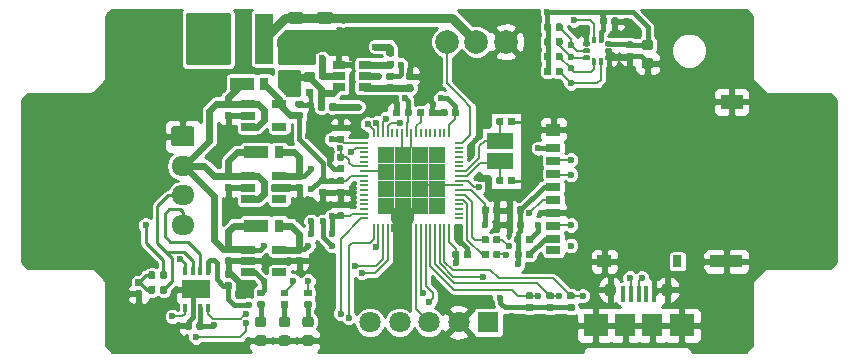
<source format=gtl>
G04 #@! TF.GenerationSoftware,KiCad,Pcbnew,(5.0.2)-1*
G04 #@! TF.CreationDate,2019-10-12T17:38:10+09:00*
G04 #@! TF.ProjectId,PD_Board,50445f42-6f61-4726-942e-6b696361645f,rev?*
G04 #@! TF.SameCoordinates,Original*
G04 #@! TF.FileFunction,Copper,L1,Top*
G04 #@! TF.FilePolarity,Positive*
%FSLAX46Y46*%
G04 Gerber Fmt 4.6, Leading zero omitted, Abs format (unit mm)*
G04 Created by KiCad (PCBNEW (5.0.2)-1) date 2019/10/12 17:38:10*
%MOMM*%
%LPD*%
G01*
G04 APERTURE LIST*
G04 #@! TA.AperFunction,Conductor*
%ADD10C,0.100000*%
G04 #@! TD*
G04 #@! TA.AperFunction,SMDPad,CuDef*
%ADD11C,0.400000*%
G04 #@! TD*
G04 #@! TA.AperFunction,SMDPad,CuDef*
%ADD12C,0.590000*%
G04 #@! TD*
G04 #@! TA.AperFunction,SMDPad,CuDef*
%ADD13R,1.500000X4.200000*%
G04 #@! TD*
G04 #@! TA.AperFunction,SMDPad,CuDef*
%ADD14R,0.800000X1.100000*%
G04 #@! TD*
G04 #@! TA.AperFunction,SMDPad,CuDef*
%ADD15R,2.000000X1.100000*%
G04 #@! TD*
G04 #@! TA.AperFunction,ComponentPad*
%ADD16C,2.000000*%
G04 #@! TD*
G04 #@! TA.AperFunction,SMDPad,CuDef*
%ADD17C,0.875000*%
G04 #@! TD*
G04 #@! TA.AperFunction,SMDPad,CuDef*
%ADD18C,0.975000*%
G04 #@! TD*
G04 #@! TA.AperFunction,SMDPad,CuDef*
%ADD19R,1.200000X0.700000*%
G04 #@! TD*
G04 #@! TA.AperFunction,SMDPad,CuDef*
%ADD20R,1.200000X1.000000*%
G04 #@! TD*
G04 #@! TA.AperFunction,SMDPad,CuDef*
%ADD21R,0.800000X1.000000*%
G04 #@! TD*
G04 #@! TA.AperFunction,SMDPad,CuDef*
%ADD22R,2.800000X1.000000*%
G04 #@! TD*
G04 #@! TA.AperFunction,SMDPad,CuDef*
%ADD23R,1.900000X1.300000*%
G04 #@! TD*
G04 #@! TA.AperFunction,ComponentPad*
%ADD24R,1.800000X1.800000*%
G04 #@! TD*
G04 #@! TA.AperFunction,ComponentPad*
%ADD25C,1.800000*%
G04 #@! TD*
G04 #@! TA.AperFunction,SMDPad,CuDef*
%ADD26R,0.400000X1.350000*%
G04 #@! TD*
G04 #@! TA.AperFunction,ComponentPad*
%ADD27O,1.050000X1.250000*%
G04 #@! TD*
G04 #@! TA.AperFunction,ComponentPad*
%ADD28R,2.100000X1.900000*%
G04 #@! TD*
G04 #@! TA.AperFunction,SMDPad,CuDef*
%ADD29R,1.800000X1.900000*%
G04 #@! TD*
G04 #@! TA.AperFunction,ComponentPad*
%ADD30C,1.700000*%
G04 #@! TD*
G04 #@! TA.AperFunction,ComponentPad*
%ADD31O,1.950000X1.700000*%
G04 #@! TD*
G04 #@! TA.AperFunction,SMDPad,CuDef*
%ADD32O,0.200000X0.800000*%
G04 #@! TD*
G04 #@! TA.AperFunction,SMDPad,CuDef*
%ADD33O,0.800000X0.200000*%
G04 #@! TD*
G04 #@! TA.AperFunction,SMDPad,CuDef*
%ADD34R,1.425000X1.425000*%
G04 #@! TD*
G04 #@! TA.AperFunction,ComponentPad*
%ADD35C,0.712500*%
G04 #@! TD*
G04 #@! TA.AperFunction,SMDPad,CuDef*
%ADD36R,1.060000X0.650000*%
G04 #@! TD*
G04 #@! TA.AperFunction,SMDPad,CuDef*
%ADD37R,0.350000X0.650000*%
G04 #@! TD*
G04 #@! TA.AperFunction,SMDPad,CuDef*
%ADD38R,2.400000X1.550000*%
G04 #@! TD*
G04 #@! TA.AperFunction,SMDPad,CuDef*
%ADD39R,1.220000X0.650000*%
G04 #@! TD*
G04 #@! TA.AperFunction,SMDPad,CuDef*
%ADD40R,2.200000X1.350000*%
G04 #@! TD*
G04 #@! TA.AperFunction,ViaPad*
%ADD41C,0.600000*%
G04 #@! TD*
G04 #@! TA.AperFunction,Conductor*
%ADD42C,0.600000*%
G04 #@! TD*
G04 #@! TA.AperFunction,Conductor*
%ADD43C,0.250000*%
G04 #@! TD*
G04 #@! TA.AperFunction,Conductor*
%ADD44C,0.400000*%
G04 #@! TD*
G04 #@! TA.AperFunction,Conductor*
%ADD45C,0.200000*%
G04 #@! TD*
G04 #@! TA.AperFunction,Conductor*
%ADD46C,0.800000*%
G04 #@! TD*
G04 #@! TA.AperFunction,Conductor*
%ADD47C,0.254000*%
G04 #@! TD*
G04 APERTURE END LIST*
D10*
G04 #@! TO.N,+3V3*
G04 #@! TO.C,U4*
G36*
X164659802Y-77800482D02*
X164669509Y-77801921D01*
X164679028Y-77804306D01*
X164688268Y-77807612D01*
X164697140Y-77811808D01*
X164705557Y-77816853D01*
X164713439Y-77822699D01*
X164720711Y-77829289D01*
X164727301Y-77836561D01*
X164733147Y-77844443D01*
X164738192Y-77852860D01*
X164742388Y-77861732D01*
X164745694Y-77870972D01*
X164748079Y-77880491D01*
X164749518Y-77890198D01*
X164750000Y-77900000D01*
X164750000Y-78250000D01*
X164749518Y-78259802D01*
X164748079Y-78269509D01*
X164745694Y-78279028D01*
X164742388Y-78288268D01*
X164738192Y-78297140D01*
X164733147Y-78305557D01*
X164727301Y-78313439D01*
X164720711Y-78320711D01*
X164713439Y-78327301D01*
X164705557Y-78333147D01*
X164697140Y-78338192D01*
X164688268Y-78342388D01*
X164679028Y-78345694D01*
X164669509Y-78348079D01*
X164659802Y-78349518D01*
X164650000Y-78350000D01*
X164450000Y-78350000D01*
X164440198Y-78349518D01*
X164430491Y-78348079D01*
X164420972Y-78345694D01*
X164411732Y-78342388D01*
X164402860Y-78338192D01*
X164394443Y-78333147D01*
X164386561Y-78327301D01*
X164379289Y-78320711D01*
X164372699Y-78313439D01*
X164366853Y-78305557D01*
X164361808Y-78297140D01*
X164357612Y-78288268D01*
X164354306Y-78279028D01*
X164351921Y-78269509D01*
X164350482Y-78259802D01*
X164350000Y-78250000D01*
X164350000Y-77900000D01*
X164350482Y-77890198D01*
X164351921Y-77880491D01*
X164354306Y-77870972D01*
X164357612Y-77861732D01*
X164361808Y-77852860D01*
X164366853Y-77844443D01*
X164372699Y-77836561D01*
X164379289Y-77829289D01*
X164386561Y-77822699D01*
X164394443Y-77816853D01*
X164402860Y-77811808D01*
X164411732Y-77807612D01*
X164420972Y-77804306D01*
X164430491Y-77801921D01*
X164440198Y-77800482D01*
X164450000Y-77800000D01*
X164650000Y-77800000D01*
X164659802Y-77800482D01*
X164659802Y-77800482D01*
G37*
D11*
G04 #@! TD*
G04 #@! TO.P,U4,1*
G04 #@! TO.N,+3V3*
X164550000Y-78075000D03*
D10*
G04 #@! TO.N,/LPS_CLK*
G04 #@! TO.C,U4*
G36*
X164059802Y-77800482D02*
X164069509Y-77801921D01*
X164079028Y-77804306D01*
X164088268Y-77807612D01*
X164097140Y-77811808D01*
X164105557Y-77816853D01*
X164113439Y-77822699D01*
X164120711Y-77829289D01*
X164127301Y-77836561D01*
X164133147Y-77844443D01*
X164138192Y-77852860D01*
X164142388Y-77861732D01*
X164145694Y-77870972D01*
X164148079Y-77880491D01*
X164149518Y-77890198D01*
X164150000Y-77900000D01*
X164150000Y-78250000D01*
X164149518Y-78259802D01*
X164148079Y-78269509D01*
X164145694Y-78279028D01*
X164142388Y-78288268D01*
X164138192Y-78297140D01*
X164133147Y-78305557D01*
X164127301Y-78313439D01*
X164120711Y-78320711D01*
X164113439Y-78327301D01*
X164105557Y-78333147D01*
X164097140Y-78338192D01*
X164088268Y-78342388D01*
X164079028Y-78345694D01*
X164069509Y-78348079D01*
X164059802Y-78349518D01*
X164050000Y-78350000D01*
X163850000Y-78350000D01*
X163840198Y-78349518D01*
X163830491Y-78348079D01*
X163820972Y-78345694D01*
X163811732Y-78342388D01*
X163802860Y-78338192D01*
X163794443Y-78333147D01*
X163786561Y-78327301D01*
X163779289Y-78320711D01*
X163772699Y-78313439D01*
X163766853Y-78305557D01*
X163761808Y-78297140D01*
X163757612Y-78288268D01*
X163754306Y-78279028D01*
X163751921Y-78269509D01*
X163750482Y-78259802D01*
X163750000Y-78250000D01*
X163750000Y-77900000D01*
X163750482Y-77890198D01*
X163751921Y-77880491D01*
X163754306Y-77870972D01*
X163757612Y-77861732D01*
X163761808Y-77852860D01*
X163766853Y-77844443D01*
X163772699Y-77836561D01*
X163779289Y-77829289D01*
X163786561Y-77822699D01*
X163794443Y-77816853D01*
X163802860Y-77811808D01*
X163811732Y-77807612D01*
X163820972Y-77804306D01*
X163830491Y-77801921D01*
X163840198Y-77800482D01*
X163850000Y-77800000D01*
X164050000Y-77800000D01*
X164059802Y-77800482D01*
X164059802Y-77800482D01*
G37*
D11*
G04 #@! TD*
G04 #@! TO.P,U4,2*
G04 #@! TO.N,/LPS_CLK*
X163950000Y-78075000D03*
D10*
G04 #@! TO.N,GND*
G04 #@! TO.C,U4*
G36*
X163509802Y-78200482D02*
X163519509Y-78201921D01*
X163529028Y-78204306D01*
X163538268Y-78207612D01*
X163547140Y-78211808D01*
X163555557Y-78216853D01*
X163563439Y-78222699D01*
X163570711Y-78229289D01*
X163577301Y-78236561D01*
X163583147Y-78244443D01*
X163588192Y-78252860D01*
X163592388Y-78261732D01*
X163595694Y-78270972D01*
X163598079Y-78280491D01*
X163599518Y-78290198D01*
X163600000Y-78300000D01*
X163600000Y-78500000D01*
X163599518Y-78509802D01*
X163598079Y-78519509D01*
X163595694Y-78529028D01*
X163592388Y-78538268D01*
X163588192Y-78547140D01*
X163583147Y-78555557D01*
X163577301Y-78563439D01*
X163570711Y-78570711D01*
X163563439Y-78577301D01*
X163555557Y-78583147D01*
X163547140Y-78588192D01*
X163538268Y-78592388D01*
X163529028Y-78595694D01*
X163519509Y-78598079D01*
X163509802Y-78599518D01*
X163500000Y-78600000D01*
X163150000Y-78600000D01*
X163140198Y-78599518D01*
X163130491Y-78598079D01*
X163120972Y-78595694D01*
X163111732Y-78592388D01*
X163102860Y-78588192D01*
X163094443Y-78583147D01*
X163086561Y-78577301D01*
X163079289Y-78570711D01*
X163072699Y-78563439D01*
X163066853Y-78555557D01*
X163061808Y-78547140D01*
X163057612Y-78538268D01*
X163054306Y-78529028D01*
X163051921Y-78519509D01*
X163050482Y-78509802D01*
X163050000Y-78500000D01*
X163050000Y-78300000D01*
X163050482Y-78290198D01*
X163051921Y-78280491D01*
X163054306Y-78270972D01*
X163057612Y-78261732D01*
X163061808Y-78252860D01*
X163066853Y-78244443D01*
X163072699Y-78236561D01*
X163079289Y-78229289D01*
X163086561Y-78222699D01*
X163094443Y-78216853D01*
X163102860Y-78211808D01*
X163111732Y-78207612D01*
X163120972Y-78204306D01*
X163130491Y-78201921D01*
X163140198Y-78200482D01*
X163150000Y-78200000D01*
X163500000Y-78200000D01*
X163509802Y-78200482D01*
X163509802Y-78200482D01*
G37*
D11*
G04 #@! TD*
G04 #@! TO.P,U4,3*
G04 #@! TO.N,GND*
X163325000Y-78400000D03*
D10*
G04 #@! TO.N,/LPS_MOSI*
G04 #@! TO.C,U4*
G36*
X163509802Y-78800482D02*
X163519509Y-78801921D01*
X163529028Y-78804306D01*
X163538268Y-78807612D01*
X163547140Y-78811808D01*
X163555557Y-78816853D01*
X163563439Y-78822699D01*
X163570711Y-78829289D01*
X163577301Y-78836561D01*
X163583147Y-78844443D01*
X163588192Y-78852860D01*
X163592388Y-78861732D01*
X163595694Y-78870972D01*
X163598079Y-78880491D01*
X163599518Y-78890198D01*
X163600000Y-78900000D01*
X163600000Y-79100000D01*
X163599518Y-79109802D01*
X163598079Y-79119509D01*
X163595694Y-79129028D01*
X163592388Y-79138268D01*
X163588192Y-79147140D01*
X163583147Y-79155557D01*
X163577301Y-79163439D01*
X163570711Y-79170711D01*
X163563439Y-79177301D01*
X163555557Y-79183147D01*
X163547140Y-79188192D01*
X163538268Y-79192388D01*
X163529028Y-79195694D01*
X163519509Y-79198079D01*
X163509802Y-79199518D01*
X163500000Y-79200000D01*
X163150000Y-79200000D01*
X163140198Y-79199518D01*
X163130491Y-79198079D01*
X163120972Y-79195694D01*
X163111732Y-79192388D01*
X163102860Y-79188192D01*
X163094443Y-79183147D01*
X163086561Y-79177301D01*
X163079289Y-79170711D01*
X163072699Y-79163439D01*
X163066853Y-79155557D01*
X163061808Y-79147140D01*
X163057612Y-79138268D01*
X163054306Y-79129028D01*
X163051921Y-79119509D01*
X163050482Y-79109802D01*
X163050000Y-79100000D01*
X163050000Y-78900000D01*
X163050482Y-78890198D01*
X163051921Y-78880491D01*
X163054306Y-78870972D01*
X163057612Y-78861732D01*
X163061808Y-78852860D01*
X163066853Y-78844443D01*
X163072699Y-78836561D01*
X163079289Y-78829289D01*
X163086561Y-78822699D01*
X163094443Y-78816853D01*
X163102860Y-78811808D01*
X163111732Y-78807612D01*
X163120972Y-78804306D01*
X163130491Y-78801921D01*
X163140198Y-78800482D01*
X163150000Y-78800000D01*
X163500000Y-78800000D01*
X163509802Y-78800482D01*
X163509802Y-78800482D01*
G37*
D11*
G04 #@! TD*
G04 #@! TO.P,U4,4*
G04 #@! TO.N,/LPS_MOSI*
X163325000Y-79000000D03*
D10*
G04 #@! TO.N,/LPS_MISO*
G04 #@! TO.C,U4*
G36*
X163509802Y-79400482D02*
X163519509Y-79401921D01*
X163529028Y-79404306D01*
X163538268Y-79407612D01*
X163547140Y-79411808D01*
X163555557Y-79416853D01*
X163563439Y-79422699D01*
X163570711Y-79429289D01*
X163577301Y-79436561D01*
X163583147Y-79444443D01*
X163588192Y-79452860D01*
X163592388Y-79461732D01*
X163595694Y-79470972D01*
X163598079Y-79480491D01*
X163599518Y-79490198D01*
X163600000Y-79500000D01*
X163600000Y-79700000D01*
X163599518Y-79709802D01*
X163598079Y-79719509D01*
X163595694Y-79729028D01*
X163592388Y-79738268D01*
X163588192Y-79747140D01*
X163583147Y-79755557D01*
X163577301Y-79763439D01*
X163570711Y-79770711D01*
X163563439Y-79777301D01*
X163555557Y-79783147D01*
X163547140Y-79788192D01*
X163538268Y-79792388D01*
X163529028Y-79795694D01*
X163519509Y-79798079D01*
X163509802Y-79799518D01*
X163500000Y-79800000D01*
X163150000Y-79800000D01*
X163140198Y-79799518D01*
X163130491Y-79798079D01*
X163120972Y-79795694D01*
X163111732Y-79792388D01*
X163102860Y-79788192D01*
X163094443Y-79783147D01*
X163086561Y-79777301D01*
X163079289Y-79770711D01*
X163072699Y-79763439D01*
X163066853Y-79755557D01*
X163061808Y-79747140D01*
X163057612Y-79738268D01*
X163054306Y-79729028D01*
X163051921Y-79719509D01*
X163050482Y-79709802D01*
X163050000Y-79700000D01*
X163050000Y-79500000D01*
X163050482Y-79490198D01*
X163051921Y-79480491D01*
X163054306Y-79470972D01*
X163057612Y-79461732D01*
X163061808Y-79452860D01*
X163066853Y-79444443D01*
X163072699Y-79436561D01*
X163079289Y-79429289D01*
X163086561Y-79422699D01*
X163094443Y-79416853D01*
X163102860Y-79411808D01*
X163111732Y-79407612D01*
X163120972Y-79404306D01*
X163130491Y-79401921D01*
X163140198Y-79400482D01*
X163150000Y-79400000D01*
X163500000Y-79400000D01*
X163509802Y-79400482D01*
X163509802Y-79400482D01*
G37*
D11*
G04 #@! TD*
G04 #@! TO.P,U4,5*
G04 #@! TO.N,/LPS_MISO*
X163325000Y-79600000D03*
D10*
G04 #@! TO.N,/LPS_CS*
G04 #@! TO.C,U4*
G36*
X164059802Y-79650482D02*
X164069509Y-79651921D01*
X164079028Y-79654306D01*
X164088268Y-79657612D01*
X164097140Y-79661808D01*
X164105557Y-79666853D01*
X164113439Y-79672699D01*
X164120711Y-79679289D01*
X164127301Y-79686561D01*
X164133147Y-79694443D01*
X164138192Y-79702860D01*
X164142388Y-79711732D01*
X164145694Y-79720972D01*
X164148079Y-79730491D01*
X164149518Y-79740198D01*
X164150000Y-79750000D01*
X164150000Y-80100000D01*
X164149518Y-80109802D01*
X164148079Y-80119509D01*
X164145694Y-80129028D01*
X164142388Y-80138268D01*
X164138192Y-80147140D01*
X164133147Y-80155557D01*
X164127301Y-80163439D01*
X164120711Y-80170711D01*
X164113439Y-80177301D01*
X164105557Y-80183147D01*
X164097140Y-80188192D01*
X164088268Y-80192388D01*
X164079028Y-80195694D01*
X164069509Y-80198079D01*
X164059802Y-80199518D01*
X164050000Y-80200000D01*
X163850000Y-80200000D01*
X163840198Y-80199518D01*
X163830491Y-80198079D01*
X163820972Y-80195694D01*
X163811732Y-80192388D01*
X163802860Y-80188192D01*
X163794443Y-80183147D01*
X163786561Y-80177301D01*
X163779289Y-80170711D01*
X163772699Y-80163439D01*
X163766853Y-80155557D01*
X163761808Y-80147140D01*
X163757612Y-80138268D01*
X163754306Y-80129028D01*
X163751921Y-80119509D01*
X163750482Y-80109802D01*
X163750000Y-80100000D01*
X163750000Y-79750000D01*
X163750482Y-79740198D01*
X163751921Y-79730491D01*
X163754306Y-79720972D01*
X163757612Y-79711732D01*
X163761808Y-79702860D01*
X163766853Y-79694443D01*
X163772699Y-79686561D01*
X163779289Y-79679289D01*
X163786561Y-79672699D01*
X163794443Y-79666853D01*
X163802860Y-79661808D01*
X163811732Y-79657612D01*
X163820972Y-79654306D01*
X163830491Y-79651921D01*
X163840198Y-79650482D01*
X163850000Y-79650000D01*
X164050000Y-79650000D01*
X164059802Y-79650482D01*
X164059802Y-79650482D01*
G37*
D11*
G04 #@! TD*
G04 #@! TO.P,U4,6*
G04 #@! TO.N,/LPS_CS*
X163950000Y-79925000D03*
D10*
G04 #@! TO.N,/LPS_INT*
G04 #@! TO.C,U4*
G36*
X164659802Y-79650482D02*
X164669509Y-79651921D01*
X164679028Y-79654306D01*
X164688268Y-79657612D01*
X164697140Y-79661808D01*
X164705557Y-79666853D01*
X164713439Y-79672699D01*
X164720711Y-79679289D01*
X164727301Y-79686561D01*
X164733147Y-79694443D01*
X164738192Y-79702860D01*
X164742388Y-79711732D01*
X164745694Y-79720972D01*
X164748079Y-79730491D01*
X164749518Y-79740198D01*
X164750000Y-79750000D01*
X164750000Y-80100000D01*
X164749518Y-80109802D01*
X164748079Y-80119509D01*
X164745694Y-80129028D01*
X164742388Y-80138268D01*
X164738192Y-80147140D01*
X164733147Y-80155557D01*
X164727301Y-80163439D01*
X164720711Y-80170711D01*
X164713439Y-80177301D01*
X164705557Y-80183147D01*
X164697140Y-80188192D01*
X164688268Y-80192388D01*
X164679028Y-80195694D01*
X164669509Y-80198079D01*
X164659802Y-80199518D01*
X164650000Y-80200000D01*
X164450000Y-80200000D01*
X164440198Y-80199518D01*
X164430491Y-80198079D01*
X164420972Y-80195694D01*
X164411732Y-80192388D01*
X164402860Y-80188192D01*
X164394443Y-80183147D01*
X164386561Y-80177301D01*
X164379289Y-80170711D01*
X164372699Y-80163439D01*
X164366853Y-80155557D01*
X164361808Y-80147140D01*
X164357612Y-80138268D01*
X164354306Y-80129028D01*
X164351921Y-80119509D01*
X164350482Y-80109802D01*
X164350000Y-80100000D01*
X164350000Y-79750000D01*
X164350482Y-79740198D01*
X164351921Y-79730491D01*
X164354306Y-79720972D01*
X164357612Y-79711732D01*
X164361808Y-79702860D01*
X164366853Y-79694443D01*
X164372699Y-79686561D01*
X164379289Y-79679289D01*
X164386561Y-79672699D01*
X164394443Y-79666853D01*
X164402860Y-79661808D01*
X164411732Y-79657612D01*
X164420972Y-79654306D01*
X164430491Y-79651921D01*
X164440198Y-79650482D01*
X164450000Y-79650000D01*
X164650000Y-79650000D01*
X164659802Y-79650482D01*
X164659802Y-79650482D01*
G37*
D11*
G04 #@! TD*
G04 #@! TO.P,U4,7*
G04 #@! TO.N,/LPS_INT*
X164550000Y-79925000D03*
D10*
G04 #@! TO.N,GND*
G04 #@! TO.C,U4*
G36*
X165359802Y-79400482D02*
X165369509Y-79401921D01*
X165379028Y-79404306D01*
X165388268Y-79407612D01*
X165397140Y-79411808D01*
X165405557Y-79416853D01*
X165413439Y-79422699D01*
X165420711Y-79429289D01*
X165427301Y-79436561D01*
X165433147Y-79444443D01*
X165438192Y-79452860D01*
X165442388Y-79461732D01*
X165445694Y-79470972D01*
X165448079Y-79480491D01*
X165449518Y-79490198D01*
X165450000Y-79500000D01*
X165450000Y-79700000D01*
X165449518Y-79709802D01*
X165448079Y-79719509D01*
X165445694Y-79729028D01*
X165442388Y-79738268D01*
X165438192Y-79747140D01*
X165433147Y-79755557D01*
X165427301Y-79763439D01*
X165420711Y-79770711D01*
X165413439Y-79777301D01*
X165405557Y-79783147D01*
X165397140Y-79788192D01*
X165388268Y-79792388D01*
X165379028Y-79795694D01*
X165369509Y-79798079D01*
X165359802Y-79799518D01*
X165350000Y-79800000D01*
X165000000Y-79800000D01*
X164990198Y-79799518D01*
X164980491Y-79798079D01*
X164970972Y-79795694D01*
X164961732Y-79792388D01*
X164952860Y-79788192D01*
X164944443Y-79783147D01*
X164936561Y-79777301D01*
X164929289Y-79770711D01*
X164922699Y-79763439D01*
X164916853Y-79755557D01*
X164911808Y-79747140D01*
X164907612Y-79738268D01*
X164904306Y-79729028D01*
X164901921Y-79719509D01*
X164900482Y-79709802D01*
X164900000Y-79700000D01*
X164900000Y-79500000D01*
X164900482Y-79490198D01*
X164901921Y-79480491D01*
X164904306Y-79470972D01*
X164907612Y-79461732D01*
X164911808Y-79452860D01*
X164916853Y-79444443D01*
X164922699Y-79436561D01*
X164929289Y-79429289D01*
X164936561Y-79422699D01*
X164944443Y-79416853D01*
X164952860Y-79411808D01*
X164961732Y-79407612D01*
X164970972Y-79404306D01*
X164980491Y-79401921D01*
X164990198Y-79400482D01*
X165000000Y-79400000D01*
X165350000Y-79400000D01*
X165359802Y-79400482D01*
X165359802Y-79400482D01*
G37*
D11*
G04 #@! TD*
G04 #@! TO.P,U4,8*
G04 #@! TO.N,GND*
X165175000Y-79600000D03*
D10*
G04 #@! TO.N,GND*
G04 #@! TO.C,U4*
G36*
X165359802Y-78800482D02*
X165369509Y-78801921D01*
X165379028Y-78804306D01*
X165388268Y-78807612D01*
X165397140Y-78811808D01*
X165405557Y-78816853D01*
X165413439Y-78822699D01*
X165420711Y-78829289D01*
X165427301Y-78836561D01*
X165433147Y-78844443D01*
X165438192Y-78852860D01*
X165442388Y-78861732D01*
X165445694Y-78870972D01*
X165448079Y-78880491D01*
X165449518Y-78890198D01*
X165450000Y-78900000D01*
X165450000Y-79100000D01*
X165449518Y-79109802D01*
X165448079Y-79119509D01*
X165445694Y-79129028D01*
X165442388Y-79138268D01*
X165438192Y-79147140D01*
X165433147Y-79155557D01*
X165427301Y-79163439D01*
X165420711Y-79170711D01*
X165413439Y-79177301D01*
X165405557Y-79183147D01*
X165397140Y-79188192D01*
X165388268Y-79192388D01*
X165379028Y-79195694D01*
X165369509Y-79198079D01*
X165359802Y-79199518D01*
X165350000Y-79200000D01*
X165000000Y-79200000D01*
X164990198Y-79199518D01*
X164980491Y-79198079D01*
X164970972Y-79195694D01*
X164961732Y-79192388D01*
X164952860Y-79188192D01*
X164944443Y-79183147D01*
X164936561Y-79177301D01*
X164929289Y-79170711D01*
X164922699Y-79163439D01*
X164916853Y-79155557D01*
X164911808Y-79147140D01*
X164907612Y-79138268D01*
X164904306Y-79129028D01*
X164901921Y-79119509D01*
X164900482Y-79109802D01*
X164900000Y-79100000D01*
X164900000Y-78900000D01*
X164900482Y-78890198D01*
X164901921Y-78880491D01*
X164904306Y-78870972D01*
X164907612Y-78861732D01*
X164911808Y-78852860D01*
X164916853Y-78844443D01*
X164922699Y-78836561D01*
X164929289Y-78829289D01*
X164936561Y-78822699D01*
X164944443Y-78816853D01*
X164952860Y-78811808D01*
X164961732Y-78807612D01*
X164970972Y-78804306D01*
X164980491Y-78801921D01*
X164990198Y-78800482D01*
X165000000Y-78800000D01*
X165350000Y-78800000D01*
X165359802Y-78800482D01*
X165359802Y-78800482D01*
G37*
D11*
G04 #@! TD*
G04 #@! TO.P,U4,9*
G04 #@! TO.N,GND*
X165175000Y-79000000D03*
D10*
G04 #@! TO.N,+3V3*
G04 #@! TO.C,U4*
G36*
X165359802Y-78200482D02*
X165369509Y-78201921D01*
X165379028Y-78204306D01*
X165388268Y-78207612D01*
X165397140Y-78211808D01*
X165405557Y-78216853D01*
X165413439Y-78222699D01*
X165420711Y-78229289D01*
X165427301Y-78236561D01*
X165433147Y-78244443D01*
X165438192Y-78252860D01*
X165442388Y-78261732D01*
X165445694Y-78270972D01*
X165448079Y-78280491D01*
X165449518Y-78290198D01*
X165450000Y-78300000D01*
X165450000Y-78500000D01*
X165449518Y-78509802D01*
X165448079Y-78519509D01*
X165445694Y-78529028D01*
X165442388Y-78538268D01*
X165438192Y-78547140D01*
X165433147Y-78555557D01*
X165427301Y-78563439D01*
X165420711Y-78570711D01*
X165413439Y-78577301D01*
X165405557Y-78583147D01*
X165397140Y-78588192D01*
X165388268Y-78592388D01*
X165379028Y-78595694D01*
X165369509Y-78598079D01*
X165359802Y-78599518D01*
X165350000Y-78600000D01*
X165000000Y-78600000D01*
X164990198Y-78599518D01*
X164980491Y-78598079D01*
X164970972Y-78595694D01*
X164961732Y-78592388D01*
X164952860Y-78588192D01*
X164944443Y-78583147D01*
X164936561Y-78577301D01*
X164929289Y-78570711D01*
X164922699Y-78563439D01*
X164916853Y-78555557D01*
X164911808Y-78547140D01*
X164907612Y-78538268D01*
X164904306Y-78529028D01*
X164901921Y-78519509D01*
X164900482Y-78509802D01*
X164900000Y-78500000D01*
X164900000Y-78300000D01*
X164900482Y-78290198D01*
X164901921Y-78280491D01*
X164904306Y-78270972D01*
X164907612Y-78261732D01*
X164911808Y-78252860D01*
X164916853Y-78244443D01*
X164922699Y-78236561D01*
X164929289Y-78229289D01*
X164936561Y-78222699D01*
X164944443Y-78216853D01*
X164952860Y-78211808D01*
X164961732Y-78207612D01*
X164970972Y-78204306D01*
X164980491Y-78201921D01*
X164990198Y-78200482D01*
X165000000Y-78200000D01*
X165350000Y-78200000D01*
X165359802Y-78200482D01*
X165359802Y-78200482D01*
G37*
D11*
G04 #@! TD*
G04 #@! TO.P,U4,10*
G04 #@! TO.N,+3V3*
X165175000Y-78400000D03*
D10*
G04 #@! TO.N,+3V3*
G04 #@! TO.C,C30*
G36*
X164926958Y-76180710D02*
X164941276Y-76182834D01*
X164955317Y-76186351D01*
X164968946Y-76191228D01*
X164982031Y-76197417D01*
X164994447Y-76204858D01*
X165006073Y-76213481D01*
X165016798Y-76223202D01*
X165026519Y-76233927D01*
X165035142Y-76245553D01*
X165042583Y-76257969D01*
X165048772Y-76271054D01*
X165053649Y-76284683D01*
X165057166Y-76298724D01*
X165059290Y-76313042D01*
X165060000Y-76327500D01*
X165060000Y-76672500D01*
X165059290Y-76686958D01*
X165057166Y-76701276D01*
X165053649Y-76715317D01*
X165048772Y-76728946D01*
X165042583Y-76742031D01*
X165035142Y-76754447D01*
X165026519Y-76766073D01*
X165016798Y-76776798D01*
X165006073Y-76786519D01*
X164994447Y-76795142D01*
X164982031Y-76802583D01*
X164968946Y-76808772D01*
X164955317Y-76813649D01*
X164941276Y-76817166D01*
X164926958Y-76819290D01*
X164912500Y-76820000D01*
X164617500Y-76820000D01*
X164603042Y-76819290D01*
X164588724Y-76817166D01*
X164574683Y-76813649D01*
X164561054Y-76808772D01*
X164547969Y-76802583D01*
X164535553Y-76795142D01*
X164523927Y-76786519D01*
X164513202Y-76776798D01*
X164503481Y-76766073D01*
X164494858Y-76754447D01*
X164487417Y-76742031D01*
X164481228Y-76728946D01*
X164476351Y-76715317D01*
X164472834Y-76701276D01*
X164470710Y-76686958D01*
X164470000Y-76672500D01*
X164470000Y-76327500D01*
X164470710Y-76313042D01*
X164472834Y-76298724D01*
X164476351Y-76284683D01*
X164481228Y-76271054D01*
X164487417Y-76257969D01*
X164494858Y-76245553D01*
X164503481Y-76233927D01*
X164513202Y-76223202D01*
X164523927Y-76213481D01*
X164535553Y-76204858D01*
X164547969Y-76197417D01*
X164561054Y-76191228D01*
X164574683Y-76186351D01*
X164588724Y-76182834D01*
X164603042Y-76180710D01*
X164617500Y-76180000D01*
X164912500Y-76180000D01*
X164926958Y-76180710D01*
X164926958Y-76180710D01*
G37*
D12*
G04 #@! TD*
G04 #@! TO.P,C30,2*
G04 #@! TO.N,+3V3*
X164765000Y-76500000D03*
D10*
G04 #@! TO.N,GND*
G04 #@! TO.C,C30*
G36*
X165896958Y-76180710D02*
X165911276Y-76182834D01*
X165925317Y-76186351D01*
X165938946Y-76191228D01*
X165952031Y-76197417D01*
X165964447Y-76204858D01*
X165976073Y-76213481D01*
X165986798Y-76223202D01*
X165996519Y-76233927D01*
X166005142Y-76245553D01*
X166012583Y-76257969D01*
X166018772Y-76271054D01*
X166023649Y-76284683D01*
X166027166Y-76298724D01*
X166029290Y-76313042D01*
X166030000Y-76327500D01*
X166030000Y-76672500D01*
X166029290Y-76686958D01*
X166027166Y-76701276D01*
X166023649Y-76715317D01*
X166018772Y-76728946D01*
X166012583Y-76742031D01*
X166005142Y-76754447D01*
X165996519Y-76766073D01*
X165986798Y-76776798D01*
X165976073Y-76786519D01*
X165964447Y-76795142D01*
X165952031Y-76802583D01*
X165938946Y-76808772D01*
X165925317Y-76813649D01*
X165911276Y-76817166D01*
X165896958Y-76819290D01*
X165882500Y-76820000D01*
X165587500Y-76820000D01*
X165573042Y-76819290D01*
X165558724Y-76817166D01*
X165544683Y-76813649D01*
X165531054Y-76808772D01*
X165517969Y-76802583D01*
X165505553Y-76795142D01*
X165493927Y-76786519D01*
X165483202Y-76776798D01*
X165473481Y-76766073D01*
X165464858Y-76754447D01*
X165457417Y-76742031D01*
X165451228Y-76728946D01*
X165446351Y-76715317D01*
X165442834Y-76701276D01*
X165440710Y-76686958D01*
X165440000Y-76672500D01*
X165440000Y-76327500D01*
X165440710Y-76313042D01*
X165442834Y-76298724D01*
X165446351Y-76284683D01*
X165451228Y-76271054D01*
X165457417Y-76257969D01*
X165464858Y-76245553D01*
X165473481Y-76233927D01*
X165483202Y-76223202D01*
X165493927Y-76213481D01*
X165505553Y-76204858D01*
X165517969Y-76197417D01*
X165531054Y-76191228D01*
X165544683Y-76186351D01*
X165558724Y-76182834D01*
X165573042Y-76180710D01*
X165587500Y-76180000D01*
X165882500Y-76180000D01*
X165896958Y-76180710D01*
X165896958Y-76180710D01*
G37*
D12*
G04 #@! TD*
G04 #@! TO.P,C30,1*
G04 #@! TO.N,GND*
X165735000Y-76500000D03*
D10*
G04 #@! TO.N,Net-(J1-Pad8)*
G04 #@! TO.C,R10*
G36*
X158661958Y-95930710D02*
X158676276Y-95932834D01*
X158690317Y-95936351D01*
X158703946Y-95941228D01*
X158717031Y-95947417D01*
X158729447Y-95954858D01*
X158741073Y-95963481D01*
X158751798Y-95973202D01*
X158761519Y-95983927D01*
X158770142Y-95995553D01*
X158777583Y-96007969D01*
X158783772Y-96021054D01*
X158788649Y-96034683D01*
X158792166Y-96048724D01*
X158794290Y-96063042D01*
X158795000Y-96077500D01*
X158795000Y-96422500D01*
X158794290Y-96436958D01*
X158792166Y-96451276D01*
X158788649Y-96465317D01*
X158783772Y-96478946D01*
X158777583Y-96492031D01*
X158770142Y-96504447D01*
X158761519Y-96516073D01*
X158751798Y-96526798D01*
X158741073Y-96536519D01*
X158729447Y-96545142D01*
X158717031Y-96552583D01*
X158703946Y-96558772D01*
X158690317Y-96563649D01*
X158676276Y-96567166D01*
X158661958Y-96569290D01*
X158647500Y-96570000D01*
X158352500Y-96570000D01*
X158338042Y-96569290D01*
X158323724Y-96567166D01*
X158309683Y-96563649D01*
X158296054Y-96558772D01*
X158282969Y-96552583D01*
X158270553Y-96545142D01*
X158258927Y-96536519D01*
X158248202Y-96526798D01*
X158238481Y-96516073D01*
X158229858Y-96504447D01*
X158222417Y-96492031D01*
X158216228Y-96478946D01*
X158211351Y-96465317D01*
X158207834Y-96451276D01*
X158205710Y-96436958D01*
X158205000Y-96422500D01*
X158205000Y-96077500D01*
X158205710Y-96063042D01*
X158207834Y-96048724D01*
X158211351Y-96034683D01*
X158216228Y-96021054D01*
X158222417Y-96007969D01*
X158229858Y-95995553D01*
X158238481Y-95983927D01*
X158248202Y-95973202D01*
X158258927Y-95963481D01*
X158270553Y-95954858D01*
X158282969Y-95947417D01*
X158296054Y-95941228D01*
X158309683Y-95936351D01*
X158323724Y-95932834D01*
X158338042Y-95930710D01*
X158352500Y-95930000D01*
X158647500Y-95930000D01*
X158661958Y-95930710D01*
X158661958Y-95930710D01*
G37*
D12*
G04 #@! TD*
G04 #@! TO.P,R10,2*
G04 #@! TO.N,Net-(J1-Pad8)*
X158500000Y-96250000D03*
D10*
G04 #@! TO.N,+3.3VP*
G04 #@! TO.C,R10*
G36*
X157691958Y-95930710D02*
X157706276Y-95932834D01*
X157720317Y-95936351D01*
X157733946Y-95941228D01*
X157747031Y-95947417D01*
X157759447Y-95954858D01*
X157771073Y-95963481D01*
X157781798Y-95973202D01*
X157791519Y-95983927D01*
X157800142Y-95995553D01*
X157807583Y-96007969D01*
X157813772Y-96021054D01*
X157818649Y-96034683D01*
X157822166Y-96048724D01*
X157824290Y-96063042D01*
X157825000Y-96077500D01*
X157825000Y-96422500D01*
X157824290Y-96436958D01*
X157822166Y-96451276D01*
X157818649Y-96465317D01*
X157813772Y-96478946D01*
X157807583Y-96492031D01*
X157800142Y-96504447D01*
X157791519Y-96516073D01*
X157781798Y-96526798D01*
X157771073Y-96536519D01*
X157759447Y-96545142D01*
X157747031Y-96552583D01*
X157733946Y-96558772D01*
X157720317Y-96563649D01*
X157706276Y-96567166D01*
X157691958Y-96569290D01*
X157677500Y-96570000D01*
X157382500Y-96570000D01*
X157368042Y-96569290D01*
X157353724Y-96567166D01*
X157339683Y-96563649D01*
X157326054Y-96558772D01*
X157312969Y-96552583D01*
X157300553Y-96545142D01*
X157288927Y-96536519D01*
X157278202Y-96526798D01*
X157268481Y-96516073D01*
X157259858Y-96504447D01*
X157252417Y-96492031D01*
X157246228Y-96478946D01*
X157241351Y-96465317D01*
X157237834Y-96451276D01*
X157235710Y-96436958D01*
X157235000Y-96422500D01*
X157235000Y-96077500D01*
X157235710Y-96063042D01*
X157237834Y-96048724D01*
X157241351Y-96034683D01*
X157246228Y-96021054D01*
X157252417Y-96007969D01*
X157259858Y-95995553D01*
X157268481Y-95983927D01*
X157278202Y-95973202D01*
X157288927Y-95963481D01*
X157300553Y-95954858D01*
X157312969Y-95947417D01*
X157326054Y-95941228D01*
X157339683Y-95936351D01*
X157353724Y-95932834D01*
X157368042Y-95930710D01*
X157382500Y-95930000D01*
X157677500Y-95930000D01*
X157691958Y-95930710D01*
X157691958Y-95930710D01*
G37*
D12*
G04 #@! TD*
G04 #@! TO.P,R10,1*
G04 #@! TO.N,+3.3VP*
X157530000Y-96250000D03*
D10*
G04 #@! TO.N,+3.3VP*
G04 #@! TO.C,R9*
G36*
X162186958Y-100440710D02*
X162201276Y-100442834D01*
X162215317Y-100446351D01*
X162228946Y-100451228D01*
X162242031Y-100457417D01*
X162254447Y-100464858D01*
X162266073Y-100473481D01*
X162276798Y-100483202D01*
X162286519Y-100493927D01*
X162295142Y-100505553D01*
X162302583Y-100517969D01*
X162308772Y-100531054D01*
X162313649Y-100544683D01*
X162317166Y-100558724D01*
X162319290Y-100573042D01*
X162320000Y-100587500D01*
X162320000Y-100882500D01*
X162319290Y-100896958D01*
X162317166Y-100911276D01*
X162313649Y-100925317D01*
X162308772Y-100938946D01*
X162302583Y-100952031D01*
X162295142Y-100964447D01*
X162286519Y-100976073D01*
X162276798Y-100986798D01*
X162266073Y-100996519D01*
X162254447Y-101005142D01*
X162242031Y-101012583D01*
X162228946Y-101018772D01*
X162215317Y-101023649D01*
X162201276Y-101027166D01*
X162186958Y-101029290D01*
X162172500Y-101030000D01*
X161827500Y-101030000D01*
X161813042Y-101029290D01*
X161798724Y-101027166D01*
X161784683Y-101023649D01*
X161771054Y-101018772D01*
X161757969Y-101012583D01*
X161745553Y-101005142D01*
X161733927Y-100996519D01*
X161723202Y-100986798D01*
X161713481Y-100976073D01*
X161704858Y-100964447D01*
X161697417Y-100952031D01*
X161691228Y-100938946D01*
X161686351Y-100925317D01*
X161682834Y-100911276D01*
X161680710Y-100896958D01*
X161680000Y-100882500D01*
X161680000Y-100587500D01*
X161680710Y-100573042D01*
X161682834Y-100558724D01*
X161686351Y-100544683D01*
X161691228Y-100531054D01*
X161697417Y-100517969D01*
X161704858Y-100505553D01*
X161713481Y-100493927D01*
X161723202Y-100483202D01*
X161733927Y-100473481D01*
X161745553Y-100464858D01*
X161757969Y-100457417D01*
X161771054Y-100451228D01*
X161784683Y-100446351D01*
X161798724Y-100442834D01*
X161813042Y-100440710D01*
X161827500Y-100440000D01*
X162172500Y-100440000D01*
X162186958Y-100440710D01*
X162186958Y-100440710D01*
G37*
D12*
G04 #@! TD*
G04 #@! TO.P,R9,1*
G04 #@! TO.N,+3.3VP*
X162000000Y-100735000D03*
D10*
G04 #@! TO.N,/SD_MISO*
G04 #@! TO.C,R9*
G36*
X162186958Y-99470710D02*
X162201276Y-99472834D01*
X162215317Y-99476351D01*
X162228946Y-99481228D01*
X162242031Y-99487417D01*
X162254447Y-99494858D01*
X162266073Y-99503481D01*
X162276798Y-99513202D01*
X162286519Y-99523927D01*
X162295142Y-99535553D01*
X162302583Y-99547969D01*
X162308772Y-99561054D01*
X162313649Y-99574683D01*
X162317166Y-99588724D01*
X162319290Y-99603042D01*
X162320000Y-99617500D01*
X162320000Y-99912500D01*
X162319290Y-99926958D01*
X162317166Y-99941276D01*
X162313649Y-99955317D01*
X162308772Y-99968946D01*
X162302583Y-99982031D01*
X162295142Y-99994447D01*
X162286519Y-100006073D01*
X162276798Y-100016798D01*
X162266073Y-100026519D01*
X162254447Y-100035142D01*
X162242031Y-100042583D01*
X162228946Y-100048772D01*
X162215317Y-100053649D01*
X162201276Y-100057166D01*
X162186958Y-100059290D01*
X162172500Y-100060000D01*
X161827500Y-100060000D01*
X161813042Y-100059290D01*
X161798724Y-100057166D01*
X161784683Y-100053649D01*
X161771054Y-100048772D01*
X161757969Y-100042583D01*
X161745553Y-100035142D01*
X161733927Y-100026519D01*
X161723202Y-100016798D01*
X161713481Y-100006073D01*
X161704858Y-99994447D01*
X161697417Y-99982031D01*
X161691228Y-99968946D01*
X161686351Y-99955317D01*
X161682834Y-99941276D01*
X161680710Y-99926958D01*
X161680000Y-99912500D01*
X161680000Y-99617500D01*
X161680710Y-99603042D01*
X161682834Y-99588724D01*
X161686351Y-99574683D01*
X161691228Y-99561054D01*
X161697417Y-99547969D01*
X161704858Y-99535553D01*
X161713481Y-99523927D01*
X161723202Y-99513202D01*
X161733927Y-99503481D01*
X161745553Y-99494858D01*
X161757969Y-99487417D01*
X161771054Y-99481228D01*
X161784683Y-99476351D01*
X161798724Y-99472834D01*
X161813042Y-99470710D01*
X161827500Y-99470000D01*
X162172500Y-99470000D01*
X162186958Y-99470710D01*
X162186958Y-99470710D01*
G37*
D12*
G04 #@! TD*
G04 #@! TO.P,R9,2*
G04 #@! TO.N,/SD_MISO*
X162000000Y-99765000D03*
D10*
G04 #@! TO.N,+3.3VP*
G04 #@! TO.C,R8*
G36*
X160436958Y-100440710D02*
X160451276Y-100442834D01*
X160465317Y-100446351D01*
X160478946Y-100451228D01*
X160492031Y-100457417D01*
X160504447Y-100464858D01*
X160516073Y-100473481D01*
X160526798Y-100483202D01*
X160536519Y-100493927D01*
X160545142Y-100505553D01*
X160552583Y-100517969D01*
X160558772Y-100531054D01*
X160563649Y-100544683D01*
X160567166Y-100558724D01*
X160569290Y-100573042D01*
X160570000Y-100587500D01*
X160570000Y-100882500D01*
X160569290Y-100896958D01*
X160567166Y-100911276D01*
X160563649Y-100925317D01*
X160558772Y-100938946D01*
X160552583Y-100952031D01*
X160545142Y-100964447D01*
X160536519Y-100976073D01*
X160526798Y-100986798D01*
X160516073Y-100996519D01*
X160504447Y-101005142D01*
X160492031Y-101012583D01*
X160478946Y-101018772D01*
X160465317Y-101023649D01*
X160451276Y-101027166D01*
X160436958Y-101029290D01*
X160422500Y-101030000D01*
X160077500Y-101030000D01*
X160063042Y-101029290D01*
X160048724Y-101027166D01*
X160034683Y-101023649D01*
X160021054Y-101018772D01*
X160007969Y-101012583D01*
X159995553Y-101005142D01*
X159983927Y-100996519D01*
X159973202Y-100986798D01*
X159963481Y-100976073D01*
X159954858Y-100964447D01*
X159947417Y-100952031D01*
X159941228Y-100938946D01*
X159936351Y-100925317D01*
X159932834Y-100911276D01*
X159930710Y-100896958D01*
X159930000Y-100882500D01*
X159930000Y-100587500D01*
X159930710Y-100573042D01*
X159932834Y-100558724D01*
X159936351Y-100544683D01*
X159941228Y-100531054D01*
X159947417Y-100517969D01*
X159954858Y-100505553D01*
X159963481Y-100493927D01*
X159973202Y-100483202D01*
X159983927Y-100473481D01*
X159995553Y-100464858D01*
X160007969Y-100457417D01*
X160021054Y-100451228D01*
X160034683Y-100446351D01*
X160048724Y-100442834D01*
X160063042Y-100440710D01*
X160077500Y-100440000D01*
X160422500Y-100440000D01*
X160436958Y-100440710D01*
X160436958Y-100440710D01*
G37*
D12*
G04 #@! TD*
G04 #@! TO.P,R8,1*
G04 #@! TO.N,+3.3VP*
X160250000Y-100735000D03*
D10*
G04 #@! TO.N,/SD_MOSI*
G04 #@! TO.C,R8*
G36*
X160436958Y-99470710D02*
X160451276Y-99472834D01*
X160465317Y-99476351D01*
X160478946Y-99481228D01*
X160492031Y-99487417D01*
X160504447Y-99494858D01*
X160516073Y-99503481D01*
X160526798Y-99513202D01*
X160536519Y-99523927D01*
X160545142Y-99535553D01*
X160552583Y-99547969D01*
X160558772Y-99561054D01*
X160563649Y-99574683D01*
X160567166Y-99588724D01*
X160569290Y-99603042D01*
X160570000Y-99617500D01*
X160570000Y-99912500D01*
X160569290Y-99926958D01*
X160567166Y-99941276D01*
X160563649Y-99955317D01*
X160558772Y-99968946D01*
X160552583Y-99982031D01*
X160545142Y-99994447D01*
X160536519Y-100006073D01*
X160526798Y-100016798D01*
X160516073Y-100026519D01*
X160504447Y-100035142D01*
X160492031Y-100042583D01*
X160478946Y-100048772D01*
X160465317Y-100053649D01*
X160451276Y-100057166D01*
X160436958Y-100059290D01*
X160422500Y-100060000D01*
X160077500Y-100060000D01*
X160063042Y-100059290D01*
X160048724Y-100057166D01*
X160034683Y-100053649D01*
X160021054Y-100048772D01*
X160007969Y-100042583D01*
X159995553Y-100035142D01*
X159983927Y-100026519D01*
X159973202Y-100016798D01*
X159963481Y-100006073D01*
X159954858Y-99994447D01*
X159947417Y-99982031D01*
X159941228Y-99968946D01*
X159936351Y-99955317D01*
X159932834Y-99941276D01*
X159930710Y-99926958D01*
X159930000Y-99912500D01*
X159930000Y-99617500D01*
X159930710Y-99603042D01*
X159932834Y-99588724D01*
X159936351Y-99574683D01*
X159941228Y-99561054D01*
X159947417Y-99547969D01*
X159954858Y-99535553D01*
X159963481Y-99523927D01*
X159973202Y-99513202D01*
X159983927Y-99503481D01*
X159995553Y-99494858D01*
X160007969Y-99487417D01*
X160021054Y-99481228D01*
X160034683Y-99476351D01*
X160048724Y-99472834D01*
X160063042Y-99470710D01*
X160077500Y-99470000D01*
X160422500Y-99470000D01*
X160436958Y-99470710D01*
X160436958Y-99470710D01*
G37*
D12*
G04 #@! TD*
G04 #@! TO.P,R8,2*
G04 #@! TO.N,/SD_MOSI*
X160250000Y-99765000D03*
D10*
G04 #@! TO.N,+3.3VP*
G04 #@! TO.C,R6*
G36*
X157676958Y-94680710D02*
X157691276Y-94682834D01*
X157705317Y-94686351D01*
X157718946Y-94691228D01*
X157732031Y-94697417D01*
X157744447Y-94704858D01*
X157756073Y-94713481D01*
X157766798Y-94723202D01*
X157776519Y-94733927D01*
X157785142Y-94745553D01*
X157792583Y-94757969D01*
X157798772Y-94771054D01*
X157803649Y-94784683D01*
X157807166Y-94798724D01*
X157809290Y-94813042D01*
X157810000Y-94827500D01*
X157810000Y-95172500D01*
X157809290Y-95186958D01*
X157807166Y-95201276D01*
X157803649Y-95215317D01*
X157798772Y-95228946D01*
X157792583Y-95242031D01*
X157785142Y-95254447D01*
X157776519Y-95266073D01*
X157766798Y-95276798D01*
X157756073Y-95286519D01*
X157744447Y-95295142D01*
X157732031Y-95302583D01*
X157718946Y-95308772D01*
X157705317Y-95313649D01*
X157691276Y-95317166D01*
X157676958Y-95319290D01*
X157662500Y-95320000D01*
X157367500Y-95320000D01*
X157353042Y-95319290D01*
X157338724Y-95317166D01*
X157324683Y-95313649D01*
X157311054Y-95308772D01*
X157297969Y-95302583D01*
X157285553Y-95295142D01*
X157273927Y-95286519D01*
X157263202Y-95276798D01*
X157253481Y-95266073D01*
X157244858Y-95254447D01*
X157237417Y-95242031D01*
X157231228Y-95228946D01*
X157226351Y-95215317D01*
X157222834Y-95201276D01*
X157220710Y-95186958D01*
X157220000Y-95172500D01*
X157220000Y-94827500D01*
X157220710Y-94813042D01*
X157222834Y-94798724D01*
X157226351Y-94784683D01*
X157231228Y-94771054D01*
X157237417Y-94757969D01*
X157244858Y-94745553D01*
X157253481Y-94733927D01*
X157263202Y-94723202D01*
X157273927Y-94713481D01*
X157285553Y-94704858D01*
X157297969Y-94697417D01*
X157311054Y-94691228D01*
X157324683Y-94686351D01*
X157338724Y-94682834D01*
X157353042Y-94680710D01*
X157367500Y-94680000D01*
X157662500Y-94680000D01*
X157676958Y-94680710D01*
X157676958Y-94680710D01*
G37*
D12*
G04 #@! TD*
G04 #@! TO.P,R6,1*
G04 #@! TO.N,+3.3VP*
X157515000Y-95000000D03*
D10*
G04 #@! TO.N,Net-(J1-Pad1)*
G04 #@! TO.C,R6*
G36*
X158646958Y-94680710D02*
X158661276Y-94682834D01*
X158675317Y-94686351D01*
X158688946Y-94691228D01*
X158702031Y-94697417D01*
X158714447Y-94704858D01*
X158726073Y-94713481D01*
X158736798Y-94723202D01*
X158746519Y-94733927D01*
X158755142Y-94745553D01*
X158762583Y-94757969D01*
X158768772Y-94771054D01*
X158773649Y-94784683D01*
X158777166Y-94798724D01*
X158779290Y-94813042D01*
X158780000Y-94827500D01*
X158780000Y-95172500D01*
X158779290Y-95186958D01*
X158777166Y-95201276D01*
X158773649Y-95215317D01*
X158768772Y-95228946D01*
X158762583Y-95242031D01*
X158755142Y-95254447D01*
X158746519Y-95266073D01*
X158736798Y-95276798D01*
X158726073Y-95286519D01*
X158714447Y-95295142D01*
X158702031Y-95302583D01*
X158688946Y-95308772D01*
X158675317Y-95313649D01*
X158661276Y-95317166D01*
X158646958Y-95319290D01*
X158632500Y-95320000D01*
X158337500Y-95320000D01*
X158323042Y-95319290D01*
X158308724Y-95317166D01*
X158294683Y-95313649D01*
X158281054Y-95308772D01*
X158267969Y-95302583D01*
X158255553Y-95295142D01*
X158243927Y-95286519D01*
X158233202Y-95276798D01*
X158223481Y-95266073D01*
X158214858Y-95254447D01*
X158207417Y-95242031D01*
X158201228Y-95228946D01*
X158196351Y-95215317D01*
X158192834Y-95201276D01*
X158190710Y-95186958D01*
X158190000Y-95172500D01*
X158190000Y-94827500D01*
X158190710Y-94813042D01*
X158192834Y-94798724D01*
X158196351Y-94784683D01*
X158201228Y-94771054D01*
X158207417Y-94757969D01*
X158214858Y-94745553D01*
X158223481Y-94733927D01*
X158233202Y-94723202D01*
X158243927Y-94713481D01*
X158255553Y-94704858D01*
X158267969Y-94697417D01*
X158281054Y-94691228D01*
X158294683Y-94686351D01*
X158308724Y-94682834D01*
X158323042Y-94680710D01*
X158337500Y-94680000D01*
X158632500Y-94680000D01*
X158646958Y-94680710D01*
X158646958Y-94680710D01*
G37*
D12*
G04 #@! TD*
G04 #@! TO.P,R6,2*
G04 #@! TO.N,Net-(J1-Pad1)*
X158485000Y-95000000D03*
D10*
G04 #@! TO.N,/SD_CS*
G04 #@! TO.C,R7*
G36*
X158686958Y-99470710D02*
X158701276Y-99472834D01*
X158715317Y-99476351D01*
X158728946Y-99481228D01*
X158742031Y-99487417D01*
X158754447Y-99494858D01*
X158766073Y-99503481D01*
X158776798Y-99513202D01*
X158786519Y-99523927D01*
X158795142Y-99535553D01*
X158802583Y-99547969D01*
X158808772Y-99561054D01*
X158813649Y-99574683D01*
X158817166Y-99588724D01*
X158819290Y-99603042D01*
X158820000Y-99617500D01*
X158820000Y-99912500D01*
X158819290Y-99926958D01*
X158817166Y-99941276D01*
X158813649Y-99955317D01*
X158808772Y-99968946D01*
X158802583Y-99982031D01*
X158795142Y-99994447D01*
X158786519Y-100006073D01*
X158776798Y-100016798D01*
X158766073Y-100026519D01*
X158754447Y-100035142D01*
X158742031Y-100042583D01*
X158728946Y-100048772D01*
X158715317Y-100053649D01*
X158701276Y-100057166D01*
X158686958Y-100059290D01*
X158672500Y-100060000D01*
X158327500Y-100060000D01*
X158313042Y-100059290D01*
X158298724Y-100057166D01*
X158284683Y-100053649D01*
X158271054Y-100048772D01*
X158257969Y-100042583D01*
X158245553Y-100035142D01*
X158233927Y-100026519D01*
X158223202Y-100016798D01*
X158213481Y-100006073D01*
X158204858Y-99994447D01*
X158197417Y-99982031D01*
X158191228Y-99968946D01*
X158186351Y-99955317D01*
X158182834Y-99941276D01*
X158180710Y-99926958D01*
X158180000Y-99912500D01*
X158180000Y-99617500D01*
X158180710Y-99603042D01*
X158182834Y-99588724D01*
X158186351Y-99574683D01*
X158191228Y-99561054D01*
X158197417Y-99547969D01*
X158204858Y-99535553D01*
X158213481Y-99523927D01*
X158223202Y-99513202D01*
X158233927Y-99503481D01*
X158245553Y-99494858D01*
X158257969Y-99487417D01*
X158271054Y-99481228D01*
X158284683Y-99476351D01*
X158298724Y-99472834D01*
X158313042Y-99470710D01*
X158327500Y-99470000D01*
X158672500Y-99470000D01*
X158686958Y-99470710D01*
X158686958Y-99470710D01*
G37*
D12*
G04 #@! TD*
G04 #@! TO.P,R7,2*
G04 #@! TO.N,/SD_CS*
X158500000Y-99765000D03*
D10*
G04 #@! TO.N,+3.3VP*
G04 #@! TO.C,R7*
G36*
X158686958Y-100440710D02*
X158701276Y-100442834D01*
X158715317Y-100446351D01*
X158728946Y-100451228D01*
X158742031Y-100457417D01*
X158754447Y-100464858D01*
X158766073Y-100473481D01*
X158776798Y-100483202D01*
X158786519Y-100493927D01*
X158795142Y-100505553D01*
X158802583Y-100517969D01*
X158808772Y-100531054D01*
X158813649Y-100544683D01*
X158817166Y-100558724D01*
X158819290Y-100573042D01*
X158820000Y-100587500D01*
X158820000Y-100882500D01*
X158819290Y-100896958D01*
X158817166Y-100911276D01*
X158813649Y-100925317D01*
X158808772Y-100938946D01*
X158802583Y-100952031D01*
X158795142Y-100964447D01*
X158786519Y-100976073D01*
X158776798Y-100986798D01*
X158766073Y-100996519D01*
X158754447Y-101005142D01*
X158742031Y-101012583D01*
X158728946Y-101018772D01*
X158715317Y-101023649D01*
X158701276Y-101027166D01*
X158686958Y-101029290D01*
X158672500Y-101030000D01*
X158327500Y-101030000D01*
X158313042Y-101029290D01*
X158298724Y-101027166D01*
X158284683Y-101023649D01*
X158271054Y-101018772D01*
X158257969Y-101012583D01*
X158245553Y-101005142D01*
X158233927Y-100996519D01*
X158223202Y-100986798D01*
X158213481Y-100976073D01*
X158204858Y-100964447D01*
X158197417Y-100952031D01*
X158191228Y-100938946D01*
X158186351Y-100925317D01*
X158182834Y-100911276D01*
X158180710Y-100896958D01*
X158180000Y-100882500D01*
X158180000Y-100587500D01*
X158180710Y-100573042D01*
X158182834Y-100558724D01*
X158186351Y-100544683D01*
X158191228Y-100531054D01*
X158197417Y-100517969D01*
X158204858Y-100505553D01*
X158213481Y-100493927D01*
X158223202Y-100483202D01*
X158233927Y-100473481D01*
X158245553Y-100464858D01*
X158257969Y-100457417D01*
X158271054Y-100451228D01*
X158284683Y-100446351D01*
X158298724Y-100442834D01*
X158313042Y-100440710D01*
X158327500Y-100440000D01*
X158672500Y-100440000D01*
X158686958Y-100440710D01*
X158686958Y-100440710D01*
G37*
D12*
G04 #@! TD*
G04 #@! TO.P,R7,1*
G04 #@! TO.N,+3.3VP*
X158500000Y-100735000D03*
D13*
G04 #@! TO.P,L1,1*
G04 #@! TO.N,+6V*
X136000000Y-78000000D03*
G04 #@! TO.P,L1,2*
G04 #@! TO.N,Net-(C24-Pad1)*
X132400000Y-78000000D03*
G04 #@! TD*
D14*
G04 #@! TO.P,D6,2*
G04 #@! TO.N,+3V3*
X136050000Y-81800000D03*
D15*
G04 #@! TO.P,D6,1*
G04 #@! TO.N,VCC*
X134150000Y-81800000D03*
G04 #@! TD*
D16*
G04 #@! TO.P,J5,1*
G04 #@! TO.N,GND*
X156500000Y-78250000D03*
G04 #@! TO.P,J5,2*
G04 #@! TO.N,+6V*
X154000000Y-78250000D03*
G04 #@! TO.P,J5,3*
G04 #@! TO.N,/Servo*
X151500000Y-78250000D03*
G04 #@! TD*
D10*
G04 #@! TO.N,Net-(R4-Pad2)*
G04 #@! TO.C,R4*
G36*
X154926958Y-95930710D02*
X154941276Y-95932834D01*
X154955317Y-95936351D01*
X154968946Y-95941228D01*
X154982031Y-95947417D01*
X154994447Y-95954858D01*
X155006073Y-95963481D01*
X155016798Y-95973202D01*
X155026519Y-95983927D01*
X155035142Y-95995553D01*
X155042583Y-96007969D01*
X155048772Y-96021054D01*
X155053649Y-96034683D01*
X155057166Y-96048724D01*
X155059290Y-96063042D01*
X155060000Y-96077500D01*
X155060000Y-96422500D01*
X155059290Y-96436958D01*
X155057166Y-96451276D01*
X155053649Y-96465317D01*
X155048772Y-96478946D01*
X155042583Y-96492031D01*
X155035142Y-96504447D01*
X155026519Y-96516073D01*
X155016798Y-96526798D01*
X155006073Y-96536519D01*
X154994447Y-96545142D01*
X154982031Y-96552583D01*
X154968946Y-96558772D01*
X154955317Y-96563649D01*
X154941276Y-96567166D01*
X154926958Y-96569290D01*
X154912500Y-96570000D01*
X154617500Y-96570000D01*
X154603042Y-96569290D01*
X154588724Y-96567166D01*
X154574683Y-96563649D01*
X154561054Y-96558772D01*
X154547969Y-96552583D01*
X154535553Y-96545142D01*
X154523927Y-96536519D01*
X154513202Y-96526798D01*
X154503481Y-96516073D01*
X154494858Y-96504447D01*
X154487417Y-96492031D01*
X154481228Y-96478946D01*
X154476351Y-96465317D01*
X154472834Y-96451276D01*
X154470710Y-96436958D01*
X154470000Y-96422500D01*
X154470000Y-96077500D01*
X154470710Y-96063042D01*
X154472834Y-96048724D01*
X154476351Y-96034683D01*
X154481228Y-96021054D01*
X154487417Y-96007969D01*
X154494858Y-95995553D01*
X154503481Y-95983927D01*
X154513202Y-95973202D01*
X154523927Y-95963481D01*
X154535553Y-95954858D01*
X154547969Y-95947417D01*
X154561054Y-95941228D01*
X154574683Y-95936351D01*
X154588724Y-95932834D01*
X154603042Y-95930710D01*
X154617500Y-95930000D01*
X154912500Y-95930000D01*
X154926958Y-95930710D01*
X154926958Y-95930710D01*
G37*
D12*
G04 #@! TD*
G04 #@! TO.P,R4,2*
G04 #@! TO.N,Net-(R4-Pad2)*
X154765000Y-96250000D03*
D10*
G04 #@! TO.N,Net-(J3-Pad3)*
G04 #@! TO.C,R4*
G36*
X155896958Y-95930710D02*
X155911276Y-95932834D01*
X155925317Y-95936351D01*
X155938946Y-95941228D01*
X155952031Y-95947417D01*
X155964447Y-95954858D01*
X155976073Y-95963481D01*
X155986798Y-95973202D01*
X155996519Y-95983927D01*
X156005142Y-95995553D01*
X156012583Y-96007969D01*
X156018772Y-96021054D01*
X156023649Y-96034683D01*
X156027166Y-96048724D01*
X156029290Y-96063042D01*
X156030000Y-96077500D01*
X156030000Y-96422500D01*
X156029290Y-96436958D01*
X156027166Y-96451276D01*
X156023649Y-96465317D01*
X156018772Y-96478946D01*
X156012583Y-96492031D01*
X156005142Y-96504447D01*
X155996519Y-96516073D01*
X155986798Y-96526798D01*
X155976073Y-96536519D01*
X155964447Y-96545142D01*
X155952031Y-96552583D01*
X155938946Y-96558772D01*
X155925317Y-96563649D01*
X155911276Y-96567166D01*
X155896958Y-96569290D01*
X155882500Y-96570000D01*
X155587500Y-96570000D01*
X155573042Y-96569290D01*
X155558724Y-96567166D01*
X155544683Y-96563649D01*
X155531054Y-96558772D01*
X155517969Y-96552583D01*
X155505553Y-96545142D01*
X155493927Y-96536519D01*
X155483202Y-96526798D01*
X155473481Y-96516073D01*
X155464858Y-96504447D01*
X155457417Y-96492031D01*
X155451228Y-96478946D01*
X155446351Y-96465317D01*
X155442834Y-96451276D01*
X155440710Y-96436958D01*
X155440000Y-96422500D01*
X155440000Y-96077500D01*
X155440710Y-96063042D01*
X155442834Y-96048724D01*
X155446351Y-96034683D01*
X155451228Y-96021054D01*
X155457417Y-96007969D01*
X155464858Y-95995553D01*
X155473481Y-95983927D01*
X155483202Y-95973202D01*
X155493927Y-95963481D01*
X155505553Y-95954858D01*
X155517969Y-95947417D01*
X155531054Y-95941228D01*
X155544683Y-95936351D01*
X155558724Y-95932834D01*
X155573042Y-95930710D01*
X155587500Y-95930000D01*
X155882500Y-95930000D01*
X155896958Y-95930710D01*
X155896958Y-95930710D01*
G37*
D12*
G04 #@! TD*
G04 #@! TO.P,R4,1*
G04 #@! TO.N,Net-(J3-Pad3)*
X155735000Y-96250000D03*
D10*
G04 #@! TO.N,GND*
G04 #@! TO.C,C1*
G36*
X141186958Y-90675710D02*
X141201276Y-90677834D01*
X141215317Y-90681351D01*
X141228946Y-90686228D01*
X141242031Y-90692417D01*
X141254447Y-90699858D01*
X141266073Y-90708481D01*
X141276798Y-90718202D01*
X141286519Y-90728927D01*
X141295142Y-90740553D01*
X141302583Y-90752969D01*
X141308772Y-90766054D01*
X141313649Y-90779683D01*
X141317166Y-90793724D01*
X141319290Y-90808042D01*
X141320000Y-90822500D01*
X141320000Y-91117500D01*
X141319290Y-91131958D01*
X141317166Y-91146276D01*
X141313649Y-91160317D01*
X141308772Y-91173946D01*
X141302583Y-91187031D01*
X141295142Y-91199447D01*
X141286519Y-91211073D01*
X141276798Y-91221798D01*
X141266073Y-91231519D01*
X141254447Y-91240142D01*
X141242031Y-91247583D01*
X141228946Y-91253772D01*
X141215317Y-91258649D01*
X141201276Y-91262166D01*
X141186958Y-91264290D01*
X141172500Y-91265000D01*
X140827500Y-91265000D01*
X140813042Y-91264290D01*
X140798724Y-91262166D01*
X140784683Y-91258649D01*
X140771054Y-91253772D01*
X140757969Y-91247583D01*
X140745553Y-91240142D01*
X140733927Y-91231519D01*
X140723202Y-91221798D01*
X140713481Y-91211073D01*
X140704858Y-91199447D01*
X140697417Y-91187031D01*
X140691228Y-91173946D01*
X140686351Y-91160317D01*
X140682834Y-91146276D01*
X140680710Y-91131958D01*
X140680000Y-91117500D01*
X140680000Y-90822500D01*
X140680710Y-90808042D01*
X140682834Y-90793724D01*
X140686351Y-90779683D01*
X140691228Y-90766054D01*
X140697417Y-90752969D01*
X140704858Y-90740553D01*
X140713481Y-90728927D01*
X140723202Y-90718202D01*
X140733927Y-90708481D01*
X140745553Y-90699858D01*
X140757969Y-90692417D01*
X140771054Y-90686228D01*
X140784683Y-90681351D01*
X140798724Y-90677834D01*
X140813042Y-90675710D01*
X140827500Y-90675000D01*
X141172500Y-90675000D01*
X141186958Y-90675710D01*
X141186958Y-90675710D01*
G37*
D12*
G04 #@! TD*
G04 #@! TO.P,C1,2*
G04 #@! TO.N,GND*
X141000000Y-90970000D03*
D10*
G04 #@! TO.N,+3V3*
G04 #@! TO.C,C1*
G36*
X141186958Y-89705710D02*
X141201276Y-89707834D01*
X141215317Y-89711351D01*
X141228946Y-89716228D01*
X141242031Y-89722417D01*
X141254447Y-89729858D01*
X141266073Y-89738481D01*
X141276798Y-89748202D01*
X141286519Y-89758927D01*
X141295142Y-89770553D01*
X141302583Y-89782969D01*
X141308772Y-89796054D01*
X141313649Y-89809683D01*
X141317166Y-89823724D01*
X141319290Y-89838042D01*
X141320000Y-89852500D01*
X141320000Y-90147500D01*
X141319290Y-90161958D01*
X141317166Y-90176276D01*
X141313649Y-90190317D01*
X141308772Y-90203946D01*
X141302583Y-90217031D01*
X141295142Y-90229447D01*
X141286519Y-90241073D01*
X141276798Y-90251798D01*
X141266073Y-90261519D01*
X141254447Y-90270142D01*
X141242031Y-90277583D01*
X141228946Y-90283772D01*
X141215317Y-90288649D01*
X141201276Y-90292166D01*
X141186958Y-90294290D01*
X141172500Y-90295000D01*
X140827500Y-90295000D01*
X140813042Y-90294290D01*
X140798724Y-90292166D01*
X140784683Y-90288649D01*
X140771054Y-90283772D01*
X140757969Y-90277583D01*
X140745553Y-90270142D01*
X140733927Y-90261519D01*
X140723202Y-90251798D01*
X140713481Y-90241073D01*
X140704858Y-90229447D01*
X140697417Y-90217031D01*
X140691228Y-90203946D01*
X140686351Y-90190317D01*
X140682834Y-90176276D01*
X140680710Y-90161958D01*
X140680000Y-90147500D01*
X140680000Y-89852500D01*
X140680710Y-89838042D01*
X140682834Y-89823724D01*
X140686351Y-89809683D01*
X140691228Y-89796054D01*
X140697417Y-89782969D01*
X140704858Y-89770553D01*
X140713481Y-89758927D01*
X140723202Y-89748202D01*
X140733927Y-89738481D01*
X140745553Y-89729858D01*
X140757969Y-89722417D01*
X140771054Y-89716228D01*
X140784683Y-89711351D01*
X140798724Y-89707834D01*
X140813042Y-89705710D01*
X140827500Y-89705000D01*
X141172500Y-89705000D01*
X141186958Y-89705710D01*
X141186958Y-89705710D01*
G37*
D12*
G04 #@! TD*
G04 #@! TO.P,C1,1*
G04 #@! TO.N,+3V3*
X141000000Y-90000000D03*
D10*
G04 #@! TO.N,+3V3*
G04 #@! TO.C,C2*
G36*
X142686958Y-89720710D02*
X142701276Y-89722834D01*
X142715317Y-89726351D01*
X142728946Y-89731228D01*
X142742031Y-89737417D01*
X142754447Y-89744858D01*
X142766073Y-89753481D01*
X142776798Y-89763202D01*
X142786519Y-89773927D01*
X142795142Y-89785553D01*
X142802583Y-89797969D01*
X142808772Y-89811054D01*
X142813649Y-89824683D01*
X142817166Y-89838724D01*
X142819290Y-89853042D01*
X142820000Y-89867500D01*
X142820000Y-90162500D01*
X142819290Y-90176958D01*
X142817166Y-90191276D01*
X142813649Y-90205317D01*
X142808772Y-90218946D01*
X142802583Y-90232031D01*
X142795142Y-90244447D01*
X142786519Y-90256073D01*
X142776798Y-90266798D01*
X142766073Y-90276519D01*
X142754447Y-90285142D01*
X142742031Y-90292583D01*
X142728946Y-90298772D01*
X142715317Y-90303649D01*
X142701276Y-90307166D01*
X142686958Y-90309290D01*
X142672500Y-90310000D01*
X142327500Y-90310000D01*
X142313042Y-90309290D01*
X142298724Y-90307166D01*
X142284683Y-90303649D01*
X142271054Y-90298772D01*
X142257969Y-90292583D01*
X142245553Y-90285142D01*
X142233927Y-90276519D01*
X142223202Y-90266798D01*
X142213481Y-90256073D01*
X142204858Y-90244447D01*
X142197417Y-90232031D01*
X142191228Y-90218946D01*
X142186351Y-90205317D01*
X142182834Y-90191276D01*
X142180710Y-90176958D01*
X142180000Y-90162500D01*
X142180000Y-89867500D01*
X142180710Y-89853042D01*
X142182834Y-89838724D01*
X142186351Y-89824683D01*
X142191228Y-89811054D01*
X142197417Y-89797969D01*
X142204858Y-89785553D01*
X142213481Y-89773927D01*
X142223202Y-89763202D01*
X142233927Y-89753481D01*
X142245553Y-89744858D01*
X142257969Y-89737417D01*
X142271054Y-89731228D01*
X142284683Y-89726351D01*
X142298724Y-89722834D01*
X142313042Y-89720710D01*
X142327500Y-89720000D01*
X142672500Y-89720000D01*
X142686958Y-89720710D01*
X142686958Y-89720710D01*
G37*
D12*
G04 #@! TD*
G04 #@! TO.P,C2,1*
G04 #@! TO.N,+3V3*
X142500000Y-90015000D03*
D10*
G04 #@! TO.N,GND*
G04 #@! TO.C,C2*
G36*
X142686958Y-90690710D02*
X142701276Y-90692834D01*
X142715317Y-90696351D01*
X142728946Y-90701228D01*
X142742031Y-90707417D01*
X142754447Y-90714858D01*
X142766073Y-90723481D01*
X142776798Y-90733202D01*
X142786519Y-90743927D01*
X142795142Y-90755553D01*
X142802583Y-90767969D01*
X142808772Y-90781054D01*
X142813649Y-90794683D01*
X142817166Y-90808724D01*
X142819290Y-90823042D01*
X142820000Y-90837500D01*
X142820000Y-91132500D01*
X142819290Y-91146958D01*
X142817166Y-91161276D01*
X142813649Y-91175317D01*
X142808772Y-91188946D01*
X142802583Y-91202031D01*
X142795142Y-91214447D01*
X142786519Y-91226073D01*
X142776798Y-91236798D01*
X142766073Y-91246519D01*
X142754447Y-91255142D01*
X142742031Y-91262583D01*
X142728946Y-91268772D01*
X142715317Y-91273649D01*
X142701276Y-91277166D01*
X142686958Y-91279290D01*
X142672500Y-91280000D01*
X142327500Y-91280000D01*
X142313042Y-91279290D01*
X142298724Y-91277166D01*
X142284683Y-91273649D01*
X142271054Y-91268772D01*
X142257969Y-91262583D01*
X142245553Y-91255142D01*
X142233927Y-91246519D01*
X142223202Y-91236798D01*
X142213481Y-91226073D01*
X142204858Y-91214447D01*
X142197417Y-91202031D01*
X142191228Y-91188946D01*
X142186351Y-91175317D01*
X142182834Y-91161276D01*
X142180710Y-91146958D01*
X142180000Y-91132500D01*
X142180000Y-90837500D01*
X142180710Y-90823042D01*
X142182834Y-90808724D01*
X142186351Y-90794683D01*
X142191228Y-90781054D01*
X142197417Y-90767969D01*
X142204858Y-90755553D01*
X142213481Y-90743927D01*
X142223202Y-90733202D01*
X142233927Y-90723481D01*
X142245553Y-90714858D01*
X142257969Y-90707417D01*
X142271054Y-90701228D01*
X142284683Y-90696351D01*
X142298724Y-90692834D01*
X142313042Y-90690710D01*
X142327500Y-90690000D01*
X142672500Y-90690000D01*
X142686958Y-90690710D01*
X142686958Y-90690710D01*
G37*
D12*
G04 #@! TD*
G04 #@! TO.P,C2,2*
G04 #@! TO.N,GND*
X142500000Y-90985000D03*
D10*
G04 #@! TO.N,GND*
G04 #@! TO.C,C3*
G36*
X155881958Y-92180710D02*
X155896276Y-92182834D01*
X155910317Y-92186351D01*
X155923946Y-92191228D01*
X155937031Y-92197417D01*
X155949447Y-92204858D01*
X155961073Y-92213481D01*
X155971798Y-92223202D01*
X155981519Y-92233927D01*
X155990142Y-92245553D01*
X155997583Y-92257969D01*
X156003772Y-92271054D01*
X156008649Y-92284683D01*
X156012166Y-92298724D01*
X156014290Y-92313042D01*
X156015000Y-92327500D01*
X156015000Y-92672500D01*
X156014290Y-92686958D01*
X156012166Y-92701276D01*
X156008649Y-92715317D01*
X156003772Y-92728946D01*
X155997583Y-92742031D01*
X155990142Y-92754447D01*
X155981519Y-92766073D01*
X155971798Y-92776798D01*
X155961073Y-92786519D01*
X155949447Y-92795142D01*
X155937031Y-92802583D01*
X155923946Y-92808772D01*
X155910317Y-92813649D01*
X155896276Y-92817166D01*
X155881958Y-92819290D01*
X155867500Y-92820000D01*
X155572500Y-92820000D01*
X155558042Y-92819290D01*
X155543724Y-92817166D01*
X155529683Y-92813649D01*
X155516054Y-92808772D01*
X155502969Y-92802583D01*
X155490553Y-92795142D01*
X155478927Y-92786519D01*
X155468202Y-92776798D01*
X155458481Y-92766073D01*
X155449858Y-92754447D01*
X155442417Y-92742031D01*
X155436228Y-92728946D01*
X155431351Y-92715317D01*
X155427834Y-92701276D01*
X155425710Y-92686958D01*
X155425000Y-92672500D01*
X155425000Y-92327500D01*
X155425710Y-92313042D01*
X155427834Y-92298724D01*
X155431351Y-92284683D01*
X155436228Y-92271054D01*
X155442417Y-92257969D01*
X155449858Y-92245553D01*
X155458481Y-92233927D01*
X155468202Y-92223202D01*
X155478927Y-92213481D01*
X155490553Y-92204858D01*
X155502969Y-92197417D01*
X155516054Y-92191228D01*
X155529683Y-92186351D01*
X155543724Y-92182834D01*
X155558042Y-92180710D01*
X155572500Y-92180000D01*
X155867500Y-92180000D01*
X155881958Y-92180710D01*
X155881958Y-92180710D01*
G37*
D12*
G04 #@! TD*
G04 #@! TO.P,C3,2*
G04 #@! TO.N,GND*
X155720000Y-92500000D03*
D10*
G04 #@! TO.N,+3V3*
G04 #@! TO.C,C3*
G36*
X154911958Y-92180710D02*
X154926276Y-92182834D01*
X154940317Y-92186351D01*
X154953946Y-92191228D01*
X154967031Y-92197417D01*
X154979447Y-92204858D01*
X154991073Y-92213481D01*
X155001798Y-92223202D01*
X155011519Y-92233927D01*
X155020142Y-92245553D01*
X155027583Y-92257969D01*
X155033772Y-92271054D01*
X155038649Y-92284683D01*
X155042166Y-92298724D01*
X155044290Y-92313042D01*
X155045000Y-92327500D01*
X155045000Y-92672500D01*
X155044290Y-92686958D01*
X155042166Y-92701276D01*
X155038649Y-92715317D01*
X155033772Y-92728946D01*
X155027583Y-92742031D01*
X155020142Y-92754447D01*
X155011519Y-92766073D01*
X155001798Y-92776798D01*
X154991073Y-92786519D01*
X154979447Y-92795142D01*
X154967031Y-92802583D01*
X154953946Y-92808772D01*
X154940317Y-92813649D01*
X154926276Y-92817166D01*
X154911958Y-92819290D01*
X154897500Y-92820000D01*
X154602500Y-92820000D01*
X154588042Y-92819290D01*
X154573724Y-92817166D01*
X154559683Y-92813649D01*
X154546054Y-92808772D01*
X154532969Y-92802583D01*
X154520553Y-92795142D01*
X154508927Y-92786519D01*
X154498202Y-92776798D01*
X154488481Y-92766073D01*
X154479858Y-92754447D01*
X154472417Y-92742031D01*
X154466228Y-92728946D01*
X154461351Y-92715317D01*
X154457834Y-92701276D01*
X154455710Y-92686958D01*
X154455000Y-92672500D01*
X154455000Y-92327500D01*
X154455710Y-92313042D01*
X154457834Y-92298724D01*
X154461351Y-92284683D01*
X154466228Y-92271054D01*
X154472417Y-92257969D01*
X154479858Y-92245553D01*
X154488481Y-92233927D01*
X154498202Y-92223202D01*
X154508927Y-92213481D01*
X154520553Y-92204858D01*
X154532969Y-92197417D01*
X154546054Y-92191228D01*
X154559683Y-92186351D01*
X154573724Y-92182834D01*
X154588042Y-92180710D01*
X154602500Y-92180000D01*
X154897500Y-92180000D01*
X154911958Y-92180710D01*
X154911958Y-92180710D01*
G37*
D12*
G04 #@! TD*
G04 #@! TO.P,C3,1*
G04 #@! TO.N,+3V3*
X154750000Y-92500000D03*
D10*
G04 #@! TO.N,+3V3*
G04 #@! TO.C,C4*
G36*
X152426958Y-95930710D02*
X152441276Y-95932834D01*
X152455317Y-95936351D01*
X152468946Y-95941228D01*
X152482031Y-95947417D01*
X152494447Y-95954858D01*
X152506073Y-95963481D01*
X152516798Y-95973202D01*
X152526519Y-95983927D01*
X152535142Y-95995553D01*
X152542583Y-96007969D01*
X152548772Y-96021054D01*
X152553649Y-96034683D01*
X152557166Y-96048724D01*
X152559290Y-96063042D01*
X152560000Y-96077500D01*
X152560000Y-96422500D01*
X152559290Y-96436958D01*
X152557166Y-96451276D01*
X152553649Y-96465317D01*
X152548772Y-96478946D01*
X152542583Y-96492031D01*
X152535142Y-96504447D01*
X152526519Y-96516073D01*
X152516798Y-96526798D01*
X152506073Y-96536519D01*
X152494447Y-96545142D01*
X152482031Y-96552583D01*
X152468946Y-96558772D01*
X152455317Y-96563649D01*
X152441276Y-96567166D01*
X152426958Y-96569290D01*
X152412500Y-96570000D01*
X152117500Y-96570000D01*
X152103042Y-96569290D01*
X152088724Y-96567166D01*
X152074683Y-96563649D01*
X152061054Y-96558772D01*
X152047969Y-96552583D01*
X152035553Y-96545142D01*
X152023927Y-96536519D01*
X152013202Y-96526798D01*
X152003481Y-96516073D01*
X151994858Y-96504447D01*
X151987417Y-96492031D01*
X151981228Y-96478946D01*
X151976351Y-96465317D01*
X151972834Y-96451276D01*
X151970710Y-96436958D01*
X151970000Y-96422500D01*
X151970000Y-96077500D01*
X151970710Y-96063042D01*
X151972834Y-96048724D01*
X151976351Y-96034683D01*
X151981228Y-96021054D01*
X151987417Y-96007969D01*
X151994858Y-95995553D01*
X152003481Y-95983927D01*
X152013202Y-95973202D01*
X152023927Y-95963481D01*
X152035553Y-95954858D01*
X152047969Y-95947417D01*
X152061054Y-95941228D01*
X152074683Y-95936351D01*
X152088724Y-95932834D01*
X152103042Y-95930710D01*
X152117500Y-95930000D01*
X152412500Y-95930000D01*
X152426958Y-95930710D01*
X152426958Y-95930710D01*
G37*
D12*
G04 #@! TD*
G04 #@! TO.P,C4,1*
G04 #@! TO.N,+3V3*
X152265000Y-96250000D03*
D10*
G04 #@! TO.N,GND*
G04 #@! TO.C,C4*
G36*
X153396958Y-95930710D02*
X153411276Y-95932834D01*
X153425317Y-95936351D01*
X153438946Y-95941228D01*
X153452031Y-95947417D01*
X153464447Y-95954858D01*
X153476073Y-95963481D01*
X153486798Y-95973202D01*
X153496519Y-95983927D01*
X153505142Y-95995553D01*
X153512583Y-96007969D01*
X153518772Y-96021054D01*
X153523649Y-96034683D01*
X153527166Y-96048724D01*
X153529290Y-96063042D01*
X153530000Y-96077500D01*
X153530000Y-96422500D01*
X153529290Y-96436958D01*
X153527166Y-96451276D01*
X153523649Y-96465317D01*
X153518772Y-96478946D01*
X153512583Y-96492031D01*
X153505142Y-96504447D01*
X153496519Y-96516073D01*
X153486798Y-96526798D01*
X153476073Y-96536519D01*
X153464447Y-96545142D01*
X153452031Y-96552583D01*
X153438946Y-96558772D01*
X153425317Y-96563649D01*
X153411276Y-96567166D01*
X153396958Y-96569290D01*
X153382500Y-96570000D01*
X153087500Y-96570000D01*
X153073042Y-96569290D01*
X153058724Y-96567166D01*
X153044683Y-96563649D01*
X153031054Y-96558772D01*
X153017969Y-96552583D01*
X153005553Y-96545142D01*
X152993927Y-96536519D01*
X152983202Y-96526798D01*
X152973481Y-96516073D01*
X152964858Y-96504447D01*
X152957417Y-96492031D01*
X152951228Y-96478946D01*
X152946351Y-96465317D01*
X152942834Y-96451276D01*
X152940710Y-96436958D01*
X152940000Y-96422500D01*
X152940000Y-96077500D01*
X152940710Y-96063042D01*
X152942834Y-96048724D01*
X152946351Y-96034683D01*
X152951228Y-96021054D01*
X152957417Y-96007969D01*
X152964858Y-95995553D01*
X152973481Y-95983927D01*
X152983202Y-95973202D01*
X152993927Y-95963481D01*
X153005553Y-95954858D01*
X153017969Y-95947417D01*
X153031054Y-95941228D01*
X153044683Y-95936351D01*
X153058724Y-95932834D01*
X153073042Y-95930710D01*
X153087500Y-95930000D01*
X153382500Y-95930000D01*
X153396958Y-95930710D01*
X153396958Y-95930710D01*
G37*
D12*
G04 #@! TD*
G04 #@! TO.P,C4,2*
G04 #@! TO.N,GND*
X153235000Y-96250000D03*
D10*
G04 #@! TO.N,+3V3*
G04 #@! TO.C,C5*
G36*
X152381958Y-83930710D02*
X152396276Y-83932834D01*
X152410317Y-83936351D01*
X152423946Y-83941228D01*
X152437031Y-83947417D01*
X152449447Y-83954858D01*
X152461073Y-83963481D01*
X152471798Y-83973202D01*
X152481519Y-83983927D01*
X152490142Y-83995553D01*
X152497583Y-84007969D01*
X152503772Y-84021054D01*
X152508649Y-84034683D01*
X152512166Y-84048724D01*
X152514290Y-84063042D01*
X152515000Y-84077500D01*
X152515000Y-84422500D01*
X152514290Y-84436958D01*
X152512166Y-84451276D01*
X152508649Y-84465317D01*
X152503772Y-84478946D01*
X152497583Y-84492031D01*
X152490142Y-84504447D01*
X152481519Y-84516073D01*
X152471798Y-84526798D01*
X152461073Y-84536519D01*
X152449447Y-84545142D01*
X152437031Y-84552583D01*
X152423946Y-84558772D01*
X152410317Y-84563649D01*
X152396276Y-84567166D01*
X152381958Y-84569290D01*
X152367500Y-84570000D01*
X152072500Y-84570000D01*
X152058042Y-84569290D01*
X152043724Y-84567166D01*
X152029683Y-84563649D01*
X152016054Y-84558772D01*
X152002969Y-84552583D01*
X151990553Y-84545142D01*
X151978927Y-84536519D01*
X151968202Y-84526798D01*
X151958481Y-84516073D01*
X151949858Y-84504447D01*
X151942417Y-84492031D01*
X151936228Y-84478946D01*
X151931351Y-84465317D01*
X151927834Y-84451276D01*
X151925710Y-84436958D01*
X151925000Y-84422500D01*
X151925000Y-84077500D01*
X151925710Y-84063042D01*
X151927834Y-84048724D01*
X151931351Y-84034683D01*
X151936228Y-84021054D01*
X151942417Y-84007969D01*
X151949858Y-83995553D01*
X151958481Y-83983927D01*
X151968202Y-83973202D01*
X151978927Y-83963481D01*
X151990553Y-83954858D01*
X152002969Y-83947417D01*
X152016054Y-83941228D01*
X152029683Y-83936351D01*
X152043724Y-83932834D01*
X152058042Y-83930710D01*
X152072500Y-83930000D01*
X152367500Y-83930000D01*
X152381958Y-83930710D01*
X152381958Y-83930710D01*
G37*
D12*
G04 #@! TD*
G04 #@! TO.P,C5,1*
G04 #@! TO.N,+3V3*
X152220000Y-84250000D03*
D10*
G04 #@! TO.N,GND*
G04 #@! TO.C,C5*
G36*
X151411958Y-83930710D02*
X151426276Y-83932834D01*
X151440317Y-83936351D01*
X151453946Y-83941228D01*
X151467031Y-83947417D01*
X151479447Y-83954858D01*
X151491073Y-83963481D01*
X151501798Y-83973202D01*
X151511519Y-83983927D01*
X151520142Y-83995553D01*
X151527583Y-84007969D01*
X151533772Y-84021054D01*
X151538649Y-84034683D01*
X151542166Y-84048724D01*
X151544290Y-84063042D01*
X151545000Y-84077500D01*
X151545000Y-84422500D01*
X151544290Y-84436958D01*
X151542166Y-84451276D01*
X151538649Y-84465317D01*
X151533772Y-84478946D01*
X151527583Y-84492031D01*
X151520142Y-84504447D01*
X151511519Y-84516073D01*
X151501798Y-84526798D01*
X151491073Y-84536519D01*
X151479447Y-84545142D01*
X151467031Y-84552583D01*
X151453946Y-84558772D01*
X151440317Y-84563649D01*
X151426276Y-84567166D01*
X151411958Y-84569290D01*
X151397500Y-84570000D01*
X151102500Y-84570000D01*
X151088042Y-84569290D01*
X151073724Y-84567166D01*
X151059683Y-84563649D01*
X151046054Y-84558772D01*
X151032969Y-84552583D01*
X151020553Y-84545142D01*
X151008927Y-84536519D01*
X150998202Y-84526798D01*
X150988481Y-84516073D01*
X150979858Y-84504447D01*
X150972417Y-84492031D01*
X150966228Y-84478946D01*
X150961351Y-84465317D01*
X150957834Y-84451276D01*
X150955710Y-84436958D01*
X150955000Y-84422500D01*
X150955000Y-84077500D01*
X150955710Y-84063042D01*
X150957834Y-84048724D01*
X150961351Y-84034683D01*
X150966228Y-84021054D01*
X150972417Y-84007969D01*
X150979858Y-83995553D01*
X150988481Y-83983927D01*
X150998202Y-83973202D01*
X151008927Y-83963481D01*
X151020553Y-83954858D01*
X151032969Y-83947417D01*
X151046054Y-83941228D01*
X151059683Y-83936351D01*
X151073724Y-83932834D01*
X151088042Y-83930710D01*
X151102500Y-83930000D01*
X151397500Y-83930000D01*
X151411958Y-83930710D01*
X151411958Y-83930710D01*
G37*
D12*
G04 #@! TD*
G04 #@! TO.P,C5,2*
G04 #@! TO.N,GND*
X151250000Y-84250000D03*
D10*
G04 #@! TO.N,GND*
G04 #@! TO.C,C6*
G36*
X142686958Y-85220710D02*
X142701276Y-85222834D01*
X142715317Y-85226351D01*
X142728946Y-85231228D01*
X142742031Y-85237417D01*
X142754447Y-85244858D01*
X142766073Y-85253481D01*
X142776798Y-85263202D01*
X142786519Y-85273927D01*
X142795142Y-85285553D01*
X142802583Y-85297969D01*
X142808772Y-85311054D01*
X142813649Y-85324683D01*
X142817166Y-85338724D01*
X142819290Y-85353042D01*
X142820000Y-85367500D01*
X142820000Y-85662500D01*
X142819290Y-85676958D01*
X142817166Y-85691276D01*
X142813649Y-85705317D01*
X142808772Y-85718946D01*
X142802583Y-85732031D01*
X142795142Y-85744447D01*
X142786519Y-85756073D01*
X142776798Y-85766798D01*
X142766073Y-85776519D01*
X142754447Y-85785142D01*
X142742031Y-85792583D01*
X142728946Y-85798772D01*
X142715317Y-85803649D01*
X142701276Y-85807166D01*
X142686958Y-85809290D01*
X142672500Y-85810000D01*
X142327500Y-85810000D01*
X142313042Y-85809290D01*
X142298724Y-85807166D01*
X142284683Y-85803649D01*
X142271054Y-85798772D01*
X142257969Y-85792583D01*
X142245553Y-85785142D01*
X142233927Y-85776519D01*
X142223202Y-85766798D01*
X142213481Y-85756073D01*
X142204858Y-85744447D01*
X142197417Y-85732031D01*
X142191228Y-85718946D01*
X142186351Y-85705317D01*
X142182834Y-85691276D01*
X142180710Y-85676958D01*
X142180000Y-85662500D01*
X142180000Y-85367500D01*
X142180710Y-85353042D01*
X142182834Y-85338724D01*
X142186351Y-85324683D01*
X142191228Y-85311054D01*
X142197417Y-85297969D01*
X142204858Y-85285553D01*
X142213481Y-85273927D01*
X142223202Y-85263202D01*
X142233927Y-85253481D01*
X142245553Y-85244858D01*
X142257969Y-85237417D01*
X142271054Y-85231228D01*
X142284683Y-85226351D01*
X142298724Y-85222834D01*
X142313042Y-85220710D01*
X142327500Y-85220000D01*
X142672500Y-85220000D01*
X142686958Y-85220710D01*
X142686958Y-85220710D01*
G37*
D12*
G04 #@! TD*
G04 #@! TO.P,C6,2*
G04 #@! TO.N,GND*
X142500000Y-85515000D03*
D10*
G04 #@! TO.N,+3V3*
G04 #@! TO.C,C6*
G36*
X142686958Y-86190710D02*
X142701276Y-86192834D01*
X142715317Y-86196351D01*
X142728946Y-86201228D01*
X142742031Y-86207417D01*
X142754447Y-86214858D01*
X142766073Y-86223481D01*
X142776798Y-86233202D01*
X142786519Y-86243927D01*
X142795142Y-86255553D01*
X142802583Y-86267969D01*
X142808772Y-86281054D01*
X142813649Y-86294683D01*
X142817166Y-86308724D01*
X142819290Y-86323042D01*
X142820000Y-86337500D01*
X142820000Y-86632500D01*
X142819290Y-86646958D01*
X142817166Y-86661276D01*
X142813649Y-86675317D01*
X142808772Y-86688946D01*
X142802583Y-86702031D01*
X142795142Y-86714447D01*
X142786519Y-86726073D01*
X142776798Y-86736798D01*
X142766073Y-86746519D01*
X142754447Y-86755142D01*
X142742031Y-86762583D01*
X142728946Y-86768772D01*
X142715317Y-86773649D01*
X142701276Y-86777166D01*
X142686958Y-86779290D01*
X142672500Y-86780000D01*
X142327500Y-86780000D01*
X142313042Y-86779290D01*
X142298724Y-86777166D01*
X142284683Y-86773649D01*
X142271054Y-86768772D01*
X142257969Y-86762583D01*
X142245553Y-86755142D01*
X142233927Y-86746519D01*
X142223202Y-86736798D01*
X142213481Y-86726073D01*
X142204858Y-86714447D01*
X142197417Y-86702031D01*
X142191228Y-86688946D01*
X142186351Y-86675317D01*
X142182834Y-86661276D01*
X142180710Y-86646958D01*
X142180000Y-86632500D01*
X142180000Y-86337500D01*
X142180710Y-86323042D01*
X142182834Y-86308724D01*
X142186351Y-86294683D01*
X142191228Y-86281054D01*
X142197417Y-86267969D01*
X142204858Y-86255553D01*
X142213481Y-86243927D01*
X142223202Y-86233202D01*
X142233927Y-86223481D01*
X142245553Y-86214858D01*
X142257969Y-86207417D01*
X142271054Y-86201228D01*
X142284683Y-86196351D01*
X142298724Y-86192834D01*
X142313042Y-86190710D01*
X142327500Y-86190000D01*
X142672500Y-86190000D01*
X142686958Y-86190710D01*
X142686958Y-86190710D01*
G37*
D12*
G04 #@! TD*
G04 #@! TO.P,C6,1*
G04 #@! TO.N,+3V3*
X142500000Y-86485000D03*
D10*
G04 #@! TO.N,GND*
G04 #@! TO.C,C7*
G36*
X142686958Y-91720710D02*
X142701276Y-91722834D01*
X142715317Y-91726351D01*
X142728946Y-91731228D01*
X142742031Y-91737417D01*
X142754447Y-91744858D01*
X142766073Y-91753481D01*
X142776798Y-91763202D01*
X142786519Y-91773927D01*
X142795142Y-91785553D01*
X142802583Y-91797969D01*
X142808772Y-91811054D01*
X142813649Y-91824683D01*
X142817166Y-91838724D01*
X142819290Y-91853042D01*
X142820000Y-91867500D01*
X142820000Y-92162500D01*
X142819290Y-92176958D01*
X142817166Y-92191276D01*
X142813649Y-92205317D01*
X142808772Y-92218946D01*
X142802583Y-92232031D01*
X142795142Y-92244447D01*
X142786519Y-92256073D01*
X142776798Y-92266798D01*
X142766073Y-92276519D01*
X142754447Y-92285142D01*
X142742031Y-92292583D01*
X142728946Y-92298772D01*
X142715317Y-92303649D01*
X142701276Y-92307166D01*
X142686958Y-92309290D01*
X142672500Y-92310000D01*
X142327500Y-92310000D01*
X142313042Y-92309290D01*
X142298724Y-92307166D01*
X142284683Y-92303649D01*
X142271054Y-92298772D01*
X142257969Y-92292583D01*
X142245553Y-92285142D01*
X142233927Y-92276519D01*
X142223202Y-92266798D01*
X142213481Y-92256073D01*
X142204858Y-92244447D01*
X142197417Y-92232031D01*
X142191228Y-92218946D01*
X142186351Y-92205317D01*
X142182834Y-92191276D01*
X142180710Y-92176958D01*
X142180000Y-92162500D01*
X142180000Y-91867500D01*
X142180710Y-91853042D01*
X142182834Y-91838724D01*
X142186351Y-91824683D01*
X142191228Y-91811054D01*
X142197417Y-91797969D01*
X142204858Y-91785553D01*
X142213481Y-91773927D01*
X142223202Y-91763202D01*
X142233927Y-91753481D01*
X142245553Y-91744858D01*
X142257969Y-91737417D01*
X142271054Y-91731228D01*
X142284683Y-91726351D01*
X142298724Y-91722834D01*
X142313042Y-91720710D01*
X142327500Y-91720000D01*
X142672500Y-91720000D01*
X142686958Y-91720710D01*
X142686958Y-91720710D01*
G37*
D12*
G04 #@! TD*
G04 #@! TO.P,C7,2*
G04 #@! TO.N,GND*
X142500000Y-92015000D03*
D10*
G04 #@! TO.N,+3V3*
G04 #@! TO.C,C7*
G36*
X142686958Y-92690710D02*
X142701276Y-92692834D01*
X142715317Y-92696351D01*
X142728946Y-92701228D01*
X142742031Y-92707417D01*
X142754447Y-92714858D01*
X142766073Y-92723481D01*
X142776798Y-92733202D01*
X142786519Y-92743927D01*
X142795142Y-92755553D01*
X142802583Y-92767969D01*
X142808772Y-92781054D01*
X142813649Y-92794683D01*
X142817166Y-92808724D01*
X142819290Y-92823042D01*
X142820000Y-92837500D01*
X142820000Y-93132500D01*
X142819290Y-93146958D01*
X142817166Y-93161276D01*
X142813649Y-93175317D01*
X142808772Y-93188946D01*
X142802583Y-93202031D01*
X142795142Y-93214447D01*
X142786519Y-93226073D01*
X142776798Y-93236798D01*
X142766073Y-93246519D01*
X142754447Y-93255142D01*
X142742031Y-93262583D01*
X142728946Y-93268772D01*
X142715317Y-93273649D01*
X142701276Y-93277166D01*
X142686958Y-93279290D01*
X142672500Y-93280000D01*
X142327500Y-93280000D01*
X142313042Y-93279290D01*
X142298724Y-93277166D01*
X142284683Y-93273649D01*
X142271054Y-93268772D01*
X142257969Y-93262583D01*
X142245553Y-93255142D01*
X142233927Y-93246519D01*
X142223202Y-93236798D01*
X142213481Y-93226073D01*
X142204858Y-93214447D01*
X142197417Y-93202031D01*
X142191228Y-93188946D01*
X142186351Y-93175317D01*
X142182834Y-93161276D01*
X142180710Y-93146958D01*
X142180000Y-93132500D01*
X142180000Y-92837500D01*
X142180710Y-92823042D01*
X142182834Y-92808724D01*
X142186351Y-92794683D01*
X142191228Y-92781054D01*
X142197417Y-92767969D01*
X142204858Y-92755553D01*
X142213481Y-92743927D01*
X142223202Y-92733202D01*
X142233927Y-92723481D01*
X142245553Y-92714858D01*
X142257969Y-92707417D01*
X142271054Y-92701228D01*
X142284683Y-92696351D01*
X142298724Y-92692834D01*
X142313042Y-92690710D01*
X142327500Y-92690000D01*
X142672500Y-92690000D01*
X142686958Y-92690710D01*
X142686958Y-92690710D01*
G37*
D12*
G04 #@! TD*
G04 #@! TO.P,C7,1*
G04 #@! TO.N,+3V3*
X142500000Y-92985000D03*
D10*
G04 #@! TO.N,+3V3*
G04 #@! TO.C,C8*
G36*
X148381958Y-83930710D02*
X148396276Y-83932834D01*
X148410317Y-83936351D01*
X148423946Y-83941228D01*
X148437031Y-83947417D01*
X148449447Y-83954858D01*
X148461073Y-83963481D01*
X148471798Y-83973202D01*
X148481519Y-83983927D01*
X148490142Y-83995553D01*
X148497583Y-84007969D01*
X148503772Y-84021054D01*
X148508649Y-84034683D01*
X148512166Y-84048724D01*
X148514290Y-84063042D01*
X148515000Y-84077500D01*
X148515000Y-84422500D01*
X148514290Y-84436958D01*
X148512166Y-84451276D01*
X148508649Y-84465317D01*
X148503772Y-84478946D01*
X148497583Y-84492031D01*
X148490142Y-84504447D01*
X148481519Y-84516073D01*
X148471798Y-84526798D01*
X148461073Y-84536519D01*
X148449447Y-84545142D01*
X148437031Y-84552583D01*
X148423946Y-84558772D01*
X148410317Y-84563649D01*
X148396276Y-84567166D01*
X148381958Y-84569290D01*
X148367500Y-84570000D01*
X148072500Y-84570000D01*
X148058042Y-84569290D01*
X148043724Y-84567166D01*
X148029683Y-84563649D01*
X148016054Y-84558772D01*
X148002969Y-84552583D01*
X147990553Y-84545142D01*
X147978927Y-84536519D01*
X147968202Y-84526798D01*
X147958481Y-84516073D01*
X147949858Y-84504447D01*
X147942417Y-84492031D01*
X147936228Y-84478946D01*
X147931351Y-84465317D01*
X147927834Y-84451276D01*
X147925710Y-84436958D01*
X147925000Y-84422500D01*
X147925000Y-84077500D01*
X147925710Y-84063042D01*
X147927834Y-84048724D01*
X147931351Y-84034683D01*
X147936228Y-84021054D01*
X147942417Y-84007969D01*
X147949858Y-83995553D01*
X147958481Y-83983927D01*
X147968202Y-83973202D01*
X147978927Y-83963481D01*
X147990553Y-83954858D01*
X148002969Y-83947417D01*
X148016054Y-83941228D01*
X148029683Y-83936351D01*
X148043724Y-83932834D01*
X148058042Y-83930710D01*
X148072500Y-83930000D01*
X148367500Y-83930000D01*
X148381958Y-83930710D01*
X148381958Y-83930710D01*
G37*
D12*
G04 #@! TD*
G04 #@! TO.P,C8,1*
G04 #@! TO.N,+3V3*
X148220000Y-84250000D03*
D10*
G04 #@! TO.N,GND*
G04 #@! TO.C,C8*
G36*
X147411958Y-83930710D02*
X147426276Y-83932834D01*
X147440317Y-83936351D01*
X147453946Y-83941228D01*
X147467031Y-83947417D01*
X147479447Y-83954858D01*
X147491073Y-83963481D01*
X147501798Y-83973202D01*
X147511519Y-83983927D01*
X147520142Y-83995553D01*
X147527583Y-84007969D01*
X147533772Y-84021054D01*
X147538649Y-84034683D01*
X147542166Y-84048724D01*
X147544290Y-84063042D01*
X147545000Y-84077500D01*
X147545000Y-84422500D01*
X147544290Y-84436958D01*
X147542166Y-84451276D01*
X147538649Y-84465317D01*
X147533772Y-84478946D01*
X147527583Y-84492031D01*
X147520142Y-84504447D01*
X147511519Y-84516073D01*
X147501798Y-84526798D01*
X147491073Y-84536519D01*
X147479447Y-84545142D01*
X147467031Y-84552583D01*
X147453946Y-84558772D01*
X147440317Y-84563649D01*
X147426276Y-84567166D01*
X147411958Y-84569290D01*
X147397500Y-84570000D01*
X147102500Y-84570000D01*
X147088042Y-84569290D01*
X147073724Y-84567166D01*
X147059683Y-84563649D01*
X147046054Y-84558772D01*
X147032969Y-84552583D01*
X147020553Y-84545142D01*
X147008927Y-84536519D01*
X146998202Y-84526798D01*
X146988481Y-84516073D01*
X146979858Y-84504447D01*
X146972417Y-84492031D01*
X146966228Y-84478946D01*
X146961351Y-84465317D01*
X146957834Y-84451276D01*
X146955710Y-84436958D01*
X146955000Y-84422500D01*
X146955000Y-84077500D01*
X146955710Y-84063042D01*
X146957834Y-84048724D01*
X146961351Y-84034683D01*
X146966228Y-84021054D01*
X146972417Y-84007969D01*
X146979858Y-83995553D01*
X146988481Y-83983927D01*
X146998202Y-83973202D01*
X147008927Y-83963481D01*
X147020553Y-83954858D01*
X147032969Y-83947417D01*
X147046054Y-83941228D01*
X147059683Y-83936351D01*
X147073724Y-83932834D01*
X147088042Y-83930710D01*
X147102500Y-83930000D01*
X147397500Y-83930000D01*
X147411958Y-83930710D01*
X147411958Y-83930710D01*
G37*
D12*
G04 #@! TD*
G04 #@! TO.P,C8,2*
G04 #@! TO.N,GND*
X147250000Y-84250000D03*
D10*
G04 #@! TO.N,Net-(C9-Pad2)*
G04 #@! TO.C,C9*
G36*
X142686958Y-87720710D02*
X142701276Y-87722834D01*
X142715317Y-87726351D01*
X142728946Y-87731228D01*
X142742031Y-87737417D01*
X142754447Y-87744858D01*
X142766073Y-87753481D01*
X142776798Y-87763202D01*
X142786519Y-87773927D01*
X142795142Y-87785553D01*
X142802583Y-87797969D01*
X142808772Y-87811054D01*
X142813649Y-87824683D01*
X142817166Y-87838724D01*
X142819290Y-87853042D01*
X142820000Y-87867500D01*
X142820000Y-88162500D01*
X142819290Y-88176958D01*
X142817166Y-88191276D01*
X142813649Y-88205317D01*
X142808772Y-88218946D01*
X142802583Y-88232031D01*
X142795142Y-88244447D01*
X142786519Y-88256073D01*
X142776798Y-88266798D01*
X142766073Y-88276519D01*
X142754447Y-88285142D01*
X142742031Y-88292583D01*
X142728946Y-88298772D01*
X142715317Y-88303649D01*
X142701276Y-88307166D01*
X142686958Y-88309290D01*
X142672500Y-88310000D01*
X142327500Y-88310000D01*
X142313042Y-88309290D01*
X142298724Y-88307166D01*
X142284683Y-88303649D01*
X142271054Y-88298772D01*
X142257969Y-88292583D01*
X142245553Y-88285142D01*
X142233927Y-88276519D01*
X142223202Y-88266798D01*
X142213481Y-88256073D01*
X142204858Y-88244447D01*
X142197417Y-88232031D01*
X142191228Y-88218946D01*
X142186351Y-88205317D01*
X142182834Y-88191276D01*
X142180710Y-88176958D01*
X142180000Y-88162500D01*
X142180000Y-87867500D01*
X142180710Y-87853042D01*
X142182834Y-87838724D01*
X142186351Y-87824683D01*
X142191228Y-87811054D01*
X142197417Y-87797969D01*
X142204858Y-87785553D01*
X142213481Y-87773927D01*
X142223202Y-87763202D01*
X142233927Y-87753481D01*
X142245553Y-87744858D01*
X142257969Y-87737417D01*
X142271054Y-87731228D01*
X142284683Y-87726351D01*
X142298724Y-87722834D01*
X142313042Y-87720710D01*
X142327500Y-87720000D01*
X142672500Y-87720000D01*
X142686958Y-87720710D01*
X142686958Y-87720710D01*
G37*
D12*
G04 #@! TD*
G04 #@! TO.P,C9,2*
G04 #@! TO.N,Net-(C9-Pad2)*
X142500000Y-88015000D03*
D10*
G04 #@! TO.N,GND*
G04 #@! TO.C,C9*
G36*
X142686958Y-88690710D02*
X142701276Y-88692834D01*
X142715317Y-88696351D01*
X142728946Y-88701228D01*
X142742031Y-88707417D01*
X142754447Y-88714858D01*
X142766073Y-88723481D01*
X142776798Y-88733202D01*
X142786519Y-88743927D01*
X142795142Y-88755553D01*
X142802583Y-88767969D01*
X142808772Y-88781054D01*
X142813649Y-88794683D01*
X142817166Y-88808724D01*
X142819290Y-88823042D01*
X142820000Y-88837500D01*
X142820000Y-89132500D01*
X142819290Y-89146958D01*
X142817166Y-89161276D01*
X142813649Y-89175317D01*
X142808772Y-89188946D01*
X142802583Y-89202031D01*
X142795142Y-89214447D01*
X142786519Y-89226073D01*
X142776798Y-89236798D01*
X142766073Y-89246519D01*
X142754447Y-89255142D01*
X142742031Y-89262583D01*
X142728946Y-89268772D01*
X142715317Y-89273649D01*
X142701276Y-89277166D01*
X142686958Y-89279290D01*
X142672500Y-89280000D01*
X142327500Y-89280000D01*
X142313042Y-89279290D01*
X142298724Y-89277166D01*
X142284683Y-89273649D01*
X142271054Y-89268772D01*
X142257969Y-89262583D01*
X142245553Y-89255142D01*
X142233927Y-89246519D01*
X142223202Y-89236798D01*
X142213481Y-89226073D01*
X142204858Y-89214447D01*
X142197417Y-89202031D01*
X142191228Y-89188946D01*
X142186351Y-89175317D01*
X142182834Y-89161276D01*
X142180710Y-89146958D01*
X142180000Y-89132500D01*
X142180000Y-88837500D01*
X142180710Y-88823042D01*
X142182834Y-88808724D01*
X142186351Y-88794683D01*
X142191228Y-88781054D01*
X142197417Y-88767969D01*
X142204858Y-88755553D01*
X142213481Y-88743927D01*
X142223202Y-88733202D01*
X142233927Y-88723481D01*
X142245553Y-88714858D01*
X142257969Y-88707417D01*
X142271054Y-88701228D01*
X142284683Y-88696351D01*
X142298724Y-88692834D01*
X142313042Y-88690710D01*
X142327500Y-88690000D01*
X142672500Y-88690000D01*
X142686958Y-88690710D01*
X142686958Y-88690710D01*
G37*
D12*
G04 #@! TD*
G04 #@! TO.P,C9,1*
G04 #@! TO.N,GND*
X142500000Y-88985000D03*
D10*
G04 #@! TO.N,GND*
G04 #@! TO.C,C10*
G36*
X150411958Y-83930710D02*
X150426276Y-83932834D01*
X150440317Y-83936351D01*
X150453946Y-83941228D01*
X150467031Y-83947417D01*
X150479447Y-83954858D01*
X150491073Y-83963481D01*
X150501798Y-83973202D01*
X150511519Y-83983927D01*
X150520142Y-83995553D01*
X150527583Y-84007969D01*
X150533772Y-84021054D01*
X150538649Y-84034683D01*
X150542166Y-84048724D01*
X150544290Y-84063042D01*
X150545000Y-84077500D01*
X150545000Y-84422500D01*
X150544290Y-84436958D01*
X150542166Y-84451276D01*
X150538649Y-84465317D01*
X150533772Y-84478946D01*
X150527583Y-84492031D01*
X150520142Y-84504447D01*
X150511519Y-84516073D01*
X150501798Y-84526798D01*
X150491073Y-84536519D01*
X150479447Y-84545142D01*
X150467031Y-84552583D01*
X150453946Y-84558772D01*
X150440317Y-84563649D01*
X150426276Y-84567166D01*
X150411958Y-84569290D01*
X150397500Y-84570000D01*
X150102500Y-84570000D01*
X150088042Y-84569290D01*
X150073724Y-84567166D01*
X150059683Y-84563649D01*
X150046054Y-84558772D01*
X150032969Y-84552583D01*
X150020553Y-84545142D01*
X150008927Y-84536519D01*
X149998202Y-84526798D01*
X149988481Y-84516073D01*
X149979858Y-84504447D01*
X149972417Y-84492031D01*
X149966228Y-84478946D01*
X149961351Y-84465317D01*
X149957834Y-84451276D01*
X149955710Y-84436958D01*
X149955000Y-84422500D01*
X149955000Y-84077500D01*
X149955710Y-84063042D01*
X149957834Y-84048724D01*
X149961351Y-84034683D01*
X149966228Y-84021054D01*
X149972417Y-84007969D01*
X149979858Y-83995553D01*
X149988481Y-83983927D01*
X149998202Y-83973202D01*
X150008927Y-83963481D01*
X150020553Y-83954858D01*
X150032969Y-83947417D01*
X150046054Y-83941228D01*
X150059683Y-83936351D01*
X150073724Y-83932834D01*
X150088042Y-83930710D01*
X150102500Y-83930000D01*
X150397500Y-83930000D01*
X150411958Y-83930710D01*
X150411958Y-83930710D01*
G37*
D12*
G04 #@! TD*
G04 #@! TO.P,C10,1*
G04 #@! TO.N,GND*
X150250000Y-84250000D03*
D10*
G04 #@! TO.N,Net-(C10-Pad2)*
G04 #@! TO.C,C10*
G36*
X149441958Y-83930710D02*
X149456276Y-83932834D01*
X149470317Y-83936351D01*
X149483946Y-83941228D01*
X149497031Y-83947417D01*
X149509447Y-83954858D01*
X149521073Y-83963481D01*
X149531798Y-83973202D01*
X149541519Y-83983927D01*
X149550142Y-83995553D01*
X149557583Y-84007969D01*
X149563772Y-84021054D01*
X149568649Y-84034683D01*
X149572166Y-84048724D01*
X149574290Y-84063042D01*
X149575000Y-84077500D01*
X149575000Y-84422500D01*
X149574290Y-84436958D01*
X149572166Y-84451276D01*
X149568649Y-84465317D01*
X149563772Y-84478946D01*
X149557583Y-84492031D01*
X149550142Y-84504447D01*
X149541519Y-84516073D01*
X149531798Y-84526798D01*
X149521073Y-84536519D01*
X149509447Y-84545142D01*
X149497031Y-84552583D01*
X149483946Y-84558772D01*
X149470317Y-84563649D01*
X149456276Y-84567166D01*
X149441958Y-84569290D01*
X149427500Y-84570000D01*
X149132500Y-84570000D01*
X149118042Y-84569290D01*
X149103724Y-84567166D01*
X149089683Y-84563649D01*
X149076054Y-84558772D01*
X149062969Y-84552583D01*
X149050553Y-84545142D01*
X149038927Y-84536519D01*
X149028202Y-84526798D01*
X149018481Y-84516073D01*
X149009858Y-84504447D01*
X149002417Y-84492031D01*
X148996228Y-84478946D01*
X148991351Y-84465317D01*
X148987834Y-84451276D01*
X148985710Y-84436958D01*
X148985000Y-84422500D01*
X148985000Y-84077500D01*
X148985710Y-84063042D01*
X148987834Y-84048724D01*
X148991351Y-84034683D01*
X148996228Y-84021054D01*
X149002417Y-84007969D01*
X149009858Y-83995553D01*
X149018481Y-83983927D01*
X149028202Y-83973202D01*
X149038927Y-83963481D01*
X149050553Y-83954858D01*
X149062969Y-83947417D01*
X149076054Y-83941228D01*
X149089683Y-83936351D01*
X149103724Y-83932834D01*
X149118042Y-83930710D01*
X149132500Y-83930000D01*
X149427500Y-83930000D01*
X149441958Y-83930710D01*
X149441958Y-83930710D01*
G37*
D12*
G04 #@! TD*
G04 #@! TO.P,C10,2*
G04 #@! TO.N,Net-(C10-Pad2)*
X149280000Y-84250000D03*
D10*
G04 #@! TO.N,GND*
G04 #@! TO.C,C11*
G36*
X157131958Y-84680710D02*
X157146276Y-84682834D01*
X157160317Y-84686351D01*
X157173946Y-84691228D01*
X157187031Y-84697417D01*
X157199447Y-84704858D01*
X157211073Y-84713481D01*
X157221798Y-84723202D01*
X157231519Y-84733927D01*
X157240142Y-84745553D01*
X157247583Y-84757969D01*
X157253772Y-84771054D01*
X157258649Y-84784683D01*
X157262166Y-84798724D01*
X157264290Y-84813042D01*
X157265000Y-84827500D01*
X157265000Y-85172500D01*
X157264290Y-85186958D01*
X157262166Y-85201276D01*
X157258649Y-85215317D01*
X157253772Y-85228946D01*
X157247583Y-85242031D01*
X157240142Y-85254447D01*
X157231519Y-85266073D01*
X157221798Y-85276798D01*
X157211073Y-85286519D01*
X157199447Y-85295142D01*
X157187031Y-85302583D01*
X157173946Y-85308772D01*
X157160317Y-85313649D01*
X157146276Y-85317166D01*
X157131958Y-85319290D01*
X157117500Y-85320000D01*
X156822500Y-85320000D01*
X156808042Y-85319290D01*
X156793724Y-85317166D01*
X156779683Y-85313649D01*
X156766054Y-85308772D01*
X156752969Y-85302583D01*
X156740553Y-85295142D01*
X156728927Y-85286519D01*
X156718202Y-85276798D01*
X156708481Y-85266073D01*
X156699858Y-85254447D01*
X156692417Y-85242031D01*
X156686228Y-85228946D01*
X156681351Y-85215317D01*
X156677834Y-85201276D01*
X156675710Y-85186958D01*
X156675000Y-85172500D01*
X156675000Y-84827500D01*
X156675710Y-84813042D01*
X156677834Y-84798724D01*
X156681351Y-84784683D01*
X156686228Y-84771054D01*
X156692417Y-84757969D01*
X156699858Y-84745553D01*
X156708481Y-84733927D01*
X156718202Y-84723202D01*
X156728927Y-84713481D01*
X156740553Y-84704858D01*
X156752969Y-84697417D01*
X156766054Y-84691228D01*
X156779683Y-84686351D01*
X156793724Y-84682834D01*
X156808042Y-84680710D01*
X156822500Y-84680000D01*
X157117500Y-84680000D01*
X157131958Y-84680710D01*
X157131958Y-84680710D01*
G37*
D12*
G04 #@! TD*
G04 #@! TO.P,C11,1*
G04 #@! TO.N,GND*
X156970000Y-85000000D03*
D10*
G04 #@! TO.N,Net-(C11-Pad2)*
G04 #@! TO.C,C11*
G36*
X156161958Y-84680710D02*
X156176276Y-84682834D01*
X156190317Y-84686351D01*
X156203946Y-84691228D01*
X156217031Y-84697417D01*
X156229447Y-84704858D01*
X156241073Y-84713481D01*
X156251798Y-84723202D01*
X156261519Y-84733927D01*
X156270142Y-84745553D01*
X156277583Y-84757969D01*
X156283772Y-84771054D01*
X156288649Y-84784683D01*
X156292166Y-84798724D01*
X156294290Y-84813042D01*
X156295000Y-84827500D01*
X156295000Y-85172500D01*
X156294290Y-85186958D01*
X156292166Y-85201276D01*
X156288649Y-85215317D01*
X156283772Y-85228946D01*
X156277583Y-85242031D01*
X156270142Y-85254447D01*
X156261519Y-85266073D01*
X156251798Y-85276798D01*
X156241073Y-85286519D01*
X156229447Y-85295142D01*
X156217031Y-85302583D01*
X156203946Y-85308772D01*
X156190317Y-85313649D01*
X156176276Y-85317166D01*
X156161958Y-85319290D01*
X156147500Y-85320000D01*
X155852500Y-85320000D01*
X155838042Y-85319290D01*
X155823724Y-85317166D01*
X155809683Y-85313649D01*
X155796054Y-85308772D01*
X155782969Y-85302583D01*
X155770553Y-85295142D01*
X155758927Y-85286519D01*
X155748202Y-85276798D01*
X155738481Y-85266073D01*
X155729858Y-85254447D01*
X155722417Y-85242031D01*
X155716228Y-85228946D01*
X155711351Y-85215317D01*
X155707834Y-85201276D01*
X155705710Y-85186958D01*
X155705000Y-85172500D01*
X155705000Y-84827500D01*
X155705710Y-84813042D01*
X155707834Y-84798724D01*
X155711351Y-84784683D01*
X155716228Y-84771054D01*
X155722417Y-84757969D01*
X155729858Y-84745553D01*
X155738481Y-84733927D01*
X155748202Y-84723202D01*
X155758927Y-84713481D01*
X155770553Y-84704858D01*
X155782969Y-84697417D01*
X155796054Y-84691228D01*
X155809683Y-84686351D01*
X155823724Y-84682834D01*
X155838042Y-84680710D01*
X155852500Y-84680000D01*
X156147500Y-84680000D01*
X156161958Y-84680710D01*
X156161958Y-84680710D01*
G37*
D12*
G04 #@! TD*
G04 #@! TO.P,C11,2*
G04 #@! TO.N,Net-(C11-Pad2)*
X156000000Y-85000000D03*
D10*
G04 #@! TO.N,Net-(C12-Pad2)*
G04 #@! TO.C,C12*
G36*
X156161958Y-89680710D02*
X156176276Y-89682834D01*
X156190317Y-89686351D01*
X156203946Y-89691228D01*
X156217031Y-89697417D01*
X156229447Y-89704858D01*
X156241073Y-89713481D01*
X156251798Y-89723202D01*
X156261519Y-89733927D01*
X156270142Y-89745553D01*
X156277583Y-89757969D01*
X156283772Y-89771054D01*
X156288649Y-89784683D01*
X156292166Y-89798724D01*
X156294290Y-89813042D01*
X156295000Y-89827500D01*
X156295000Y-90172500D01*
X156294290Y-90186958D01*
X156292166Y-90201276D01*
X156288649Y-90215317D01*
X156283772Y-90228946D01*
X156277583Y-90242031D01*
X156270142Y-90254447D01*
X156261519Y-90266073D01*
X156251798Y-90276798D01*
X156241073Y-90286519D01*
X156229447Y-90295142D01*
X156217031Y-90302583D01*
X156203946Y-90308772D01*
X156190317Y-90313649D01*
X156176276Y-90317166D01*
X156161958Y-90319290D01*
X156147500Y-90320000D01*
X155852500Y-90320000D01*
X155838042Y-90319290D01*
X155823724Y-90317166D01*
X155809683Y-90313649D01*
X155796054Y-90308772D01*
X155782969Y-90302583D01*
X155770553Y-90295142D01*
X155758927Y-90286519D01*
X155748202Y-90276798D01*
X155738481Y-90266073D01*
X155729858Y-90254447D01*
X155722417Y-90242031D01*
X155716228Y-90228946D01*
X155711351Y-90215317D01*
X155707834Y-90201276D01*
X155705710Y-90186958D01*
X155705000Y-90172500D01*
X155705000Y-89827500D01*
X155705710Y-89813042D01*
X155707834Y-89798724D01*
X155711351Y-89784683D01*
X155716228Y-89771054D01*
X155722417Y-89757969D01*
X155729858Y-89745553D01*
X155738481Y-89733927D01*
X155748202Y-89723202D01*
X155758927Y-89713481D01*
X155770553Y-89704858D01*
X155782969Y-89697417D01*
X155796054Y-89691228D01*
X155809683Y-89686351D01*
X155823724Y-89682834D01*
X155838042Y-89680710D01*
X155852500Y-89680000D01*
X156147500Y-89680000D01*
X156161958Y-89680710D01*
X156161958Y-89680710D01*
G37*
D12*
G04 #@! TD*
G04 #@! TO.P,C12,2*
G04 #@! TO.N,Net-(C12-Pad2)*
X156000000Y-90000000D03*
D10*
G04 #@! TO.N,GND*
G04 #@! TO.C,C12*
G36*
X157131958Y-89680710D02*
X157146276Y-89682834D01*
X157160317Y-89686351D01*
X157173946Y-89691228D01*
X157187031Y-89697417D01*
X157199447Y-89704858D01*
X157211073Y-89713481D01*
X157221798Y-89723202D01*
X157231519Y-89733927D01*
X157240142Y-89745553D01*
X157247583Y-89757969D01*
X157253772Y-89771054D01*
X157258649Y-89784683D01*
X157262166Y-89798724D01*
X157264290Y-89813042D01*
X157265000Y-89827500D01*
X157265000Y-90172500D01*
X157264290Y-90186958D01*
X157262166Y-90201276D01*
X157258649Y-90215317D01*
X157253772Y-90228946D01*
X157247583Y-90242031D01*
X157240142Y-90254447D01*
X157231519Y-90266073D01*
X157221798Y-90276798D01*
X157211073Y-90286519D01*
X157199447Y-90295142D01*
X157187031Y-90302583D01*
X157173946Y-90308772D01*
X157160317Y-90313649D01*
X157146276Y-90317166D01*
X157131958Y-90319290D01*
X157117500Y-90320000D01*
X156822500Y-90320000D01*
X156808042Y-90319290D01*
X156793724Y-90317166D01*
X156779683Y-90313649D01*
X156766054Y-90308772D01*
X156752969Y-90302583D01*
X156740553Y-90295142D01*
X156728927Y-90286519D01*
X156718202Y-90276798D01*
X156708481Y-90266073D01*
X156699858Y-90254447D01*
X156692417Y-90242031D01*
X156686228Y-90228946D01*
X156681351Y-90215317D01*
X156677834Y-90201276D01*
X156675710Y-90186958D01*
X156675000Y-90172500D01*
X156675000Y-89827500D01*
X156675710Y-89813042D01*
X156677834Y-89798724D01*
X156681351Y-89784683D01*
X156686228Y-89771054D01*
X156692417Y-89757969D01*
X156699858Y-89745553D01*
X156708481Y-89733927D01*
X156718202Y-89723202D01*
X156728927Y-89713481D01*
X156740553Y-89704858D01*
X156752969Y-89697417D01*
X156766054Y-89691228D01*
X156779683Y-89686351D01*
X156793724Y-89682834D01*
X156808042Y-89680710D01*
X156822500Y-89680000D01*
X157117500Y-89680000D01*
X157131958Y-89680710D01*
X157131958Y-89680710D01*
G37*
D12*
G04 #@! TD*
G04 #@! TO.P,C12,1*
G04 #@! TO.N,GND*
X156970000Y-90000000D03*
D10*
G04 #@! TO.N,+3.3VP*
G04 #@! TO.C,C13*
G36*
X157896958Y-93430710D02*
X157911276Y-93432834D01*
X157925317Y-93436351D01*
X157938946Y-93441228D01*
X157952031Y-93447417D01*
X157964447Y-93454858D01*
X157976073Y-93463481D01*
X157986798Y-93473202D01*
X157996519Y-93483927D01*
X158005142Y-93495553D01*
X158012583Y-93507969D01*
X158018772Y-93521054D01*
X158023649Y-93534683D01*
X158027166Y-93548724D01*
X158029290Y-93563042D01*
X158030000Y-93577500D01*
X158030000Y-93922500D01*
X158029290Y-93936958D01*
X158027166Y-93951276D01*
X158023649Y-93965317D01*
X158018772Y-93978946D01*
X158012583Y-93992031D01*
X158005142Y-94004447D01*
X157996519Y-94016073D01*
X157986798Y-94026798D01*
X157976073Y-94036519D01*
X157964447Y-94045142D01*
X157952031Y-94052583D01*
X157938946Y-94058772D01*
X157925317Y-94063649D01*
X157911276Y-94067166D01*
X157896958Y-94069290D01*
X157882500Y-94070000D01*
X157587500Y-94070000D01*
X157573042Y-94069290D01*
X157558724Y-94067166D01*
X157544683Y-94063649D01*
X157531054Y-94058772D01*
X157517969Y-94052583D01*
X157505553Y-94045142D01*
X157493927Y-94036519D01*
X157483202Y-94026798D01*
X157473481Y-94016073D01*
X157464858Y-94004447D01*
X157457417Y-93992031D01*
X157451228Y-93978946D01*
X157446351Y-93965317D01*
X157442834Y-93951276D01*
X157440710Y-93936958D01*
X157440000Y-93922500D01*
X157440000Y-93577500D01*
X157440710Y-93563042D01*
X157442834Y-93548724D01*
X157446351Y-93534683D01*
X157451228Y-93521054D01*
X157457417Y-93507969D01*
X157464858Y-93495553D01*
X157473481Y-93483927D01*
X157483202Y-93473202D01*
X157493927Y-93463481D01*
X157505553Y-93454858D01*
X157517969Y-93447417D01*
X157531054Y-93441228D01*
X157544683Y-93436351D01*
X157558724Y-93432834D01*
X157573042Y-93430710D01*
X157587500Y-93430000D01*
X157882500Y-93430000D01*
X157896958Y-93430710D01*
X157896958Y-93430710D01*
G37*
D12*
G04 #@! TD*
G04 #@! TO.P,C13,1*
G04 #@! TO.N,+3.3VP*
X157735000Y-93750000D03*
D10*
G04 #@! TO.N,GND*
G04 #@! TO.C,C13*
G36*
X156926958Y-93430710D02*
X156941276Y-93432834D01*
X156955317Y-93436351D01*
X156968946Y-93441228D01*
X156982031Y-93447417D01*
X156994447Y-93454858D01*
X157006073Y-93463481D01*
X157016798Y-93473202D01*
X157026519Y-93483927D01*
X157035142Y-93495553D01*
X157042583Y-93507969D01*
X157048772Y-93521054D01*
X157053649Y-93534683D01*
X157057166Y-93548724D01*
X157059290Y-93563042D01*
X157060000Y-93577500D01*
X157060000Y-93922500D01*
X157059290Y-93936958D01*
X157057166Y-93951276D01*
X157053649Y-93965317D01*
X157048772Y-93978946D01*
X157042583Y-93992031D01*
X157035142Y-94004447D01*
X157026519Y-94016073D01*
X157016798Y-94026798D01*
X157006073Y-94036519D01*
X156994447Y-94045142D01*
X156982031Y-94052583D01*
X156968946Y-94058772D01*
X156955317Y-94063649D01*
X156941276Y-94067166D01*
X156926958Y-94069290D01*
X156912500Y-94070000D01*
X156617500Y-94070000D01*
X156603042Y-94069290D01*
X156588724Y-94067166D01*
X156574683Y-94063649D01*
X156561054Y-94058772D01*
X156547969Y-94052583D01*
X156535553Y-94045142D01*
X156523927Y-94036519D01*
X156513202Y-94026798D01*
X156503481Y-94016073D01*
X156494858Y-94004447D01*
X156487417Y-93992031D01*
X156481228Y-93978946D01*
X156476351Y-93965317D01*
X156472834Y-93951276D01*
X156470710Y-93936958D01*
X156470000Y-93922500D01*
X156470000Y-93577500D01*
X156470710Y-93563042D01*
X156472834Y-93548724D01*
X156476351Y-93534683D01*
X156481228Y-93521054D01*
X156487417Y-93507969D01*
X156494858Y-93495553D01*
X156503481Y-93483927D01*
X156513202Y-93473202D01*
X156523927Y-93463481D01*
X156535553Y-93454858D01*
X156547969Y-93447417D01*
X156561054Y-93441228D01*
X156574683Y-93436351D01*
X156588724Y-93432834D01*
X156603042Y-93430710D01*
X156617500Y-93430000D01*
X156912500Y-93430000D01*
X156926958Y-93430710D01*
X156926958Y-93430710D01*
G37*
D12*
G04 #@! TD*
G04 #@! TO.P,C13,2*
G04 #@! TO.N,GND*
X156765000Y-93750000D03*
D10*
G04 #@! TO.N,+3.3VP*
G04 #@! TO.C,C14*
G36*
X157896958Y-92180710D02*
X157911276Y-92182834D01*
X157925317Y-92186351D01*
X157938946Y-92191228D01*
X157952031Y-92197417D01*
X157964447Y-92204858D01*
X157976073Y-92213481D01*
X157986798Y-92223202D01*
X157996519Y-92233927D01*
X158005142Y-92245553D01*
X158012583Y-92257969D01*
X158018772Y-92271054D01*
X158023649Y-92284683D01*
X158027166Y-92298724D01*
X158029290Y-92313042D01*
X158030000Y-92327500D01*
X158030000Y-92672500D01*
X158029290Y-92686958D01*
X158027166Y-92701276D01*
X158023649Y-92715317D01*
X158018772Y-92728946D01*
X158012583Y-92742031D01*
X158005142Y-92754447D01*
X157996519Y-92766073D01*
X157986798Y-92776798D01*
X157976073Y-92786519D01*
X157964447Y-92795142D01*
X157952031Y-92802583D01*
X157938946Y-92808772D01*
X157925317Y-92813649D01*
X157911276Y-92817166D01*
X157896958Y-92819290D01*
X157882500Y-92820000D01*
X157587500Y-92820000D01*
X157573042Y-92819290D01*
X157558724Y-92817166D01*
X157544683Y-92813649D01*
X157531054Y-92808772D01*
X157517969Y-92802583D01*
X157505553Y-92795142D01*
X157493927Y-92786519D01*
X157483202Y-92776798D01*
X157473481Y-92766073D01*
X157464858Y-92754447D01*
X157457417Y-92742031D01*
X157451228Y-92728946D01*
X157446351Y-92715317D01*
X157442834Y-92701276D01*
X157440710Y-92686958D01*
X157440000Y-92672500D01*
X157440000Y-92327500D01*
X157440710Y-92313042D01*
X157442834Y-92298724D01*
X157446351Y-92284683D01*
X157451228Y-92271054D01*
X157457417Y-92257969D01*
X157464858Y-92245553D01*
X157473481Y-92233927D01*
X157483202Y-92223202D01*
X157493927Y-92213481D01*
X157505553Y-92204858D01*
X157517969Y-92197417D01*
X157531054Y-92191228D01*
X157544683Y-92186351D01*
X157558724Y-92182834D01*
X157573042Y-92180710D01*
X157587500Y-92180000D01*
X157882500Y-92180000D01*
X157896958Y-92180710D01*
X157896958Y-92180710D01*
G37*
D12*
G04 #@! TD*
G04 #@! TO.P,C14,1*
G04 #@! TO.N,+3.3VP*
X157735000Y-92500000D03*
D10*
G04 #@! TO.N,GND*
G04 #@! TO.C,C14*
G36*
X156926958Y-92180710D02*
X156941276Y-92182834D01*
X156955317Y-92186351D01*
X156968946Y-92191228D01*
X156982031Y-92197417D01*
X156994447Y-92204858D01*
X157006073Y-92213481D01*
X157016798Y-92223202D01*
X157026519Y-92233927D01*
X157035142Y-92245553D01*
X157042583Y-92257969D01*
X157048772Y-92271054D01*
X157053649Y-92284683D01*
X157057166Y-92298724D01*
X157059290Y-92313042D01*
X157060000Y-92327500D01*
X157060000Y-92672500D01*
X157059290Y-92686958D01*
X157057166Y-92701276D01*
X157053649Y-92715317D01*
X157048772Y-92728946D01*
X157042583Y-92742031D01*
X157035142Y-92754447D01*
X157026519Y-92766073D01*
X157016798Y-92776798D01*
X157006073Y-92786519D01*
X156994447Y-92795142D01*
X156982031Y-92802583D01*
X156968946Y-92808772D01*
X156955317Y-92813649D01*
X156941276Y-92817166D01*
X156926958Y-92819290D01*
X156912500Y-92820000D01*
X156617500Y-92820000D01*
X156603042Y-92819290D01*
X156588724Y-92817166D01*
X156574683Y-92813649D01*
X156561054Y-92808772D01*
X156547969Y-92802583D01*
X156535553Y-92795142D01*
X156523927Y-92786519D01*
X156513202Y-92776798D01*
X156503481Y-92766073D01*
X156494858Y-92754447D01*
X156487417Y-92742031D01*
X156481228Y-92728946D01*
X156476351Y-92715317D01*
X156472834Y-92701276D01*
X156470710Y-92686958D01*
X156470000Y-92672500D01*
X156470000Y-92327500D01*
X156470710Y-92313042D01*
X156472834Y-92298724D01*
X156476351Y-92284683D01*
X156481228Y-92271054D01*
X156487417Y-92257969D01*
X156494858Y-92245553D01*
X156503481Y-92233927D01*
X156513202Y-92223202D01*
X156523927Y-92213481D01*
X156535553Y-92204858D01*
X156547969Y-92197417D01*
X156561054Y-92191228D01*
X156574683Y-92186351D01*
X156588724Y-92182834D01*
X156603042Y-92180710D01*
X156617500Y-92180000D01*
X156912500Y-92180000D01*
X156926958Y-92180710D01*
X156926958Y-92180710D01*
G37*
D12*
G04 #@! TD*
G04 #@! TO.P,C14,2*
G04 #@! TO.N,GND*
X156765000Y-92500000D03*
D10*
G04 #@! TO.N,GND*
G04 #@! TO.C,C15*
G36*
X133186958Y-96505710D02*
X133201276Y-96507834D01*
X133215317Y-96511351D01*
X133228946Y-96516228D01*
X133242031Y-96522417D01*
X133254447Y-96529858D01*
X133266073Y-96538481D01*
X133276798Y-96548202D01*
X133286519Y-96558927D01*
X133295142Y-96570553D01*
X133302583Y-96582969D01*
X133308772Y-96596054D01*
X133313649Y-96609683D01*
X133317166Y-96623724D01*
X133319290Y-96638042D01*
X133320000Y-96652500D01*
X133320000Y-96947500D01*
X133319290Y-96961958D01*
X133317166Y-96976276D01*
X133313649Y-96990317D01*
X133308772Y-97003946D01*
X133302583Y-97017031D01*
X133295142Y-97029447D01*
X133286519Y-97041073D01*
X133276798Y-97051798D01*
X133266073Y-97061519D01*
X133254447Y-97070142D01*
X133242031Y-97077583D01*
X133228946Y-97083772D01*
X133215317Y-97088649D01*
X133201276Y-97092166D01*
X133186958Y-97094290D01*
X133172500Y-97095000D01*
X132827500Y-97095000D01*
X132813042Y-97094290D01*
X132798724Y-97092166D01*
X132784683Y-97088649D01*
X132771054Y-97083772D01*
X132757969Y-97077583D01*
X132745553Y-97070142D01*
X132733927Y-97061519D01*
X132723202Y-97051798D01*
X132713481Y-97041073D01*
X132704858Y-97029447D01*
X132697417Y-97017031D01*
X132691228Y-97003946D01*
X132686351Y-96990317D01*
X132682834Y-96976276D01*
X132680710Y-96961958D01*
X132680000Y-96947500D01*
X132680000Y-96652500D01*
X132680710Y-96638042D01*
X132682834Y-96623724D01*
X132686351Y-96609683D01*
X132691228Y-96596054D01*
X132697417Y-96582969D01*
X132704858Y-96570553D01*
X132713481Y-96558927D01*
X132723202Y-96548202D01*
X132733927Y-96538481D01*
X132745553Y-96529858D01*
X132757969Y-96522417D01*
X132771054Y-96516228D01*
X132784683Y-96511351D01*
X132798724Y-96507834D01*
X132813042Y-96505710D01*
X132827500Y-96505000D01*
X133172500Y-96505000D01*
X133186958Y-96505710D01*
X133186958Y-96505710D01*
G37*
D12*
G04 #@! TD*
G04 #@! TO.P,C15,2*
G04 #@! TO.N,GND*
X133000000Y-96800000D03*
D10*
G04 #@! TO.N,VCC*
G04 #@! TO.C,C15*
G36*
X133186958Y-95535710D02*
X133201276Y-95537834D01*
X133215317Y-95541351D01*
X133228946Y-95546228D01*
X133242031Y-95552417D01*
X133254447Y-95559858D01*
X133266073Y-95568481D01*
X133276798Y-95578202D01*
X133286519Y-95588927D01*
X133295142Y-95600553D01*
X133302583Y-95612969D01*
X133308772Y-95626054D01*
X133313649Y-95639683D01*
X133317166Y-95653724D01*
X133319290Y-95668042D01*
X133320000Y-95682500D01*
X133320000Y-95977500D01*
X133319290Y-95991958D01*
X133317166Y-96006276D01*
X133313649Y-96020317D01*
X133308772Y-96033946D01*
X133302583Y-96047031D01*
X133295142Y-96059447D01*
X133286519Y-96071073D01*
X133276798Y-96081798D01*
X133266073Y-96091519D01*
X133254447Y-96100142D01*
X133242031Y-96107583D01*
X133228946Y-96113772D01*
X133215317Y-96118649D01*
X133201276Y-96122166D01*
X133186958Y-96124290D01*
X133172500Y-96125000D01*
X132827500Y-96125000D01*
X132813042Y-96124290D01*
X132798724Y-96122166D01*
X132784683Y-96118649D01*
X132771054Y-96113772D01*
X132757969Y-96107583D01*
X132745553Y-96100142D01*
X132733927Y-96091519D01*
X132723202Y-96081798D01*
X132713481Y-96071073D01*
X132704858Y-96059447D01*
X132697417Y-96047031D01*
X132691228Y-96033946D01*
X132686351Y-96020317D01*
X132682834Y-96006276D01*
X132680710Y-95991958D01*
X132680000Y-95977500D01*
X132680000Y-95682500D01*
X132680710Y-95668042D01*
X132682834Y-95653724D01*
X132686351Y-95639683D01*
X132691228Y-95626054D01*
X132697417Y-95612969D01*
X132704858Y-95600553D01*
X132713481Y-95588927D01*
X132723202Y-95578202D01*
X132733927Y-95568481D01*
X132745553Y-95559858D01*
X132757969Y-95552417D01*
X132771054Y-95546228D01*
X132784683Y-95541351D01*
X132798724Y-95537834D01*
X132813042Y-95535710D01*
X132827500Y-95535000D01*
X133172500Y-95535000D01*
X133186958Y-95535710D01*
X133186958Y-95535710D01*
G37*
D12*
G04 #@! TD*
G04 #@! TO.P,C15,1*
G04 #@! TO.N,VCC*
X133000000Y-95830000D03*
D10*
G04 #@! TO.N,+5V*
G04 #@! TO.C,C16*
G36*
X139186958Y-95520710D02*
X139201276Y-95522834D01*
X139215317Y-95526351D01*
X139228946Y-95531228D01*
X139242031Y-95537417D01*
X139254447Y-95544858D01*
X139266073Y-95553481D01*
X139276798Y-95563202D01*
X139286519Y-95573927D01*
X139295142Y-95585553D01*
X139302583Y-95597969D01*
X139308772Y-95611054D01*
X139313649Y-95624683D01*
X139317166Y-95638724D01*
X139319290Y-95653042D01*
X139320000Y-95667500D01*
X139320000Y-95962500D01*
X139319290Y-95976958D01*
X139317166Y-95991276D01*
X139313649Y-96005317D01*
X139308772Y-96018946D01*
X139302583Y-96032031D01*
X139295142Y-96044447D01*
X139286519Y-96056073D01*
X139276798Y-96066798D01*
X139266073Y-96076519D01*
X139254447Y-96085142D01*
X139242031Y-96092583D01*
X139228946Y-96098772D01*
X139215317Y-96103649D01*
X139201276Y-96107166D01*
X139186958Y-96109290D01*
X139172500Y-96110000D01*
X138827500Y-96110000D01*
X138813042Y-96109290D01*
X138798724Y-96107166D01*
X138784683Y-96103649D01*
X138771054Y-96098772D01*
X138757969Y-96092583D01*
X138745553Y-96085142D01*
X138733927Y-96076519D01*
X138723202Y-96066798D01*
X138713481Y-96056073D01*
X138704858Y-96044447D01*
X138697417Y-96032031D01*
X138691228Y-96018946D01*
X138686351Y-96005317D01*
X138682834Y-95991276D01*
X138680710Y-95976958D01*
X138680000Y-95962500D01*
X138680000Y-95667500D01*
X138680710Y-95653042D01*
X138682834Y-95638724D01*
X138686351Y-95624683D01*
X138691228Y-95611054D01*
X138697417Y-95597969D01*
X138704858Y-95585553D01*
X138713481Y-95573927D01*
X138723202Y-95563202D01*
X138733927Y-95553481D01*
X138745553Y-95544858D01*
X138757969Y-95537417D01*
X138771054Y-95531228D01*
X138784683Y-95526351D01*
X138798724Y-95522834D01*
X138813042Y-95520710D01*
X138827500Y-95520000D01*
X139172500Y-95520000D01*
X139186958Y-95520710D01*
X139186958Y-95520710D01*
G37*
D12*
G04 #@! TD*
G04 #@! TO.P,C16,1*
G04 #@! TO.N,+5V*
X139000000Y-95815000D03*
D10*
G04 #@! TO.N,GND*
G04 #@! TO.C,C16*
G36*
X139186958Y-96490710D02*
X139201276Y-96492834D01*
X139215317Y-96496351D01*
X139228946Y-96501228D01*
X139242031Y-96507417D01*
X139254447Y-96514858D01*
X139266073Y-96523481D01*
X139276798Y-96533202D01*
X139286519Y-96543927D01*
X139295142Y-96555553D01*
X139302583Y-96567969D01*
X139308772Y-96581054D01*
X139313649Y-96594683D01*
X139317166Y-96608724D01*
X139319290Y-96623042D01*
X139320000Y-96637500D01*
X139320000Y-96932500D01*
X139319290Y-96946958D01*
X139317166Y-96961276D01*
X139313649Y-96975317D01*
X139308772Y-96988946D01*
X139302583Y-97002031D01*
X139295142Y-97014447D01*
X139286519Y-97026073D01*
X139276798Y-97036798D01*
X139266073Y-97046519D01*
X139254447Y-97055142D01*
X139242031Y-97062583D01*
X139228946Y-97068772D01*
X139215317Y-97073649D01*
X139201276Y-97077166D01*
X139186958Y-97079290D01*
X139172500Y-97080000D01*
X138827500Y-97080000D01*
X138813042Y-97079290D01*
X138798724Y-97077166D01*
X138784683Y-97073649D01*
X138771054Y-97068772D01*
X138757969Y-97062583D01*
X138745553Y-97055142D01*
X138733927Y-97046519D01*
X138723202Y-97036798D01*
X138713481Y-97026073D01*
X138704858Y-97014447D01*
X138697417Y-97002031D01*
X138691228Y-96988946D01*
X138686351Y-96975317D01*
X138682834Y-96961276D01*
X138680710Y-96946958D01*
X138680000Y-96932500D01*
X138680000Y-96637500D01*
X138680710Y-96623042D01*
X138682834Y-96608724D01*
X138686351Y-96594683D01*
X138691228Y-96581054D01*
X138697417Y-96567969D01*
X138704858Y-96555553D01*
X138713481Y-96543927D01*
X138723202Y-96533202D01*
X138733927Y-96523481D01*
X138745553Y-96514858D01*
X138757969Y-96507417D01*
X138771054Y-96501228D01*
X138784683Y-96496351D01*
X138798724Y-96492834D01*
X138813042Y-96490710D01*
X138827500Y-96490000D01*
X139172500Y-96490000D01*
X139186958Y-96490710D01*
X139186958Y-96490710D01*
G37*
D12*
G04 #@! TD*
G04 #@! TO.P,C16,2*
G04 #@! TO.N,GND*
X139000000Y-96785000D03*
D10*
G04 #@! TO.N,GND*
G04 #@! TO.C,C17*
G36*
X133186958Y-90290710D02*
X133201276Y-90292834D01*
X133215317Y-90296351D01*
X133228946Y-90301228D01*
X133242031Y-90307417D01*
X133254447Y-90314858D01*
X133266073Y-90323481D01*
X133276798Y-90333202D01*
X133286519Y-90343927D01*
X133295142Y-90355553D01*
X133302583Y-90367969D01*
X133308772Y-90381054D01*
X133313649Y-90394683D01*
X133317166Y-90408724D01*
X133319290Y-90423042D01*
X133320000Y-90437500D01*
X133320000Y-90732500D01*
X133319290Y-90746958D01*
X133317166Y-90761276D01*
X133313649Y-90775317D01*
X133308772Y-90788946D01*
X133302583Y-90802031D01*
X133295142Y-90814447D01*
X133286519Y-90826073D01*
X133276798Y-90836798D01*
X133266073Y-90846519D01*
X133254447Y-90855142D01*
X133242031Y-90862583D01*
X133228946Y-90868772D01*
X133215317Y-90873649D01*
X133201276Y-90877166D01*
X133186958Y-90879290D01*
X133172500Y-90880000D01*
X132827500Y-90880000D01*
X132813042Y-90879290D01*
X132798724Y-90877166D01*
X132784683Y-90873649D01*
X132771054Y-90868772D01*
X132757969Y-90862583D01*
X132745553Y-90855142D01*
X132733927Y-90846519D01*
X132723202Y-90836798D01*
X132713481Y-90826073D01*
X132704858Y-90814447D01*
X132697417Y-90802031D01*
X132691228Y-90788946D01*
X132686351Y-90775317D01*
X132682834Y-90761276D01*
X132680710Y-90746958D01*
X132680000Y-90732500D01*
X132680000Y-90437500D01*
X132680710Y-90423042D01*
X132682834Y-90408724D01*
X132686351Y-90394683D01*
X132691228Y-90381054D01*
X132697417Y-90367969D01*
X132704858Y-90355553D01*
X132713481Y-90343927D01*
X132723202Y-90333202D01*
X132733927Y-90323481D01*
X132745553Y-90314858D01*
X132757969Y-90307417D01*
X132771054Y-90301228D01*
X132784683Y-90296351D01*
X132798724Y-90292834D01*
X132813042Y-90290710D01*
X132827500Y-90290000D01*
X133172500Y-90290000D01*
X133186958Y-90290710D01*
X133186958Y-90290710D01*
G37*
D12*
G04 #@! TD*
G04 #@! TO.P,C17,2*
G04 #@! TO.N,GND*
X133000000Y-90585000D03*
D10*
G04 #@! TO.N,VCC*
G04 #@! TO.C,C17*
G36*
X133186958Y-89320710D02*
X133201276Y-89322834D01*
X133215317Y-89326351D01*
X133228946Y-89331228D01*
X133242031Y-89337417D01*
X133254447Y-89344858D01*
X133266073Y-89353481D01*
X133276798Y-89363202D01*
X133286519Y-89373927D01*
X133295142Y-89385553D01*
X133302583Y-89397969D01*
X133308772Y-89411054D01*
X133313649Y-89424683D01*
X133317166Y-89438724D01*
X133319290Y-89453042D01*
X133320000Y-89467500D01*
X133320000Y-89762500D01*
X133319290Y-89776958D01*
X133317166Y-89791276D01*
X133313649Y-89805317D01*
X133308772Y-89818946D01*
X133302583Y-89832031D01*
X133295142Y-89844447D01*
X133286519Y-89856073D01*
X133276798Y-89866798D01*
X133266073Y-89876519D01*
X133254447Y-89885142D01*
X133242031Y-89892583D01*
X133228946Y-89898772D01*
X133215317Y-89903649D01*
X133201276Y-89907166D01*
X133186958Y-89909290D01*
X133172500Y-89910000D01*
X132827500Y-89910000D01*
X132813042Y-89909290D01*
X132798724Y-89907166D01*
X132784683Y-89903649D01*
X132771054Y-89898772D01*
X132757969Y-89892583D01*
X132745553Y-89885142D01*
X132733927Y-89876519D01*
X132723202Y-89866798D01*
X132713481Y-89856073D01*
X132704858Y-89844447D01*
X132697417Y-89832031D01*
X132691228Y-89818946D01*
X132686351Y-89805317D01*
X132682834Y-89791276D01*
X132680710Y-89776958D01*
X132680000Y-89762500D01*
X132680000Y-89467500D01*
X132680710Y-89453042D01*
X132682834Y-89438724D01*
X132686351Y-89424683D01*
X132691228Y-89411054D01*
X132697417Y-89397969D01*
X132704858Y-89385553D01*
X132713481Y-89373927D01*
X132723202Y-89363202D01*
X132733927Y-89353481D01*
X132745553Y-89344858D01*
X132757969Y-89337417D01*
X132771054Y-89331228D01*
X132784683Y-89326351D01*
X132798724Y-89322834D01*
X132813042Y-89320710D01*
X132827500Y-89320000D01*
X133172500Y-89320000D01*
X133186958Y-89320710D01*
X133186958Y-89320710D01*
G37*
D12*
G04 #@! TD*
G04 #@! TO.P,C17,1*
G04 #@! TO.N,VCC*
X133000000Y-89615000D03*
D10*
G04 #@! TO.N,GND*
G04 #@! TO.C,C18*
G36*
X139186958Y-90290710D02*
X139201276Y-90292834D01*
X139215317Y-90296351D01*
X139228946Y-90301228D01*
X139242031Y-90307417D01*
X139254447Y-90314858D01*
X139266073Y-90323481D01*
X139276798Y-90333202D01*
X139286519Y-90343927D01*
X139295142Y-90355553D01*
X139302583Y-90367969D01*
X139308772Y-90381054D01*
X139313649Y-90394683D01*
X139317166Y-90408724D01*
X139319290Y-90423042D01*
X139320000Y-90437500D01*
X139320000Y-90732500D01*
X139319290Y-90746958D01*
X139317166Y-90761276D01*
X139313649Y-90775317D01*
X139308772Y-90788946D01*
X139302583Y-90802031D01*
X139295142Y-90814447D01*
X139286519Y-90826073D01*
X139276798Y-90836798D01*
X139266073Y-90846519D01*
X139254447Y-90855142D01*
X139242031Y-90862583D01*
X139228946Y-90868772D01*
X139215317Y-90873649D01*
X139201276Y-90877166D01*
X139186958Y-90879290D01*
X139172500Y-90880000D01*
X138827500Y-90880000D01*
X138813042Y-90879290D01*
X138798724Y-90877166D01*
X138784683Y-90873649D01*
X138771054Y-90868772D01*
X138757969Y-90862583D01*
X138745553Y-90855142D01*
X138733927Y-90846519D01*
X138723202Y-90836798D01*
X138713481Y-90826073D01*
X138704858Y-90814447D01*
X138697417Y-90802031D01*
X138691228Y-90788946D01*
X138686351Y-90775317D01*
X138682834Y-90761276D01*
X138680710Y-90746958D01*
X138680000Y-90732500D01*
X138680000Y-90437500D01*
X138680710Y-90423042D01*
X138682834Y-90408724D01*
X138686351Y-90394683D01*
X138691228Y-90381054D01*
X138697417Y-90367969D01*
X138704858Y-90355553D01*
X138713481Y-90343927D01*
X138723202Y-90333202D01*
X138733927Y-90323481D01*
X138745553Y-90314858D01*
X138757969Y-90307417D01*
X138771054Y-90301228D01*
X138784683Y-90296351D01*
X138798724Y-90292834D01*
X138813042Y-90290710D01*
X138827500Y-90290000D01*
X139172500Y-90290000D01*
X139186958Y-90290710D01*
X139186958Y-90290710D01*
G37*
D12*
G04 #@! TD*
G04 #@! TO.P,C18,2*
G04 #@! TO.N,GND*
X139000000Y-90585000D03*
D10*
G04 #@! TO.N,+3.3VP*
G04 #@! TO.C,C18*
G36*
X139186958Y-89320710D02*
X139201276Y-89322834D01*
X139215317Y-89326351D01*
X139228946Y-89331228D01*
X139242031Y-89337417D01*
X139254447Y-89344858D01*
X139266073Y-89353481D01*
X139276798Y-89363202D01*
X139286519Y-89373927D01*
X139295142Y-89385553D01*
X139302583Y-89397969D01*
X139308772Y-89411054D01*
X139313649Y-89424683D01*
X139317166Y-89438724D01*
X139319290Y-89453042D01*
X139320000Y-89467500D01*
X139320000Y-89762500D01*
X139319290Y-89776958D01*
X139317166Y-89791276D01*
X139313649Y-89805317D01*
X139308772Y-89818946D01*
X139302583Y-89832031D01*
X139295142Y-89844447D01*
X139286519Y-89856073D01*
X139276798Y-89866798D01*
X139266073Y-89876519D01*
X139254447Y-89885142D01*
X139242031Y-89892583D01*
X139228946Y-89898772D01*
X139215317Y-89903649D01*
X139201276Y-89907166D01*
X139186958Y-89909290D01*
X139172500Y-89910000D01*
X138827500Y-89910000D01*
X138813042Y-89909290D01*
X138798724Y-89907166D01*
X138784683Y-89903649D01*
X138771054Y-89898772D01*
X138757969Y-89892583D01*
X138745553Y-89885142D01*
X138733927Y-89876519D01*
X138723202Y-89866798D01*
X138713481Y-89856073D01*
X138704858Y-89844447D01*
X138697417Y-89832031D01*
X138691228Y-89818946D01*
X138686351Y-89805317D01*
X138682834Y-89791276D01*
X138680710Y-89776958D01*
X138680000Y-89762500D01*
X138680000Y-89467500D01*
X138680710Y-89453042D01*
X138682834Y-89438724D01*
X138686351Y-89424683D01*
X138691228Y-89411054D01*
X138697417Y-89397969D01*
X138704858Y-89385553D01*
X138713481Y-89373927D01*
X138723202Y-89363202D01*
X138733927Y-89353481D01*
X138745553Y-89344858D01*
X138757969Y-89337417D01*
X138771054Y-89331228D01*
X138784683Y-89326351D01*
X138798724Y-89322834D01*
X138813042Y-89320710D01*
X138827500Y-89320000D01*
X139172500Y-89320000D01*
X139186958Y-89320710D01*
X139186958Y-89320710D01*
G37*
D12*
G04 #@! TD*
G04 #@! TO.P,C18,1*
G04 #@! TO.N,+3.3VP*
X139000000Y-89615000D03*
D10*
G04 #@! TO.N,VCC*
G04 #@! TO.C,C19*
G36*
X140127691Y-80801053D02*
X140148926Y-80804203D01*
X140169750Y-80809419D01*
X140189962Y-80816651D01*
X140209368Y-80825830D01*
X140227781Y-80836866D01*
X140245024Y-80849654D01*
X140260930Y-80864070D01*
X140275346Y-80879976D01*
X140288134Y-80897219D01*
X140299170Y-80915632D01*
X140308349Y-80935038D01*
X140315581Y-80955250D01*
X140320797Y-80976074D01*
X140323947Y-80997309D01*
X140325000Y-81018750D01*
X140325000Y-81456250D01*
X140323947Y-81477691D01*
X140320797Y-81498926D01*
X140315581Y-81519750D01*
X140308349Y-81539962D01*
X140299170Y-81559368D01*
X140288134Y-81577781D01*
X140275346Y-81595024D01*
X140260930Y-81610930D01*
X140245024Y-81625346D01*
X140227781Y-81638134D01*
X140209368Y-81649170D01*
X140189962Y-81658349D01*
X140169750Y-81665581D01*
X140148926Y-81670797D01*
X140127691Y-81673947D01*
X140106250Y-81675000D01*
X139593750Y-81675000D01*
X139572309Y-81673947D01*
X139551074Y-81670797D01*
X139530250Y-81665581D01*
X139510038Y-81658349D01*
X139490632Y-81649170D01*
X139472219Y-81638134D01*
X139454976Y-81625346D01*
X139439070Y-81610930D01*
X139424654Y-81595024D01*
X139411866Y-81577781D01*
X139400830Y-81559368D01*
X139391651Y-81539962D01*
X139384419Y-81519750D01*
X139379203Y-81498926D01*
X139376053Y-81477691D01*
X139375000Y-81456250D01*
X139375000Y-81018750D01*
X139376053Y-80997309D01*
X139379203Y-80976074D01*
X139384419Y-80955250D01*
X139391651Y-80935038D01*
X139400830Y-80915632D01*
X139411866Y-80897219D01*
X139424654Y-80879976D01*
X139439070Y-80864070D01*
X139454976Y-80849654D01*
X139472219Y-80836866D01*
X139490632Y-80825830D01*
X139510038Y-80816651D01*
X139530250Y-80809419D01*
X139551074Y-80804203D01*
X139572309Y-80801053D01*
X139593750Y-80800000D01*
X140106250Y-80800000D01*
X140127691Y-80801053D01*
X140127691Y-80801053D01*
G37*
D17*
G04 #@! TD*
G04 #@! TO.P,C19,2*
G04 #@! TO.N,VCC*
X139850000Y-81237500D03*
D10*
G04 #@! TO.N,GND*
G04 #@! TO.C,C19*
G36*
X140127691Y-79226053D02*
X140148926Y-79229203D01*
X140169750Y-79234419D01*
X140189962Y-79241651D01*
X140209368Y-79250830D01*
X140227781Y-79261866D01*
X140245024Y-79274654D01*
X140260930Y-79289070D01*
X140275346Y-79304976D01*
X140288134Y-79322219D01*
X140299170Y-79340632D01*
X140308349Y-79360038D01*
X140315581Y-79380250D01*
X140320797Y-79401074D01*
X140323947Y-79422309D01*
X140325000Y-79443750D01*
X140325000Y-79881250D01*
X140323947Y-79902691D01*
X140320797Y-79923926D01*
X140315581Y-79944750D01*
X140308349Y-79964962D01*
X140299170Y-79984368D01*
X140288134Y-80002781D01*
X140275346Y-80020024D01*
X140260930Y-80035930D01*
X140245024Y-80050346D01*
X140227781Y-80063134D01*
X140209368Y-80074170D01*
X140189962Y-80083349D01*
X140169750Y-80090581D01*
X140148926Y-80095797D01*
X140127691Y-80098947D01*
X140106250Y-80100000D01*
X139593750Y-80100000D01*
X139572309Y-80098947D01*
X139551074Y-80095797D01*
X139530250Y-80090581D01*
X139510038Y-80083349D01*
X139490632Y-80074170D01*
X139472219Y-80063134D01*
X139454976Y-80050346D01*
X139439070Y-80035930D01*
X139424654Y-80020024D01*
X139411866Y-80002781D01*
X139400830Y-79984368D01*
X139391651Y-79964962D01*
X139384419Y-79944750D01*
X139379203Y-79923926D01*
X139376053Y-79902691D01*
X139375000Y-79881250D01*
X139375000Y-79443750D01*
X139376053Y-79422309D01*
X139379203Y-79401074D01*
X139384419Y-79380250D01*
X139391651Y-79360038D01*
X139400830Y-79340632D01*
X139411866Y-79322219D01*
X139424654Y-79304976D01*
X139439070Y-79289070D01*
X139454976Y-79274654D01*
X139472219Y-79261866D01*
X139490632Y-79250830D01*
X139510038Y-79241651D01*
X139530250Y-79234419D01*
X139551074Y-79229203D01*
X139572309Y-79226053D01*
X139593750Y-79225000D01*
X140106250Y-79225000D01*
X140127691Y-79226053D01*
X140127691Y-79226053D01*
G37*
D17*
G04 #@! TD*
G04 #@! TO.P,C19,1*
G04 #@! TO.N,GND*
X139850000Y-79662500D03*
D10*
G04 #@! TO.N,GND*
G04 #@! TO.C,C20*
G36*
X138127691Y-79226053D02*
X138148926Y-79229203D01*
X138169750Y-79234419D01*
X138189962Y-79241651D01*
X138209368Y-79250830D01*
X138227781Y-79261866D01*
X138245024Y-79274654D01*
X138260930Y-79289070D01*
X138275346Y-79304976D01*
X138288134Y-79322219D01*
X138299170Y-79340632D01*
X138308349Y-79360038D01*
X138315581Y-79380250D01*
X138320797Y-79401074D01*
X138323947Y-79422309D01*
X138325000Y-79443750D01*
X138325000Y-79881250D01*
X138323947Y-79902691D01*
X138320797Y-79923926D01*
X138315581Y-79944750D01*
X138308349Y-79964962D01*
X138299170Y-79984368D01*
X138288134Y-80002781D01*
X138275346Y-80020024D01*
X138260930Y-80035930D01*
X138245024Y-80050346D01*
X138227781Y-80063134D01*
X138209368Y-80074170D01*
X138189962Y-80083349D01*
X138169750Y-80090581D01*
X138148926Y-80095797D01*
X138127691Y-80098947D01*
X138106250Y-80100000D01*
X137593750Y-80100000D01*
X137572309Y-80098947D01*
X137551074Y-80095797D01*
X137530250Y-80090581D01*
X137510038Y-80083349D01*
X137490632Y-80074170D01*
X137472219Y-80063134D01*
X137454976Y-80050346D01*
X137439070Y-80035930D01*
X137424654Y-80020024D01*
X137411866Y-80002781D01*
X137400830Y-79984368D01*
X137391651Y-79964962D01*
X137384419Y-79944750D01*
X137379203Y-79923926D01*
X137376053Y-79902691D01*
X137375000Y-79881250D01*
X137375000Y-79443750D01*
X137376053Y-79422309D01*
X137379203Y-79401074D01*
X137384419Y-79380250D01*
X137391651Y-79360038D01*
X137400830Y-79340632D01*
X137411866Y-79322219D01*
X137424654Y-79304976D01*
X137439070Y-79289070D01*
X137454976Y-79274654D01*
X137472219Y-79261866D01*
X137490632Y-79250830D01*
X137510038Y-79241651D01*
X137530250Y-79234419D01*
X137551074Y-79229203D01*
X137572309Y-79226053D01*
X137593750Y-79225000D01*
X138106250Y-79225000D01*
X138127691Y-79226053D01*
X138127691Y-79226053D01*
G37*
D17*
G04 #@! TD*
G04 #@! TO.P,C20,1*
G04 #@! TO.N,GND*
X137850000Y-79662500D03*
D10*
G04 #@! TO.N,VCC*
G04 #@! TO.C,C20*
G36*
X138127691Y-80801053D02*
X138148926Y-80804203D01*
X138169750Y-80809419D01*
X138189962Y-80816651D01*
X138209368Y-80825830D01*
X138227781Y-80836866D01*
X138245024Y-80849654D01*
X138260930Y-80864070D01*
X138275346Y-80879976D01*
X138288134Y-80897219D01*
X138299170Y-80915632D01*
X138308349Y-80935038D01*
X138315581Y-80955250D01*
X138320797Y-80976074D01*
X138323947Y-80997309D01*
X138325000Y-81018750D01*
X138325000Y-81456250D01*
X138323947Y-81477691D01*
X138320797Y-81498926D01*
X138315581Y-81519750D01*
X138308349Y-81539962D01*
X138299170Y-81559368D01*
X138288134Y-81577781D01*
X138275346Y-81595024D01*
X138260930Y-81610930D01*
X138245024Y-81625346D01*
X138227781Y-81638134D01*
X138209368Y-81649170D01*
X138189962Y-81658349D01*
X138169750Y-81665581D01*
X138148926Y-81670797D01*
X138127691Y-81673947D01*
X138106250Y-81675000D01*
X137593750Y-81675000D01*
X137572309Y-81673947D01*
X137551074Y-81670797D01*
X137530250Y-81665581D01*
X137510038Y-81658349D01*
X137490632Y-81649170D01*
X137472219Y-81638134D01*
X137454976Y-81625346D01*
X137439070Y-81610930D01*
X137424654Y-81595024D01*
X137411866Y-81577781D01*
X137400830Y-81559368D01*
X137391651Y-81539962D01*
X137384419Y-81519750D01*
X137379203Y-81498926D01*
X137376053Y-81477691D01*
X137375000Y-81456250D01*
X137375000Y-81018750D01*
X137376053Y-80997309D01*
X137379203Y-80976074D01*
X137384419Y-80955250D01*
X137391651Y-80935038D01*
X137400830Y-80915632D01*
X137411866Y-80897219D01*
X137424654Y-80879976D01*
X137439070Y-80864070D01*
X137454976Y-80849654D01*
X137472219Y-80836866D01*
X137490632Y-80825830D01*
X137510038Y-80816651D01*
X137530250Y-80809419D01*
X137551074Y-80804203D01*
X137572309Y-80801053D01*
X137593750Y-80800000D01*
X138106250Y-80800000D01*
X138127691Y-80801053D01*
X138127691Y-80801053D01*
G37*
D17*
G04 #@! TD*
G04 #@! TO.P,C20,2*
G04 #@! TO.N,VCC*
X137850000Y-81237500D03*
D10*
G04 #@! TO.N,VCC*
G04 #@! TO.C,C21*
G36*
X141011958Y-82230710D02*
X141026276Y-82232834D01*
X141040317Y-82236351D01*
X141053946Y-82241228D01*
X141067031Y-82247417D01*
X141079447Y-82254858D01*
X141091073Y-82263481D01*
X141101798Y-82273202D01*
X141111519Y-82283927D01*
X141120142Y-82295553D01*
X141127583Y-82307969D01*
X141133772Y-82321054D01*
X141138649Y-82334683D01*
X141142166Y-82348724D01*
X141144290Y-82363042D01*
X141145000Y-82377500D01*
X141145000Y-82722500D01*
X141144290Y-82736958D01*
X141142166Y-82751276D01*
X141138649Y-82765317D01*
X141133772Y-82778946D01*
X141127583Y-82792031D01*
X141120142Y-82804447D01*
X141111519Y-82816073D01*
X141101798Y-82826798D01*
X141091073Y-82836519D01*
X141079447Y-82845142D01*
X141067031Y-82852583D01*
X141053946Y-82858772D01*
X141040317Y-82863649D01*
X141026276Y-82867166D01*
X141011958Y-82869290D01*
X140997500Y-82870000D01*
X140702500Y-82870000D01*
X140688042Y-82869290D01*
X140673724Y-82867166D01*
X140659683Y-82863649D01*
X140646054Y-82858772D01*
X140632969Y-82852583D01*
X140620553Y-82845142D01*
X140608927Y-82836519D01*
X140598202Y-82826798D01*
X140588481Y-82816073D01*
X140579858Y-82804447D01*
X140572417Y-82792031D01*
X140566228Y-82778946D01*
X140561351Y-82765317D01*
X140557834Y-82751276D01*
X140555710Y-82736958D01*
X140555000Y-82722500D01*
X140555000Y-82377500D01*
X140555710Y-82363042D01*
X140557834Y-82348724D01*
X140561351Y-82334683D01*
X140566228Y-82321054D01*
X140572417Y-82307969D01*
X140579858Y-82295553D01*
X140588481Y-82283927D01*
X140598202Y-82273202D01*
X140608927Y-82263481D01*
X140620553Y-82254858D01*
X140632969Y-82247417D01*
X140646054Y-82241228D01*
X140659683Y-82236351D01*
X140673724Y-82232834D01*
X140688042Y-82230710D01*
X140702500Y-82230000D01*
X140997500Y-82230000D01*
X141011958Y-82230710D01*
X141011958Y-82230710D01*
G37*
D12*
G04 #@! TD*
G04 #@! TO.P,C21,1*
G04 #@! TO.N,VCC*
X140850000Y-82550000D03*
D10*
G04 #@! TO.N,GND*
G04 #@! TO.C,C21*
G36*
X140041958Y-82230710D02*
X140056276Y-82232834D01*
X140070317Y-82236351D01*
X140083946Y-82241228D01*
X140097031Y-82247417D01*
X140109447Y-82254858D01*
X140121073Y-82263481D01*
X140131798Y-82273202D01*
X140141519Y-82283927D01*
X140150142Y-82295553D01*
X140157583Y-82307969D01*
X140163772Y-82321054D01*
X140168649Y-82334683D01*
X140172166Y-82348724D01*
X140174290Y-82363042D01*
X140175000Y-82377500D01*
X140175000Y-82722500D01*
X140174290Y-82736958D01*
X140172166Y-82751276D01*
X140168649Y-82765317D01*
X140163772Y-82778946D01*
X140157583Y-82792031D01*
X140150142Y-82804447D01*
X140141519Y-82816073D01*
X140131798Y-82826798D01*
X140121073Y-82836519D01*
X140109447Y-82845142D01*
X140097031Y-82852583D01*
X140083946Y-82858772D01*
X140070317Y-82863649D01*
X140056276Y-82867166D01*
X140041958Y-82869290D01*
X140027500Y-82870000D01*
X139732500Y-82870000D01*
X139718042Y-82869290D01*
X139703724Y-82867166D01*
X139689683Y-82863649D01*
X139676054Y-82858772D01*
X139662969Y-82852583D01*
X139650553Y-82845142D01*
X139638927Y-82836519D01*
X139628202Y-82826798D01*
X139618481Y-82816073D01*
X139609858Y-82804447D01*
X139602417Y-82792031D01*
X139596228Y-82778946D01*
X139591351Y-82765317D01*
X139587834Y-82751276D01*
X139585710Y-82736958D01*
X139585000Y-82722500D01*
X139585000Y-82377500D01*
X139585710Y-82363042D01*
X139587834Y-82348724D01*
X139591351Y-82334683D01*
X139596228Y-82321054D01*
X139602417Y-82307969D01*
X139609858Y-82295553D01*
X139618481Y-82283927D01*
X139628202Y-82273202D01*
X139638927Y-82263481D01*
X139650553Y-82254858D01*
X139662969Y-82247417D01*
X139676054Y-82241228D01*
X139689683Y-82236351D01*
X139703724Y-82232834D01*
X139718042Y-82230710D01*
X139732500Y-82230000D01*
X140027500Y-82230000D01*
X140041958Y-82230710D01*
X140041958Y-82230710D01*
G37*
D12*
G04 #@! TD*
G04 #@! TO.P,C21,2*
G04 #@! TO.N,GND*
X139880000Y-82550000D03*
D10*
G04 #@! TO.N,+6V*
G04 #@! TO.C,C22*
G36*
X141680142Y-75726174D02*
X141703803Y-75729684D01*
X141727007Y-75735496D01*
X141749529Y-75743554D01*
X141771153Y-75753782D01*
X141791670Y-75766079D01*
X141810883Y-75780329D01*
X141828607Y-75796393D01*
X141844671Y-75814117D01*
X141858921Y-75833330D01*
X141871218Y-75853847D01*
X141881446Y-75875471D01*
X141889504Y-75897993D01*
X141895316Y-75921197D01*
X141898826Y-75944858D01*
X141900000Y-75968750D01*
X141900000Y-76456250D01*
X141898826Y-76480142D01*
X141895316Y-76503803D01*
X141889504Y-76527007D01*
X141881446Y-76549529D01*
X141871218Y-76571153D01*
X141858921Y-76591670D01*
X141844671Y-76610883D01*
X141828607Y-76628607D01*
X141810883Y-76644671D01*
X141791670Y-76658921D01*
X141771153Y-76671218D01*
X141749529Y-76681446D01*
X141727007Y-76689504D01*
X141703803Y-76695316D01*
X141680142Y-76698826D01*
X141656250Y-76700000D01*
X140743750Y-76700000D01*
X140719858Y-76698826D01*
X140696197Y-76695316D01*
X140672993Y-76689504D01*
X140650471Y-76681446D01*
X140628847Y-76671218D01*
X140608330Y-76658921D01*
X140589117Y-76644671D01*
X140571393Y-76628607D01*
X140555329Y-76610883D01*
X140541079Y-76591670D01*
X140528782Y-76571153D01*
X140518554Y-76549529D01*
X140510496Y-76527007D01*
X140504684Y-76503803D01*
X140501174Y-76480142D01*
X140500000Y-76456250D01*
X140500000Y-75968750D01*
X140501174Y-75944858D01*
X140504684Y-75921197D01*
X140510496Y-75897993D01*
X140518554Y-75875471D01*
X140528782Y-75853847D01*
X140541079Y-75833330D01*
X140555329Y-75814117D01*
X140571393Y-75796393D01*
X140589117Y-75780329D01*
X140608330Y-75766079D01*
X140628847Y-75753782D01*
X140650471Y-75743554D01*
X140672993Y-75735496D01*
X140696197Y-75729684D01*
X140719858Y-75726174D01*
X140743750Y-75725000D01*
X141656250Y-75725000D01*
X141680142Y-75726174D01*
X141680142Y-75726174D01*
G37*
D18*
G04 #@! TD*
G04 #@! TO.P,C22,1*
G04 #@! TO.N,+6V*
X141200000Y-76212500D03*
D10*
G04 #@! TO.N,GND*
G04 #@! TO.C,C22*
G36*
X141680142Y-77601174D02*
X141703803Y-77604684D01*
X141727007Y-77610496D01*
X141749529Y-77618554D01*
X141771153Y-77628782D01*
X141791670Y-77641079D01*
X141810883Y-77655329D01*
X141828607Y-77671393D01*
X141844671Y-77689117D01*
X141858921Y-77708330D01*
X141871218Y-77728847D01*
X141881446Y-77750471D01*
X141889504Y-77772993D01*
X141895316Y-77796197D01*
X141898826Y-77819858D01*
X141900000Y-77843750D01*
X141900000Y-78331250D01*
X141898826Y-78355142D01*
X141895316Y-78378803D01*
X141889504Y-78402007D01*
X141881446Y-78424529D01*
X141871218Y-78446153D01*
X141858921Y-78466670D01*
X141844671Y-78485883D01*
X141828607Y-78503607D01*
X141810883Y-78519671D01*
X141791670Y-78533921D01*
X141771153Y-78546218D01*
X141749529Y-78556446D01*
X141727007Y-78564504D01*
X141703803Y-78570316D01*
X141680142Y-78573826D01*
X141656250Y-78575000D01*
X140743750Y-78575000D01*
X140719858Y-78573826D01*
X140696197Y-78570316D01*
X140672993Y-78564504D01*
X140650471Y-78556446D01*
X140628847Y-78546218D01*
X140608330Y-78533921D01*
X140589117Y-78519671D01*
X140571393Y-78503607D01*
X140555329Y-78485883D01*
X140541079Y-78466670D01*
X140528782Y-78446153D01*
X140518554Y-78424529D01*
X140510496Y-78402007D01*
X140504684Y-78378803D01*
X140501174Y-78355142D01*
X140500000Y-78331250D01*
X140500000Y-77843750D01*
X140501174Y-77819858D01*
X140504684Y-77796197D01*
X140510496Y-77772993D01*
X140518554Y-77750471D01*
X140528782Y-77728847D01*
X140541079Y-77708330D01*
X140555329Y-77689117D01*
X140571393Y-77671393D01*
X140589117Y-77655329D01*
X140608330Y-77641079D01*
X140628847Y-77628782D01*
X140650471Y-77618554D01*
X140672993Y-77610496D01*
X140696197Y-77604684D01*
X140719858Y-77601174D01*
X140743750Y-77600000D01*
X141656250Y-77600000D01*
X141680142Y-77601174D01*
X141680142Y-77601174D01*
G37*
D18*
G04 #@! TD*
G04 #@! TO.P,C22,2*
G04 #@! TO.N,GND*
X141200000Y-78087500D03*
D10*
G04 #@! TO.N,GND*
G04 #@! TO.C,C23*
G36*
X139180142Y-77601174D02*
X139203803Y-77604684D01*
X139227007Y-77610496D01*
X139249529Y-77618554D01*
X139271153Y-77628782D01*
X139291670Y-77641079D01*
X139310883Y-77655329D01*
X139328607Y-77671393D01*
X139344671Y-77689117D01*
X139358921Y-77708330D01*
X139371218Y-77728847D01*
X139381446Y-77750471D01*
X139389504Y-77772993D01*
X139395316Y-77796197D01*
X139398826Y-77819858D01*
X139400000Y-77843750D01*
X139400000Y-78331250D01*
X139398826Y-78355142D01*
X139395316Y-78378803D01*
X139389504Y-78402007D01*
X139381446Y-78424529D01*
X139371218Y-78446153D01*
X139358921Y-78466670D01*
X139344671Y-78485883D01*
X139328607Y-78503607D01*
X139310883Y-78519671D01*
X139291670Y-78533921D01*
X139271153Y-78546218D01*
X139249529Y-78556446D01*
X139227007Y-78564504D01*
X139203803Y-78570316D01*
X139180142Y-78573826D01*
X139156250Y-78575000D01*
X138243750Y-78575000D01*
X138219858Y-78573826D01*
X138196197Y-78570316D01*
X138172993Y-78564504D01*
X138150471Y-78556446D01*
X138128847Y-78546218D01*
X138108330Y-78533921D01*
X138089117Y-78519671D01*
X138071393Y-78503607D01*
X138055329Y-78485883D01*
X138041079Y-78466670D01*
X138028782Y-78446153D01*
X138018554Y-78424529D01*
X138010496Y-78402007D01*
X138004684Y-78378803D01*
X138001174Y-78355142D01*
X138000000Y-78331250D01*
X138000000Y-77843750D01*
X138001174Y-77819858D01*
X138004684Y-77796197D01*
X138010496Y-77772993D01*
X138018554Y-77750471D01*
X138028782Y-77728847D01*
X138041079Y-77708330D01*
X138055329Y-77689117D01*
X138071393Y-77671393D01*
X138089117Y-77655329D01*
X138108330Y-77641079D01*
X138128847Y-77628782D01*
X138150471Y-77618554D01*
X138172993Y-77610496D01*
X138196197Y-77604684D01*
X138219858Y-77601174D01*
X138243750Y-77600000D01*
X139156250Y-77600000D01*
X139180142Y-77601174D01*
X139180142Y-77601174D01*
G37*
D18*
G04 #@! TD*
G04 #@! TO.P,C23,2*
G04 #@! TO.N,GND*
X138700000Y-78087500D03*
D10*
G04 #@! TO.N,+6V*
G04 #@! TO.C,C23*
G36*
X139180142Y-75726174D02*
X139203803Y-75729684D01*
X139227007Y-75735496D01*
X139249529Y-75743554D01*
X139271153Y-75753782D01*
X139291670Y-75766079D01*
X139310883Y-75780329D01*
X139328607Y-75796393D01*
X139344671Y-75814117D01*
X139358921Y-75833330D01*
X139371218Y-75853847D01*
X139381446Y-75875471D01*
X139389504Y-75897993D01*
X139395316Y-75921197D01*
X139398826Y-75944858D01*
X139400000Y-75968750D01*
X139400000Y-76456250D01*
X139398826Y-76480142D01*
X139395316Y-76503803D01*
X139389504Y-76527007D01*
X139381446Y-76549529D01*
X139371218Y-76571153D01*
X139358921Y-76591670D01*
X139344671Y-76610883D01*
X139328607Y-76628607D01*
X139310883Y-76644671D01*
X139291670Y-76658921D01*
X139271153Y-76671218D01*
X139249529Y-76681446D01*
X139227007Y-76689504D01*
X139203803Y-76695316D01*
X139180142Y-76698826D01*
X139156250Y-76700000D01*
X138243750Y-76700000D01*
X138219858Y-76698826D01*
X138196197Y-76695316D01*
X138172993Y-76689504D01*
X138150471Y-76681446D01*
X138128847Y-76671218D01*
X138108330Y-76658921D01*
X138089117Y-76644671D01*
X138071393Y-76628607D01*
X138055329Y-76610883D01*
X138041079Y-76591670D01*
X138028782Y-76571153D01*
X138018554Y-76549529D01*
X138010496Y-76527007D01*
X138004684Y-76503803D01*
X138001174Y-76480142D01*
X138000000Y-76456250D01*
X138000000Y-75968750D01*
X138001174Y-75944858D01*
X138004684Y-75921197D01*
X138010496Y-75897993D01*
X138018554Y-75875471D01*
X138028782Y-75853847D01*
X138041079Y-75833330D01*
X138055329Y-75814117D01*
X138071393Y-75796393D01*
X138089117Y-75780329D01*
X138108330Y-75766079D01*
X138128847Y-75753782D01*
X138150471Y-75743554D01*
X138172993Y-75735496D01*
X138196197Y-75729684D01*
X138219858Y-75726174D01*
X138243750Y-75725000D01*
X139156250Y-75725000D01*
X139180142Y-75726174D01*
X139180142Y-75726174D01*
G37*
D18*
G04 #@! TD*
G04 #@! TO.P,C23,1*
G04 #@! TO.N,+6V*
X138700000Y-76212500D03*
D10*
G04 #@! TO.N,Net-(C24-Pad1)*
G04 #@! TO.C,C24*
G36*
X146886958Y-78885710D02*
X146901276Y-78887834D01*
X146915317Y-78891351D01*
X146928946Y-78896228D01*
X146942031Y-78902417D01*
X146954447Y-78909858D01*
X146966073Y-78918481D01*
X146976798Y-78928202D01*
X146986519Y-78938927D01*
X146995142Y-78950553D01*
X147002583Y-78962969D01*
X147008772Y-78976054D01*
X147013649Y-78989683D01*
X147017166Y-79003724D01*
X147019290Y-79018042D01*
X147020000Y-79032500D01*
X147020000Y-79327500D01*
X147019290Y-79341958D01*
X147017166Y-79356276D01*
X147013649Y-79370317D01*
X147008772Y-79383946D01*
X147002583Y-79397031D01*
X146995142Y-79409447D01*
X146986519Y-79421073D01*
X146976798Y-79431798D01*
X146966073Y-79441519D01*
X146954447Y-79450142D01*
X146942031Y-79457583D01*
X146928946Y-79463772D01*
X146915317Y-79468649D01*
X146901276Y-79472166D01*
X146886958Y-79474290D01*
X146872500Y-79475000D01*
X146527500Y-79475000D01*
X146513042Y-79474290D01*
X146498724Y-79472166D01*
X146484683Y-79468649D01*
X146471054Y-79463772D01*
X146457969Y-79457583D01*
X146445553Y-79450142D01*
X146433927Y-79441519D01*
X146423202Y-79431798D01*
X146413481Y-79421073D01*
X146404858Y-79409447D01*
X146397417Y-79397031D01*
X146391228Y-79383946D01*
X146386351Y-79370317D01*
X146382834Y-79356276D01*
X146380710Y-79341958D01*
X146380000Y-79327500D01*
X146380000Y-79032500D01*
X146380710Y-79018042D01*
X146382834Y-79003724D01*
X146386351Y-78989683D01*
X146391228Y-78976054D01*
X146397417Y-78962969D01*
X146404858Y-78950553D01*
X146413481Y-78938927D01*
X146423202Y-78928202D01*
X146433927Y-78918481D01*
X146445553Y-78909858D01*
X146457969Y-78902417D01*
X146471054Y-78896228D01*
X146484683Y-78891351D01*
X146498724Y-78887834D01*
X146513042Y-78885710D01*
X146527500Y-78885000D01*
X146872500Y-78885000D01*
X146886958Y-78885710D01*
X146886958Y-78885710D01*
G37*
D12*
G04 #@! TD*
G04 #@! TO.P,C24,1*
G04 #@! TO.N,Net-(C24-Pad1)*
X146700000Y-79180000D03*
D10*
G04 #@! TO.N,Net-(C24-Pad2)*
G04 #@! TO.C,C24*
G36*
X146886958Y-79855710D02*
X146901276Y-79857834D01*
X146915317Y-79861351D01*
X146928946Y-79866228D01*
X146942031Y-79872417D01*
X146954447Y-79879858D01*
X146966073Y-79888481D01*
X146976798Y-79898202D01*
X146986519Y-79908927D01*
X146995142Y-79920553D01*
X147002583Y-79932969D01*
X147008772Y-79946054D01*
X147013649Y-79959683D01*
X147017166Y-79973724D01*
X147019290Y-79988042D01*
X147020000Y-80002500D01*
X147020000Y-80297500D01*
X147019290Y-80311958D01*
X147017166Y-80326276D01*
X147013649Y-80340317D01*
X147008772Y-80353946D01*
X147002583Y-80367031D01*
X146995142Y-80379447D01*
X146986519Y-80391073D01*
X146976798Y-80401798D01*
X146966073Y-80411519D01*
X146954447Y-80420142D01*
X146942031Y-80427583D01*
X146928946Y-80433772D01*
X146915317Y-80438649D01*
X146901276Y-80442166D01*
X146886958Y-80444290D01*
X146872500Y-80445000D01*
X146527500Y-80445000D01*
X146513042Y-80444290D01*
X146498724Y-80442166D01*
X146484683Y-80438649D01*
X146471054Y-80433772D01*
X146457969Y-80427583D01*
X146445553Y-80420142D01*
X146433927Y-80411519D01*
X146423202Y-80401798D01*
X146413481Y-80391073D01*
X146404858Y-80379447D01*
X146397417Y-80367031D01*
X146391228Y-80353946D01*
X146386351Y-80340317D01*
X146382834Y-80326276D01*
X146380710Y-80311958D01*
X146380000Y-80297500D01*
X146380000Y-80002500D01*
X146380710Y-79988042D01*
X146382834Y-79973724D01*
X146386351Y-79959683D01*
X146391228Y-79946054D01*
X146397417Y-79932969D01*
X146404858Y-79920553D01*
X146413481Y-79908927D01*
X146423202Y-79898202D01*
X146433927Y-79888481D01*
X146445553Y-79879858D01*
X146457969Y-79872417D01*
X146471054Y-79866228D01*
X146484683Y-79861351D01*
X146498724Y-79857834D01*
X146513042Y-79855710D01*
X146527500Y-79855000D01*
X146872500Y-79855000D01*
X146886958Y-79855710D01*
X146886958Y-79855710D01*
G37*
D12*
G04 #@! TD*
G04 #@! TO.P,C24,2*
G04 #@! TO.N,Net-(C24-Pad2)*
X146700000Y-80150000D03*
D10*
G04 #@! TO.N,+5V*
G04 #@! TO.C,C26*
G36*
X130761958Y-101980710D02*
X130776276Y-101982834D01*
X130790317Y-101986351D01*
X130803946Y-101991228D01*
X130817031Y-101997417D01*
X130829447Y-102004858D01*
X130841073Y-102013481D01*
X130851798Y-102023202D01*
X130861519Y-102033927D01*
X130870142Y-102045553D01*
X130877583Y-102057969D01*
X130883772Y-102071054D01*
X130888649Y-102084683D01*
X130892166Y-102098724D01*
X130894290Y-102113042D01*
X130895000Y-102127500D01*
X130895000Y-102472500D01*
X130894290Y-102486958D01*
X130892166Y-102501276D01*
X130888649Y-102515317D01*
X130883772Y-102528946D01*
X130877583Y-102542031D01*
X130870142Y-102554447D01*
X130861519Y-102566073D01*
X130851798Y-102576798D01*
X130841073Y-102586519D01*
X130829447Y-102595142D01*
X130817031Y-102602583D01*
X130803946Y-102608772D01*
X130790317Y-102613649D01*
X130776276Y-102617166D01*
X130761958Y-102619290D01*
X130747500Y-102620000D01*
X130452500Y-102620000D01*
X130438042Y-102619290D01*
X130423724Y-102617166D01*
X130409683Y-102613649D01*
X130396054Y-102608772D01*
X130382969Y-102602583D01*
X130370553Y-102595142D01*
X130358927Y-102586519D01*
X130348202Y-102576798D01*
X130338481Y-102566073D01*
X130329858Y-102554447D01*
X130322417Y-102542031D01*
X130316228Y-102528946D01*
X130311351Y-102515317D01*
X130307834Y-102501276D01*
X130305710Y-102486958D01*
X130305000Y-102472500D01*
X130305000Y-102127500D01*
X130305710Y-102113042D01*
X130307834Y-102098724D01*
X130311351Y-102084683D01*
X130316228Y-102071054D01*
X130322417Y-102057969D01*
X130329858Y-102045553D01*
X130338481Y-102033927D01*
X130348202Y-102023202D01*
X130358927Y-102013481D01*
X130370553Y-102004858D01*
X130382969Y-101997417D01*
X130396054Y-101991228D01*
X130409683Y-101986351D01*
X130423724Y-101982834D01*
X130438042Y-101980710D01*
X130452500Y-101980000D01*
X130747500Y-101980000D01*
X130761958Y-101980710D01*
X130761958Y-101980710D01*
G37*
D12*
G04 #@! TD*
G04 #@! TO.P,C26,2*
G04 #@! TO.N,+5V*
X130600000Y-102300000D03*
D10*
G04 #@! TO.N,GND*
G04 #@! TO.C,C26*
G36*
X129791958Y-101980710D02*
X129806276Y-101982834D01*
X129820317Y-101986351D01*
X129833946Y-101991228D01*
X129847031Y-101997417D01*
X129859447Y-102004858D01*
X129871073Y-102013481D01*
X129881798Y-102023202D01*
X129891519Y-102033927D01*
X129900142Y-102045553D01*
X129907583Y-102057969D01*
X129913772Y-102071054D01*
X129918649Y-102084683D01*
X129922166Y-102098724D01*
X129924290Y-102113042D01*
X129925000Y-102127500D01*
X129925000Y-102472500D01*
X129924290Y-102486958D01*
X129922166Y-102501276D01*
X129918649Y-102515317D01*
X129913772Y-102528946D01*
X129907583Y-102542031D01*
X129900142Y-102554447D01*
X129891519Y-102566073D01*
X129881798Y-102576798D01*
X129871073Y-102586519D01*
X129859447Y-102595142D01*
X129847031Y-102602583D01*
X129833946Y-102608772D01*
X129820317Y-102613649D01*
X129806276Y-102617166D01*
X129791958Y-102619290D01*
X129777500Y-102620000D01*
X129482500Y-102620000D01*
X129468042Y-102619290D01*
X129453724Y-102617166D01*
X129439683Y-102613649D01*
X129426054Y-102608772D01*
X129412969Y-102602583D01*
X129400553Y-102595142D01*
X129388927Y-102586519D01*
X129378202Y-102576798D01*
X129368481Y-102566073D01*
X129359858Y-102554447D01*
X129352417Y-102542031D01*
X129346228Y-102528946D01*
X129341351Y-102515317D01*
X129337834Y-102501276D01*
X129335710Y-102486958D01*
X129335000Y-102472500D01*
X129335000Y-102127500D01*
X129335710Y-102113042D01*
X129337834Y-102098724D01*
X129341351Y-102084683D01*
X129346228Y-102071054D01*
X129352417Y-102057969D01*
X129359858Y-102045553D01*
X129368481Y-102033927D01*
X129378202Y-102023202D01*
X129388927Y-102013481D01*
X129400553Y-102004858D01*
X129412969Y-101997417D01*
X129426054Y-101991228D01*
X129439683Y-101986351D01*
X129453724Y-101982834D01*
X129468042Y-101980710D01*
X129482500Y-101980000D01*
X129777500Y-101980000D01*
X129791958Y-101980710D01*
X129791958Y-101980710D01*
G37*
D12*
G04 #@! TD*
G04 #@! TO.P,C26,1*
G04 #@! TO.N,GND*
X129630000Y-102300000D03*
D10*
G04 #@! TO.N,GND*
G04 #@! TO.C,C27*
G36*
X133186958Y-97620710D02*
X133201276Y-97622834D01*
X133215317Y-97626351D01*
X133228946Y-97631228D01*
X133242031Y-97637417D01*
X133254447Y-97644858D01*
X133266073Y-97653481D01*
X133276798Y-97663202D01*
X133286519Y-97673927D01*
X133295142Y-97685553D01*
X133302583Y-97697969D01*
X133308772Y-97711054D01*
X133313649Y-97724683D01*
X133317166Y-97738724D01*
X133319290Y-97753042D01*
X133320000Y-97767500D01*
X133320000Y-98062500D01*
X133319290Y-98076958D01*
X133317166Y-98091276D01*
X133313649Y-98105317D01*
X133308772Y-98118946D01*
X133302583Y-98132031D01*
X133295142Y-98144447D01*
X133286519Y-98156073D01*
X133276798Y-98166798D01*
X133266073Y-98176519D01*
X133254447Y-98185142D01*
X133242031Y-98192583D01*
X133228946Y-98198772D01*
X133215317Y-98203649D01*
X133201276Y-98207166D01*
X133186958Y-98209290D01*
X133172500Y-98210000D01*
X132827500Y-98210000D01*
X132813042Y-98209290D01*
X132798724Y-98207166D01*
X132784683Y-98203649D01*
X132771054Y-98198772D01*
X132757969Y-98192583D01*
X132745553Y-98185142D01*
X132733927Y-98176519D01*
X132723202Y-98166798D01*
X132713481Y-98156073D01*
X132704858Y-98144447D01*
X132697417Y-98132031D01*
X132691228Y-98118946D01*
X132686351Y-98105317D01*
X132682834Y-98091276D01*
X132680710Y-98076958D01*
X132680000Y-98062500D01*
X132680000Y-97767500D01*
X132680710Y-97753042D01*
X132682834Y-97738724D01*
X132686351Y-97724683D01*
X132691228Y-97711054D01*
X132697417Y-97697969D01*
X132704858Y-97685553D01*
X132713481Y-97673927D01*
X132723202Y-97663202D01*
X132733927Y-97653481D01*
X132745553Y-97644858D01*
X132757969Y-97637417D01*
X132771054Y-97631228D01*
X132784683Y-97626351D01*
X132798724Y-97622834D01*
X132813042Y-97620710D01*
X132827500Y-97620000D01*
X133172500Y-97620000D01*
X133186958Y-97620710D01*
X133186958Y-97620710D01*
G37*
D12*
G04 #@! TD*
G04 #@! TO.P,C27,1*
G04 #@! TO.N,GND*
X133000000Y-97915000D03*
D10*
G04 #@! TO.N,+3V3*
G04 #@! TO.C,C27*
G36*
X133186958Y-98590710D02*
X133201276Y-98592834D01*
X133215317Y-98596351D01*
X133228946Y-98601228D01*
X133242031Y-98607417D01*
X133254447Y-98614858D01*
X133266073Y-98623481D01*
X133276798Y-98633202D01*
X133286519Y-98643927D01*
X133295142Y-98655553D01*
X133302583Y-98667969D01*
X133308772Y-98681054D01*
X133313649Y-98694683D01*
X133317166Y-98708724D01*
X133319290Y-98723042D01*
X133320000Y-98737500D01*
X133320000Y-99032500D01*
X133319290Y-99046958D01*
X133317166Y-99061276D01*
X133313649Y-99075317D01*
X133308772Y-99088946D01*
X133302583Y-99102031D01*
X133295142Y-99114447D01*
X133286519Y-99126073D01*
X133276798Y-99136798D01*
X133266073Y-99146519D01*
X133254447Y-99155142D01*
X133242031Y-99162583D01*
X133228946Y-99168772D01*
X133215317Y-99173649D01*
X133201276Y-99177166D01*
X133186958Y-99179290D01*
X133172500Y-99180000D01*
X132827500Y-99180000D01*
X132813042Y-99179290D01*
X132798724Y-99177166D01*
X132784683Y-99173649D01*
X132771054Y-99168772D01*
X132757969Y-99162583D01*
X132745553Y-99155142D01*
X132733927Y-99146519D01*
X132723202Y-99136798D01*
X132713481Y-99126073D01*
X132704858Y-99114447D01*
X132697417Y-99102031D01*
X132691228Y-99088946D01*
X132686351Y-99075317D01*
X132682834Y-99061276D01*
X132680710Y-99046958D01*
X132680000Y-99032500D01*
X132680000Y-98737500D01*
X132680710Y-98723042D01*
X132682834Y-98708724D01*
X132686351Y-98694683D01*
X132691228Y-98681054D01*
X132697417Y-98667969D01*
X132704858Y-98655553D01*
X132713481Y-98643927D01*
X132723202Y-98633202D01*
X132733927Y-98623481D01*
X132745553Y-98614858D01*
X132757969Y-98607417D01*
X132771054Y-98601228D01*
X132784683Y-98596351D01*
X132798724Y-98592834D01*
X132813042Y-98590710D01*
X132827500Y-98590000D01*
X133172500Y-98590000D01*
X133186958Y-98590710D01*
X133186958Y-98590710D01*
G37*
D12*
G04 #@! TD*
G04 #@! TO.P,C27,2*
G04 #@! TO.N,+3V3*
X133000000Y-98885000D03*
D10*
G04 #@! TO.N,GND*
G04 #@! TO.C,D1*
G36*
X140027691Y-103101053D02*
X140048926Y-103104203D01*
X140069750Y-103109419D01*
X140089962Y-103116651D01*
X140109368Y-103125830D01*
X140127781Y-103136866D01*
X140145024Y-103149654D01*
X140160930Y-103164070D01*
X140175346Y-103179976D01*
X140188134Y-103197219D01*
X140199170Y-103215632D01*
X140208349Y-103235038D01*
X140215581Y-103255250D01*
X140220797Y-103276074D01*
X140223947Y-103297309D01*
X140225000Y-103318750D01*
X140225000Y-103756250D01*
X140223947Y-103777691D01*
X140220797Y-103798926D01*
X140215581Y-103819750D01*
X140208349Y-103839962D01*
X140199170Y-103859368D01*
X140188134Y-103877781D01*
X140175346Y-103895024D01*
X140160930Y-103910930D01*
X140145024Y-103925346D01*
X140127781Y-103938134D01*
X140109368Y-103949170D01*
X140089962Y-103958349D01*
X140069750Y-103965581D01*
X140048926Y-103970797D01*
X140027691Y-103973947D01*
X140006250Y-103975000D01*
X139493750Y-103975000D01*
X139472309Y-103973947D01*
X139451074Y-103970797D01*
X139430250Y-103965581D01*
X139410038Y-103958349D01*
X139390632Y-103949170D01*
X139372219Y-103938134D01*
X139354976Y-103925346D01*
X139339070Y-103910930D01*
X139324654Y-103895024D01*
X139311866Y-103877781D01*
X139300830Y-103859368D01*
X139291651Y-103839962D01*
X139284419Y-103819750D01*
X139279203Y-103798926D01*
X139276053Y-103777691D01*
X139275000Y-103756250D01*
X139275000Y-103318750D01*
X139276053Y-103297309D01*
X139279203Y-103276074D01*
X139284419Y-103255250D01*
X139291651Y-103235038D01*
X139300830Y-103215632D01*
X139311866Y-103197219D01*
X139324654Y-103179976D01*
X139339070Y-103164070D01*
X139354976Y-103149654D01*
X139372219Y-103136866D01*
X139390632Y-103125830D01*
X139410038Y-103116651D01*
X139430250Y-103109419D01*
X139451074Y-103104203D01*
X139472309Y-103101053D01*
X139493750Y-103100000D01*
X140006250Y-103100000D01*
X140027691Y-103101053D01*
X140027691Y-103101053D01*
G37*
D17*
G04 #@! TD*
G04 #@! TO.P,D1,1*
G04 #@! TO.N,GND*
X139750000Y-103537500D03*
D10*
G04 #@! TO.N,Net-(D1-Pad2)*
G04 #@! TO.C,D1*
G36*
X140027691Y-101526053D02*
X140048926Y-101529203D01*
X140069750Y-101534419D01*
X140089962Y-101541651D01*
X140109368Y-101550830D01*
X140127781Y-101561866D01*
X140145024Y-101574654D01*
X140160930Y-101589070D01*
X140175346Y-101604976D01*
X140188134Y-101622219D01*
X140199170Y-101640632D01*
X140208349Y-101660038D01*
X140215581Y-101680250D01*
X140220797Y-101701074D01*
X140223947Y-101722309D01*
X140225000Y-101743750D01*
X140225000Y-102181250D01*
X140223947Y-102202691D01*
X140220797Y-102223926D01*
X140215581Y-102244750D01*
X140208349Y-102264962D01*
X140199170Y-102284368D01*
X140188134Y-102302781D01*
X140175346Y-102320024D01*
X140160930Y-102335930D01*
X140145024Y-102350346D01*
X140127781Y-102363134D01*
X140109368Y-102374170D01*
X140089962Y-102383349D01*
X140069750Y-102390581D01*
X140048926Y-102395797D01*
X140027691Y-102398947D01*
X140006250Y-102400000D01*
X139493750Y-102400000D01*
X139472309Y-102398947D01*
X139451074Y-102395797D01*
X139430250Y-102390581D01*
X139410038Y-102383349D01*
X139390632Y-102374170D01*
X139372219Y-102363134D01*
X139354976Y-102350346D01*
X139339070Y-102335930D01*
X139324654Y-102320024D01*
X139311866Y-102302781D01*
X139300830Y-102284368D01*
X139291651Y-102264962D01*
X139284419Y-102244750D01*
X139279203Y-102223926D01*
X139276053Y-102202691D01*
X139275000Y-102181250D01*
X139275000Y-101743750D01*
X139276053Y-101722309D01*
X139279203Y-101701074D01*
X139284419Y-101680250D01*
X139291651Y-101660038D01*
X139300830Y-101640632D01*
X139311866Y-101622219D01*
X139324654Y-101604976D01*
X139339070Y-101589070D01*
X139354976Y-101574654D01*
X139372219Y-101561866D01*
X139390632Y-101550830D01*
X139410038Y-101541651D01*
X139430250Y-101534419D01*
X139451074Y-101529203D01*
X139472309Y-101526053D01*
X139493750Y-101525000D01*
X140006250Y-101525000D01*
X140027691Y-101526053D01*
X140027691Y-101526053D01*
G37*
D17*
G04 #@! TD*
G04 #@! TO.P,D1,2*
G04 #@! TO.N,Net-(D1-Pad2)*
X139750000Y-101962500D03*
D10*
G04 #@! TO.N,GND*
G04 #@! TO.C,D2*
G36*
X138027691Y-103101053D02*
X138048926Y-103104203D01*
X138069750Y-103109419D01*
X138089962Y-103116651D01*
X138109368Y-103125830D01*
X138127781Y-103136866D01*
X138145024Y-103149654D01*
X138160930Y-103164070D01*
X138175346Y-103179976D01*
X138188134Y-103197219D01*
X138199170Y-103215632D01*
X138208349Y-103235038D01*
X138215581Y-103255250D01*
X138220797Y-103276074D01*
X138223947Y-103297309D01*
X138225000Y-103318750D01*
X138225000Y-103756250D01*
X138223947Y-103777691D01*
X138220797Y-103798926D01*
X138215581Y-103819750D01*
X138208349Y-103839962D01*
X138199170Y-103859368D01*
X138188134Y-103877781D01*
X138175346Y-103895024D01*
X138160930Y-103910930D01*
X138145024Y-103925346D01*
X138127781Y-103938134D01*
X138109368Y-103949170D01*
X138089962Y-103958349D01*
X138069750Y-103965581D01*
X138048926Y-103970797D01*
X138027691Y-103973947D01*
X138006250Y-103975000D01*
X137493750Y-103975000D01*
X137472309Y-103973947D01*
X137451074Y-103970797D01*
X137430250Y-103965581D01*
X137410038Y-103958349D01*
X137390632Y-103949170D01*
X137372219Y-103938134D01*
X137354976Y-103925346D01*
X137339070Y-103910930D01*
X137324654Y-103895024D01*
X137311866Y-103877781D01*
X137300830Y-103859368D01*
X137291651Y-103839962D01*
X137284419Y-103819750D01*
X137279203Y-103798926D01*
X137276053Y-103777691D01*
X137275000Y-103756250D01*
X137275000Y-103318750D01*
X137276053Y-103297309D01*
X137279203Y-103276074D01*
X137284419Y-103255250D01*
X137291651Y-103235038D01*
X137300830Y-103215632D01*
X137311866Y-103197219D01*
X137324654Y-103179976D01*
X137339070Y-103164070D01*
X137354976Y-103149654D01*
X137372219Y-103136866D01*
X137390632Y-103125830D01*
X137410038Y-103116651D01*
X137430250Y-103109419D01*
X137451074Y-103104203D01*
X137472309Y-103101053D01*
X137493750Y-103100000D01*
X138006250Y-103100000D01*
X138027691Y-103101053D01*
X138027691Y-103101053D01*
G37*
D17*
G04 #@! TD*
G04 #@! TO.P,D2,1*
G04 #@! TO.N,GND*
X137750000Y-103537500D03*
D10*
G04 #@! TO.N,Net-(D2-Pad2)*
G04 #@! TO.C,D2*
G36*
X138027691Y-101526053D02*
X138048926Y-101529203D01*
X138069750Y-101534419D01*
X138089962Y-101541651D01*
X138109368Y-101550830D01*
X138127781Y-101561866D01*
X138145024Y-101574654D01*
X138160930Y-101589070D01*
X138175346Y-101604976D01*
X138188134Y-101622219D01*
X138199170Y-101640632D01*
X138208349Y-101660038D01*
X138215581Y-101680250D01*
X138220797Y-101701074D01*
X138223947Y-101722309D01*
X138225000Y-101743750D01*
X138225000Y-102181250D01*
X138223947Y-102202691D01*
X138220797Y-102223926D01*
X138215581Y-102244750D01*
X138208349Y-102264962D01*
X138199170Y-102284368D01*
X138188134Y-102302781D01*
X138175346Y-102320024D01*
X138160930Y-102335930D01*
X138145024Y-102350346D01*
X138127781Y-102363134D01*
X138109368Y-102374170D01*
X138089962Y-102383349D01*
X138069750Y-102390581D01*
X138048926Y-102395797D01*
X138027691Y-102398947D01*
X138006250Y-102400000D01*
X137493750Y-102400000D01*
X137472309Y-102398947D01*
X137451074Y-102395797D01*
X137430250Y-102390581D01*
X137410038Y-102383349D01*
X137390632Y-102374170D01*
X137372219Y-102363134D01*
X137354976Y-102350346D01*
X137339070Y-102335930D01*
X137324654Y-102320024D01*
X137311866Y-102302781D01*
X137300830Y-102284368D01*
X137291651Y-102264962D01*
X137284419Y-102244750D01*
X137279203Y-102223926D01*
X137276053Y-102202691D01*
X137275000Y-102181250D01*
X137275000Y-101743750D01*
X137276053Y-101722309D01*
X137279203Y-101701074D01*
X137284419Y-101680250D01*
X137291651Y-101660038D01*
X137300830Y-101640632D01*
X137311866Y-101622219D01*
X137324654Y-101604976D01*
X137339070Y-101589070D01*
X137354976Y-101574654D01*
X137372219Y-101561866D01*
X137390632Y-101550830D01*
X137410038Y-101541651D01*
X137430250Y-101534419D01*
X137451074Y-101529203D01*
X137472309Y-101526053D01*
X137493750Y-101525000D01*
X138006250Y-101525000D01*
X138027691Y-101526053D01*
X138027691Y-101526053D01*
G37*
D17*
G04 #@! TD*
G04 #@! TO.P,D2,2*
G04 #@! TO.N,Net-(D2-Pad2)*
X137750000Y-101962500D03*
D10*
G04 #@! TO.N,Net-(D3-Pad2)*
G04 #@! TO.C,D3*
G36*
X136027691Y-101526053D02*
X136048926Y-101529203D01*
X136069750Y-101534419D01*
X136089962Y-101541651D01*
X136109368Y-101550830D01*
X136127781Y-101561866D01*
X136145024Y-101574654D01*
X136160930Y-101589070D01*
X136175346Y-101604976D01*
X136188134Y-101622219D01*
X136199170Y-101640632D01*
X136208349Y-101660038D01*
X136215581Y-101680250D01*
X136220797Y-101701074D01*
X136223947Y-101722309D01*
X136225000Y-101743750D01*
X136225000Y-102181250D01*
X136223947Y-102202691D01*
X136220797Y-102223926D01*
X136215581Y-102244750D01*
X136208349Y-102264962D01*
X136199170Y-102284368D01*
X136188134Y-102302781D01*
X136175346Y-102320024D01*
X136160930Y-102335930D01*
X136145024Y-102350346D01*
X136127781Y-102363134D01*
X136109368Y-102374170D01*
X136089962Y-102383349D01*
X136069750Y-102390581D01*
X136048926Y-102395797D01*
X136027691Y-102398947D01*
X136006250Y-102400000D01*
X135493750Y-102400000D01*
X135472309Y-102398947D01*
X135451074Y-102395797D01*
X135430250Y-102390581D01*
X135410038Y-102383349D01*
X135390632Y-102374170D01*
X135372219Y-102363134D01*
X135354976Y-102350346D01*
X135339070Y-102335930D01*
X135324654Y-102320024D01*
X135311866Y-102302781D01*
X135300830Y-102284368D01*
X135291651Y-102264962D01*
X135284419Y-102244750D01*
X135279203Y-102223926D01*
X135276053Y-102202691D01*
X135275000Y-102181250D01*
X135275000Y-101743750D01*
X135276053Y-101722309D01*
X135279203Y-101701074D01*
X135284419Y-101680250D01*
X135291651Y-101660038D01*
X135300830Y-101640632D01*
X135311866Y-101622219D01*
X135324654Y-101604976D01*
X135339070Y-101589070D01*
X135354976Y-101574654D01*
X135372219Y-101561866D01*
X135390632Y-101550830D01*
X135410038Y-101541651D01*
X135430250Y-101534419D01*
X135451074Y-101529203D01*
X135472309Y-101526053D01*
X135493750Y-101525000D01*
X136006250Y-101525000D01*
X136027691Y-101526053D01*
X136027691Y-101526053D01*
G37*
D17*
G04 #@! TD*
G04 #@! TO.P,D3,2*
G04 #@! TO.N,Net-(D3-Pad2)*
X135750000Y-101962500D03*
D10*
G04 #@! TO.N,GND*
G04 #@! TO.C,D3*
G36*
X136027691Y-103101053D02*
X136048926Y-103104203D01*
X136069750Y-103109419D01*
X136089962Y-103116651D01*
X136109368Y-103125830D01*
X136127781Y-103136866D01*
X136145024Y-103149654D01*
X136160930Y-103164070D01*
X136175346Y-103179976D01*
X136188134Y-103197219D01*
X136199170Y-103215632D01*
X136208349Y-103235038D01*
X136215581Y-103255250D01*
X136220797Y-103276074D01*
X136223947Y-103297309D01*
X136225000Y-103318750D01*
X136225000Y-103756250D01*
X136223947Y-103777691D01*
X136220797Y-103798926D01*
X136215581Y-103819750D01*
X136208349Y-103839962D01*
X136199170Y-103859368D01*
X136188134Y-103877781D01*
X136175346Y-103895024D01*
X136160930Y-103910930D01*
X136145024Y-103925346D01*
X136127781Y-103938134D01*
X136109368Y-103949170D01*
X136089962Y-103958349D01*
X136069750Y-103965581D01*
X136048926Y-103970797D01*
X136027691Y-103973947D01*
X136006250Y-103975000D01*
X135493750Y-103975000D01*
X135472309Y-103973947D01*
X135451074Y-103970797D01*
X135430250Y-103965581D01*
X135410038Y-103958349D01*
X135390632Y-103949170D01*
X135372219Y-103938134D01*
X135354976Y-103925346D01*
X135339070Y-103910930D01*
X135324654Y-103895024D01*
X135311866Y-103877781D01*
X135300830Y-103859368D01*
X135291651Y-103839962D01*
X135284419Y-103819750D01*
X135279203Y-103798926D01*
X135276053Y-103777691D01*
X135275000Y-103756250D01*
X135275000Y-103318750D01*
X135276053Y-103297309D01*
X135279203Y-103276074D01*
X135284419Y-103255250D01*
X135291651Y-103235038D01*
X135300830Y-103215632D01*
X135311866Y-103197219D01*
X135324654Y-103179976D01*
X135339070Y-103164070D01*
X135354976Y-103149654D01*
X135372219Y-103136866D01*
X135390632Y-103125830D01*
X135410038Y-103116651D01*
X135430250Y-103109419D01*
X135451074Y-103104203D01*
X135472309Y-103101053D01*
X135493750Y-103100000D01*
X136006250Y-103100000D01*
X136027691Y-103101053D01*
X136027691Y-103101053D01*
G37*
D17*
G04 #@! TD*
G04 #@! TO.P,D3,1*
G04 #@! TO.N,GND*
X135750000Y-103537500D03*
D15*
G04 #@! TO.P,D4,1*
G04 #@! TO.N,VCC*
X135350000Y-93800000D03*
D14*
G04 #@! TO.P,D4,2*
G04 #@! TO.N,+5V*
X137250000Y-93800000D03*
G04 #@! TD*
G04 #@! TO.P,D5,2*
G04 #@! TO.N,+3.3VP*
X137250000Y-87600000D03*
D15*
G04 #@! TO.P,D5,1*
G04 #@! TO.N,VCC*
X135350000Y-87600000D03*
G04 #@! TD*
D19*
G04 #@! TO.P,J1,9*
G04 #@! TO.N,Net-(J1-Pad9)*
X160525000Y-95875000D03*
G04 #@! TO.P,J1,8*
G04 #@! TO.N,Net-(J1-Pad8)*
X160525000Y-94925000D03*
G04 #@! TO.P,J1,1*
G04 #@! TO.N,Net-(J1-Pad1)*
X160525000Y-87225000D03*
G04 #@! TO.P,J1,2*
G04 #@! TO.N,/SD_CS*
X160525000Y-88325000D03*
G04 #@! TO.P,J1,3*
G04 #@! TO.N,/SD_MOSI*
X160525000Y-89425000D03*
G04 #@! TO.P,J1,4*
G04 #@! TO.N,+3.3VP*
X160525000Y-90525000D03*
G04 #@! TO.P,J1,5*
G04 #@! TO.N,/SD_CLK*
X160525000Y-91625000D03*
G04 #@! TO.P,J1,6*
G04 #@! TO.N,GND*
X160525000Y-92725000D03*
G04 #@! TO.P,J1,7*
G04 #@! TO.N,/SD_MISO*
X160525000Y-93825000D03*
D20*
G04 #@! TO.P,J1,11*
G04 #@! TO.N,GND*
X160525000Y-85675000D03*
X164825000Y-96825000D03*
D21*
G04 #@! TO.P,J1,10*
G04 #@! TO.N,Net-(J1-Pad10)*
X171025000Y-96825000D03*
D22*
G04 #@! TO.P,J1,11*
G04 #@! TO.N,GND*
X175175000Y-96825000D03*
D23*
X175625000Y-83325000D03*
G04 #@! TD*
D24*
G04 #@! TO.P,J2,1*
G04 #@! TO.N,Net-(J2-Pad1)*
X155000000Y-102000000D03*
D25*
G04 #@! TO.P,J2,2*
G04 #@! TO.N,GND*
X152500000Y-102000000D03*
G04 #@! TO.P,J2,3*
G04 #@! TO.N,Net-(J2-Pad3)*
X150000000Y-102000000D03*
G04 #@! TO.P,J2,4*
G04 #@! TO.N,Net-(J2-Pad4)*
X147500000Y-102000000D03*
G04 #@! TO.P,J2,5*
G04 #@! TO.N,Net-(J2-Pad5)*
X145000000Y-102000000D03*
G04 #@! TD*
D26*
G04 #@! TO.P,J3,1*
G04 #@! TO.N,Net-(J3-Pad1)*
X166450000Y-99575000D03*
G04 #@! TO.P,J3,2*
G04 #@! TO.N,Net-(J3-Pad2)*
X167100000Y-99575000D03*
G04 #@! TO.P,J3,3*
G04 #@! TO.N,Net-(J3-Pad3)*
X167750000Y-99575000D03*
G04 #@! TO.P,J3,4*
G04 #@! TO.N,Net-(J3-Pad4)*
X168400000Y-99575000D03*
G04 #@! TO.P,J3,5*
G04 #@! TO.N,GND*
X169050000Y-99575000D03*
D27*
X165325000Y-99250000D03*
X170175000Y-99250000D03*
D28*
X164100000Y-102250000D03*
X171400000Y-102250000D03*
D29*
X166600000Y-102250000D03*
X168900000Y-102250000D03*
G04 #@! TD*
D10*
G04 #@! TO.N,GND*
G04 #@! TO.C,J4*
G36*
X129899504Y-85401204D02*
X129923773Y-85404804D01*
X129947571Y-85410765D01*
X129970671Y-85419030D01*
X129992849Y-85429520D01*
X130013893Y-85442133D01*
X130033598Y-85456747D01*
X130051777Y-85473223D01*
X130068253Y-85491402D01*
X130082867Y-85511107D01*
X130095480Y-85532151D01*
X130105970Y-85554329D01*
X130114235Y-85577429D01*
X130120196Y-85601227D01*
X130123796Y-85625496D01*
X130125000Y-85650000D01*
X130125000Y-86850000D01*
X130123796Y-86874504D01*
X130120196Y-86898773D01*
X130114235Y-86922571D01*
X130105970Y-86945671D01*
X130095480Y-86967849D01*
X130082867Y-86988893D01*
X130068253Y-87008598D01*
X130051777Y-87026777D01*
X130033598Y-87043253D01*
X130013893Y-87057867D01*
X129992849Y-87070480D01*
X129970671Y-87080970D01*
X129947571Y-87089235D01*
X129923773Y-87095196D01*
X129899504Y-87098796D01*
X129875000Y-87100000D01*
X128425000Y-87100000D01*
X128400496Y-87098796D01*
X128376227Y-87095196D01*
X128352429Y-87089235D01*
X128329329Y-87080970D01*
X128307151Y-87070480D01*
X128286107Y-87057867D01*
X128266402Y-87043253D01*
X128248223Y-87026777D01*
X128231747Y-87008598D01*
X128217133Y-86988893D01*
X128204520Y-86967849D01*
X128194030Y-86945671D01*
X128185765Y-86922571D01*
X128179804Y-86898773D01*
X128176204Y-86874504D01*
X128175000Y-86850000D01*
X128175000Y-85650000D01*
X128176204Y-85625496D01*
X128179804Y-85601227D01*
X128185765Y-85577429D01*
X128194030Y-85554329D01*
X128204520Y-85532151D01*
X128217133Y-85511107D01*
X128231747Y-85491402D01*
X128248223Y-85473223D01*
X128266402Y-85456747D01*
X128286107Y-85442133D01*
X128307151Y-85429520D01*
X128329329Y-85419030D01*
X128352429Y-85410765D01*
X128376227Y-85404804D01*
X128400496Y-85401204D01*
X128425000Y-85400000D01*
X129875000Y-85400000D01*
X129899504Y-85401204D01*
X129899504Y-85401204D01*
G37*
D30*
G04 #@! TD*
G04 #@! TO.P,J4,1*
G04 #@! TO.N,GND*
X129150000Y-86250000D03*
D31*
G04 #@! TO.P,J4,2*
G04 #@! TO.N,VCC*
X129150000Y-88750000D03*
G04 #@! TO.P,J4,3*
G04 #@! TO.N,/CAN_H*
X129150000Y-91250000D03*
G04 #@! TO.P,J4,4*
G04 #@! TO.N,/CAN_L*
X129150000Y-93750000D03*
G04 #@! TD*
D10*
G04 #@! TO.N,Net-(D1-Pad2)*
G04 #@! TO.C,R1*
G36*
X139936958Y-100190710D02*
X139951276Y-100192834D01*
X139965317Y-100196351D01*
X139978946Y-100201228D01*
X139992031Y-100207417D01*
X140004447Y-100214858D01*
X140016073Y-100223481D01*
X140026798Y-100233202D01*
X140036519Y-100243927D01*
X140045142Y-100255553D01*
X140052583Y-100267969D01*
X140058772Y-100281054D01*
X140063649Y-100294683D01*
X140067166Y-100308724D01*
X140069290Y-100323042D01*
X140070000Y-100337500D01*
X140070000Y-100632500D01*
X140069290Y-100646958D01*
X140067166Y-100661276D01*
X140063649Y-100675317D01*
X140058772Y-100688946D01*
X140052583Y-100702031D01*
X140045142Y-100714447D01*
X140036519Y-100726073D01*
X140026798Y-100736798D01*
X140016073Y-100746519D01*
X140004447Y-100755142D01*
X139992031Y-100762583D01*
X139978946Y-100768772D01*
X139965317Y-100773649D01*
X139951276Y-100777166D01*
X139936958Y-100779290D01*
X139922500Y-100780000D01*
X139577500Y-100780000D01*
X139563042Y-100779290D01*
X139548724Y-100777166D01*
X139534683Y-100773649D01*
X139521054Y-100768772D01*
X139507969Y-100762583D01*
X139495553Y-100755142D01*
X139483927Y-100746519D01*
X139473202Y-100736798D01*
X139463481Y-100726073D01*
X139454858Y-100714447D01*
X139447417Y-100702031D01*
X139441228Y-100688946D01*
X139436351Y-100675317D01*
X139432834Y-100661276D01*
X139430710Y-100646958D01*
X139430000Y-100632500D01*
X139430000Y-100337500D01*
X139430710Y-100323042D01*
X139432834Y-100308724D01*
X139436351Y-100294683D01*
X139441228Y-100281054D01*
X139447417Y-100267969D01*
X139454858Y-100255553D01*
X139463481Y-100243927D01*
X139473202Y-100233202D01*
X139483927Y-100223481D01*
X139495553Y-100214858D01*
X139507969Y-100207417D01*
X139521054Y-100201228D01*
X139534683Y-100196351D01*
X139548724Y-100192834D01*
X139563042Y-100190710D01*
X139577500Y-100190000D01*
X139922500Y-100190000D01*
X139936958Y-100190710D01*
X139936958Y-100190710D01*
G37*
D12*
G04 #@! TD*
G04 #@! TO.P,R1,2*
G04 #@! TO.N,Net-(D1-Pad2)*
X139750000Y-100485000D03*
D10*
G04 #@! TO.N,Net-(R1-Pad1)*
G04 #@! TO.C,R1*
G36*
X139936958Y-99220710D02*
X139951276Y-99222834D01*
X139965317Y-99226351D01*
X139978946Y-99231228D01*
X139992031Y-99237417D01*
X140004447Y-99244858D01*
X140016073Y-99253481D01*
X140026798Y-99263202D01*
X140036519Y-99273927D01*
X140045142Y-99285553D01*
X140052583Y-99297969D01*
X140058772Y-99311054D01*
X140063649Y-99324683D01*
X140067166Y-99338724D01*
X140069290Y-99353042D01*
X140070000Y-99367500D01*
X140070000Y-99662500D01*
X140069290Y-99676958D01*
X140067166Y-99691276D01*
X140063649Y-99705317D01*
X140058772Y-99718946D01*
X140052583Y-99732031D01*
X140045142Y-99744447D01*
X140036519Y-99756073D01*
X140026798Y-99766798D01*
X140016073Y-99776519D01*
X140004447Y-99785142D01*
X139992031Y-99792583D01*
X139978946Y-99798772D01*
X139965317Y-99803649D01*
X139951276Y-99807166D01*
X139936958Y-99809290D01*
X139922500Y-99810000D01*
X139577500Y-99810000D01*
X139563042Y-99809290D01*
X139548724Y-99807166D01*
X139534683Y-99803649D01*
X139521054Y-99798772D01*
X139507969Y-99792583D01*
X139495553Y-99785142D01*
X139483927Y-99776519D01*
X139473202Y-99766798D01*
X139463481Y-99756073D01*
X139454858Y-99744447D01*
X139447417Y-99732031D01*
X139441228Y-99718946D01*
X139436351Y-99705317D01*
X139432834Y-99691276D01*
X139430710Y-99676958D01*
X139430000Y-99662500D01*
X139430000Y-99367500D01*
X139430710Y-99353042D01*
X139432834Y-99338724D01*
X139436351Y-99324683D01*
X139441228Y-99311054D01*
X139447417Y-99297969D01*
X139454858Y-99285553D01*
X139463481Y-99273927D01*
X139473202Y-99263202D01*
X139483927Y-99253481D01*
X139495553Y-99244858D01*
X139507969Y-99237417D01*
X139521054Y-99231228D01*
X139534683Y-99226351D01*
X139548724Y-99222834D01*
X139563042Y-99220710D01*
X139577500Y-99220000D01*
X139922500Y-99220000D01*
X139936958Y-99220710D01*
X139936958Y-99220710D01*
G37*
D12*
G04 #@! TD*
G04 #@! TO.P,R1,1*
G04 #@! TO.N,Net-(R1-Pad1)*
X139750000Y-99515000D03*
D10*
G04 #@! TO.N,Net-(R2-Pad1)*
G04 #@! TO.C,R2*
G36*
X137936958Y-99220710D02*
X137951276Y-99222834D01*
X137965317Y-99226351D01*
X137978946Y-99231228D01*
X137992031Y-99237417D01*
X138004447Y-99244858D01*
X138016073Y-99253481D01*
X138026798Y-99263202D01*
X138036519Y-99273927D01*
X138045142Y-99285553D01*
X138052583Y-99297969D01*
X138058772Y-99311054D01*
X138063649Y-99324683D01*
X138067166Y-99338724D01*
X138069290Y-99353042D01*
X138070000Y-99367500D01*
X138070000Y-99662500D01*
X138069290Y-99676958D01*
X138067166Y-99691276D01*
X138063649Y-99705317D01*
X138058772Y-99718946D01*
X138052583Y-99732031D01*
X138045142Y-99744447D01*
X138036519Y-99756073D01*
X138026798Y-99766798D01*
X138016073Y-99776519D01*
X138004447Y-99785142D01*
X137992031Y-99792583D01*
X137978946Y-99798772D01*
X137965317Y-99803649D01*
X137951276Y-99807166D01*
X137936958Y-99809290D01*
X137922500Y-99810000D01*
X137577500Y-99810000D01*
X137563042Y-99809290D01*
X137548724Y-99807166D01*
X137534683Y-99803649D01*
X137521054Y-99798772D01*
X137507969Y-99792583D01*
X137495553Y-99785142D01*
X137483927Y-99776519D01*
X137473202Y-99766798D01*
X137463481Y-99756073D01*
X137454858Y-99744447D01*
X137447417Y-99732031D01*
X137441228Y-99718946D01*
X137436351Y-99705317D01*
X137432834Y-99691276D01*
X137430710Y-99676958D01*
X137430000Y-99662500D01*
X137430000Y-99367500D01*
X137430710Y-99353042D01*
X137432834Y-99338724D01*
X137436351Y-99324683D01*
X137441228Y-99311054D01*
X137447417Y-99297969D01*
X137454858Y-99285553D01*
X137463481Y-99273927D01*
X137473202Y-99263202D01*
X137483927Y-99253481D01*
X137495553Y-99244858D01*
X137507969Y-99237417D01*
X137521054Y-99231228D01*
X137534683Y-99226351D01*
X137548724Y-99222834D01*
X137563042Y-99220710D01*
X137577500Y-99220000D01*
X137922500Y-99220000D01*
X137936958Y-99220710D01*
X137936958Y-99220710D01*
G37*
D12*
G04 #@! TD*
G04 #@! TO.P,R2,1*
G04 #@! TO.N,Net-(R2-Pad1)*
X137750000Y-99515000D03*
D10*
G04 #@! TO.N,Net-(D2-Pad2)*
G04 #@! TO.C,R2*
G36*
X137936958Y-100190710D02*
X137951276Y-100192834D01*
X137965317Y-100196351D01*
X137978946Y-100201228D01*
X137992031Y-100207417D01*
X138004447Y-100214858D01*
X138016073Y-100223481D01*
X138026798Y-100233202D01*
X138036519Y-100243927D01*
X138045142Y-100255553D01*
X138052583Y-100267969D01*
X138058772Y-100281054D01*
X138063649Y-100294683D01*
X138067166Y-100308724D01*
X138069290Y-100323042D01*
X138070000Y-100337500D01*
X138070000Y-100632500D01*
X138069290Y-100646958D01*
X138067166Y-100661276D01*
X138063649Y-100675317D01*
X138058772Y-100688946D01*
X138052583Y-100702031D01*
X138045142Y-100714447D01*
X138036519Y-100726073D01*
X138026798Y-100736798D01*
X138016073Y-100746519D01*
X138004447Y-100755142D01*
X137992031Y-100762583D01*
X137978946Y-100768772D01*
X137965317Y-100773649D01*
X137951276Y-100777166D01*
X137936958Y-100779290D01*
X137922500Y-100780000D01*
X137577500Y-100780000D01*
X137563042Y-100779290D01*
X137548724Y-100777166D01*
X137534683Y-100773649D01*
X137521054Y-100768772D01*
X137507969Y-100762583D01*
X137495553Y-100755142D01*
X137483927Y-100746519D01*
X137473202Y-100736798D01*
X137463481Y-100726073D01*
X137454858Y-100714447D01*
X137447417Y-100702031D01*
X137441228Y-100688946D01*
X137436351Y-100675317D01*
X137432834Y-100661276D01*
X137430710Y-100646958D01*
X137430000Y-100632500D01*
X137430000Y-100337500D01*
X137430710Y-100323042D01*
X137432834Y-100308724D01*
X137436351Y-100294683D01*
X137441228Y-100281054D01*
X137447417Y-100267969D01*
X137454858Y-100255553D01*
X137463481Y-100243927D01*
X137473202Y-100233202D01*
X137483927Y-100223481D01*
X137495553Y-100214858D01*
X137507969Y-100207417D01*
X137521054Y-100201228D01*
X137534683Y-100196351D01*
X137548724Y-100192834D01*
X137563042Y-100190710D01*
X137577500Y-100190000D01*
X137922500Y-100190000D01*
X137936958Y-100190710D01*
X137936958Y-100190710D01*
G37*
D12*
G04 #@! TD*
G04 #@! TO.P,R2,2*
G04 #@! TO.N,Net-(D2-Pad2)*
X137750000Y-100485000D03*
D10*
G04 #@! TO.N,Net-(D3-Pad2)*
G04 #@! TO.C,R3*
G36*
X135936958Y-100190710D02*
X135951276Y-100192834D01*
X135965317Y-100196351D01*
X135978946Y-100201228D01*
X135992031Y-100207417D01*
X136004447Y-100214858D01*
X136016073Y-100223481D01*
X136026798Y-100233202D01*
X136036519Y-100243927D01*
X136045142Y-100255553D01*
X136052583Y-100267969D01*
X136058772Y-100281054D01*
X136063649Y-100294683D01*
X136067166Y-100308724D01*
X136069290Y-100323042D01*
X136070000Y-100337500D01*
X136070000Y-100632500D01*
X136069290Y-100646958D01*
X136067166Y-100661276D01*
X136063649Y-100675317D01*
X136058772Y-100688946D01*
X136052583Y-100702031D01*
X136045142Y-100714447D01*
X136036519Y-100726073D01*
X136026798Y-100736798D01*
X136016073Y-100746519D01*
X136004447Y-100755142D01*
X135992031Y-100762583D01*
X135978946Y-100768772D01*
X135965317Y-100773649D01*
X135951276Y-100777166D01*
X135936958Y-100779290D01*
X135922500Y-100780000D01*
X135577500Y-100780000D01*
X135563042Y-100779290D01*
X135548724Y-100777166D01*
X135534683Y-100773649D01*
X135521054Y-100768772D01*
X135507969Y-100762583D01*
X135495553Y-100755142D01*
X135483927Y-100746519D01*
X135473202Y-100736798D01*
X135463481Y-100726073D01*
X135454858Y-100714447D01*
X135447417Y-100702031D01*
X135441228Y-100688946D01*
X135436351Y-100675317D01*
X135432834Y-100661276D01*
X135430710Y-100646958D01*
X135430000Y-100632500D01*
X135430000Y-100337500D01*
X135430710Y-100323042D01*
X135432834Y-100308724D01*
X135436351Y-100294683D01*
X135441228Y-100281054D01*
X135447417Y-100267969D01*
X135454858Y-100255553D01*
X135463481Y-100243927D01*
X135473202Y-100233202D01*
X135483927Y-100223481D01*
X135495553Y-100214858D01*
X135507969Y-100207417D01*
X135521054Y-100201228D01*
X135534683Y-100196351D01*
X135548724Y-100192834D01*
X135563042Y-100190710D01*
X135577500Y-100190000D01*
X135922500Y-100190000D01*
X135936958Y-100190710D01*
X135936958Y-100190710D01*
G37*
D12*
G04 #@! TD*
G04 #@! TO.P,R3,2*
G04 #@! TO.N,Net-(D3-Pad2)*
X135750000Y-100485000D03*
D10*
G04 #@! TO.N,VCC*
G04 #@! TO.C,R3*
G36*
X135936958Y-99220710D02*
X135951276Y-99222834D01*
X135965317Y-99226351D01*
X135978946Y-99231228D01*
X135992031Y-99237417D01*
X136004447Y-99244858D01*
X136016073Y-99253481D01*
X136026798Y-99263202D01*
X136036519Y-99273927D01*
X136045142Y-99285553D01*
X136052583Y-99297969D01*
X136058772Y-99311054D01*
X136063649Y-99324683D01*
X136067166Y-99338724D01*
X136069290Y-99353042D01*
X136070000Y-99367500D01*
X136070000Y-99662500D01*
X136069290Y-99676958D01*
X136067166Y-99691276D01*
X136063649Y-99705317D01*
X136058772Y-99718946D01*
X136052583Y-99732031D01*
X136045142Y-99744447D01*
X136036519Y-99756073D01*
X136026798Y-99766798D01*
X136016073Y-99776519D01*
X136004447Y-99785142D01*
X135992031Y-99792583D01*
X135978946Y-99798772D01*
X135965317Y-99803649D01*
X135951276Y-99807166D01*
X135936958Y-99809290D01*
X135922500Y-99810000D01*
X135577500Y-99810000D01*
X135563042Y-99809290D01*
X135548724Y-99807166D01*
X135534683Y-99803649D01*
X135521054Y-99798772D01*
X135507969Y-99792583D01*
X135495553Y-99785142D01*
X135483927Y-99776519D01*
X135473202Y-99766798D01*
X135463481Y-99756073D01*
X135454858Y-99744447D01*
X135447417Y-99732031D01*
X135441228Y-99718946D01*
X135436351Y-99705317D01*
X135432834Y-99691276D01*
X135430710Y-99676958D01*
X135430000Y-99662500D01*
X135430000Y-99367500D01*
X135430710Y-99353042D01*
X135432834Y-99338724D01*
X135436351Y-99324683D01*
X135441228Y-99311054D01*
X135447417Y-99297969D01*
X135454858Y-99285553D01*
X135463481Y-99273927D01*
X135473202Y-99263202D01*
X135483927Y-99253481D01*
X135495553Y-99244858D01*
X135507969Y-99237417D01*
X135521054Y-99231228D01*
X135534683Y-99226351D01*
X135548724Y-99222834D01*
X135563042Y-99220710D01*
X135577500Y-99220000D01*
X135922500Y-99220000D01*
X135936958Y-99220710D01*
X135936958Y-99220710D01*
G37*
D12*
G04 #@! TD*
G04 #@! TO.P,R3,1*
G04 #@! TO.N,VCC*
X135750000Y-99515000D03*
D10*
G04 #@! TO.N,Net-(R5-Pad2)*
G04 #@! TO.C,R5*
G36*
X154926958Y-94680710D02*
X154941276Y-94682834D01*
X154955317Y-94686351D01*
X154968946Y-94691228D01*
X154982031Y-94697417D01*
X154994447Y-94704858D01*
X155006073Y-94713481D01*
X155016798Y-94723202D01*
X155026519Y-94733927D01*
X155035142Y-94745553D01*
X155042583Y-94757969D01*
X155048772Y-94771054D01*
X155053649Y-94784683D01*
X155057166Y-94798724D01*
X155059290Y-94813042D01*
X155060000Y-94827500D01*
X155060000Y-95172500D01*
X155059290Y-95186958D01*
X155057166Y-95201276D01*
X155053649Y-95215317D01*
X155048772Y-95228946D01*
X155042583Y-95242031D01*
X155035142Y-95254447D01*
X155026519Y-95266073D01*
X155016798Y-95276798D01*
X155006073Y-95286519D01*
X154994447Y-95295142D01*
X154982031Y-95302583D01*
X154968946Y-95308772D01*
X154955317Y-95313649D01*
X154941276Y-95317166D01*
X154926958Y-95319290D01*
X154912500Y-95320000D01*
X154617500Y-95320000D01*
X154603042Y-95319290D01*
X154588724Y-95317166D01*
X154574683Y-95313649D01*
X154561054Y-95308772D01*
X154547969Y-95302583D01*
X154535553Y-95295142D01*
X154523927Y-95286519D01*
X154513202Y-95276798D01*
X154503481Y-95266073D01*
X154494858Y-95254447D01*
X154487417Y-95242031D01*
X154481228Y-95228946D01*
X154476351Y-95215317D01*
X154472834Y-95201276D01*
X154470710Y-95186958D01*
X154470000Y-95172500D01*
X154470000Y-94827500D01*
X154470710Y-94813042D01*
X154472834Y-94798724D01*
X154476351Y-94784683D01*
X154481228Y-94771054D01*
X154487417Y-94757969D01*
X154494858Y-94745553D01*
X154503481Y-94733927D01*
X154513202Y-94723202D01*
X154523927Y-94713481D01*
X154535553Y-94704858D01*
X154547969Y-94697417D01*
X154561054Y-94691228D01*
X154574683Y-94686351D01*
X154588724Y-94682834D01*
X154603042Y-94680710D01*
X154617500Y-94680000D01*
X154912500Y-94680000D01*
X154926958Y-94680710D01*
X154926958Y-94680710D01*
G37*
D12*
G04 #@! TD*
G04 #@! TO.P,R5,2*
G04 #@! TO.N,Net-(R5-Pad2)*
X154765000Y-95000000D03*
D10*
G04 #@! TO.N,Net-(J3-Pad2)*
G04 #@! TO.C,R5*
G36*
X155896958Y-94680710D02*
X155911276Y-94682834D01*
X155925317Y-94686351D01*
X155938946Y-94691228D01*
X155952031Y-94697417D01*
X155964447Y-94704858D01*
X155976073Y-94713481D01*
X155986798Y-94723202D01*
X155996519Y-94733927D01*
X156005142Y-94745553D01*
X156012583Y-94757969D01*
X156018772Y-94771054D01*
X156023649Y-94784683D01*
X156027166Y-94798724D01*
X156029290Y-94813042D01*
X156030000Y-94827500D01*
X156030000Y-95172500D01*
X156029290Y-95186958D01*
X156027166Y-95201276D01*
X156023649Y-95215317D01*
X156018772Y-95228946D01*
X156012583Y-95242031D01*
X156005142Y-95254447D01*
X155996519Y-95266073D01*
X155986798Y-95276798D01*
X155976073Y-95286519D01*
X155964447Y-95295142D01*
X155952031Y-95302583D01*
X155938946Y-95308772D01*
X155925317Y-95313649D01*
X155911276Y-95317166D01*
X155896958Y-95319290D01*
X155882500Y-95320000D01*
X155587500Y-95320000D01*
X155573042Y-95319290D01*
X155558724Y-95317166D01*
X155544683Y-95313649D01*
X155531054Y-95308772D01*
X155517969Y-95302583D01*
X155505553Y-95295142D01*
X155493927Y-95286519D01*
X155483202Y-95276798D01*
X155473481Y-95266073D01*
X155464858Y-95254447D01*
X155457417Y-95242031D01*
X155451228Y-95228946D01*
X155446351Y-95215317D01*
X155442834Y-95201276D01*
X155440710Y-95186958D01*
X155440000Y-95172500D01*
X155440000Y-94827500D01*
X155440710Y-94813042D01*
X155442834Y-94798724D01*
X155446351Y-94784683D01*
X155451228Y-94771054D01*
X155457417Y-94757969D01*
X155464858Y-94745553D01*
X155473481Y-94733927D01*
X155483202Y-94723202D01*
X155493927Y-94713481D01*
X155505553Y-94704858D01*
X155517969Y-94697417D01*
X155531054Y-94691228D01*
X155544683Y-94686351D01*
X155558724Y-94682834D01*
X155573042Y-94680710D01*
X155587500Y-94680000D01*
X155882500Y-94680000D01*
X155896958Y-94680710D01*
X155896958Y-94680710D01*
G37*
D12*
G04 #@! TD*
G04 #@! TO.P,R5,1*
G04 #@! TO.N,Net-(J3-Pad2)*
X155735000Y-95000000D03*
D10*
G04 #@! TO.N,Net-(C25-Pad2)*
G04 #@! TO.C,R11*
G36*
X126691958Y-98930710D02*
X126706276Y-98932834D01*
X126720317Y-98936351D01*
X126733946Y-98941228D01*
X126747031Y-98947417D01*
X126759447Y-98954858D01*
X126771073Y-98963481D01*
X126781798Y-98973202D01*
X126791519Y-98983927D01*
X126800142Y-98995553D01*
X126807583Y-99007969D01*
X126813772Y-99021054D01*
X126818649Y-99034683D01*
X126822166Y-99048724D01*
X126824290Y-99063042D01*
X126825000Y-99077500D01*
X126825000Y-99422500D01*
X126824290Y-99436958D01*
X126822166Y-99451276D01*
X126818649Y-99465317D01*
X126813772Y-99478946D01*
X126807583Y-99492031D01*
X126800142Y-99504447D01*
X126791519Y-99516073D01*
X126781798Y-99526798D01*
X126771073Y-99536519D01*
X126759447Y-99545142D01*
X126747031Y-99552583D01*
X126733946Y-99558772D01*
X126720317Y-99563649D01*
X126706276Y-99567166D01*
X126691958Y-99569290D01*
X126677500Y-99570000D01*
X126382500Y-99570000D01*
X126368042Y-99569290D01*
X126353724Y-99567166D01*
X126339683Y-99563649D01*
X126326054Y-99558772D01*
X126312969Y-99552583D01*
X126300553Y-99545142D01*
X126288927Y-99536519D01*
X126278202Y-99526798D01*
X126268481Y-99516073D01*
X126259858Y-99504447D01*
X126252417Y-99492031D01*
X126246228Y-99478946D01*
X126241351Y-99465317D01*
X126237834Y-99451276D01*
X126235710Y-99436958D01*
X126235000Y-99422500D01*
X126235000Y-99077500D01*
X126235710Y-99063042D01*
X126237834Y-99048724D01*
X126241351Y-99034683D01*
X126246228Y-99021054D01*
X126252417Y-99007969D01*
X126259858Y-98995553D01*
X126268481Y-98983927D01*
X126278202Y-98973202D01*
X126288927Y-98963481D01*
X126300553Y-98954858D01*
X126312969Y-98947417D01*
X126326054Y-98941228D01*
X126339683Y-98936351D01*
X126353724Y-98932834D01*
X126368042Y-98930710D01*
X126382500Y-98930000D01*
X126677500Y-98930000D01*
X126691958Y-98930710D01*
X126691958Y-98930710D01*
G37*
D12*
G04 #@! TD*
G04 #@! TO.P,R11,1*
G04 #@! TO.N,Net-(C25-Pad2)*
X126530000Y-99250000D03*
D10*
G04 #@! TO.N,/CAN_H*
G04 #@! TO.C,R11*
G36*
X127661958Y-98930710D02*
X127676276Y-98932834D01*
X127690317Y-98936351D01*
X127703946Y-98941228D01*
X127717031Y-98947417D01*
X127729447Y-98954858D01*
X127741073Y-98963481D01*
X127751798Y-98973202D01*
X127761519Y-98983927D01*
X127770142Y-98995553D01*
X127777583Y-99007969D01*
X127783772Y-99021054D01*
X127788649Y-99034683D01*
X127792166Y-99048724D01*
X127794290Y-99063042D01*
X127795000Y-99077500D01*
X127795000Y-99422500D01*
X127794290Y-99436958D01*
X127792166Y-99451276D01*
X127788649Y-99465317D01*
X127783772Y-99478946D01*
X127777583Y-99492031D01*
X127770142Y-99504447D01*
X127761519Y-99516073D01*
X127751798Y-99526798D01*
X127741073Y-99536519D01*
X127729447Y-99545142D01*
X127717031Y-99552583D01*
X127703946Y-99558772D01*
X127690317Y-99563649D01*
X127676276Y-99567166D01*
X127661958Y-99569290D01*
X127647500Y-99570000D01*
X127352500Y-99570000D01*
X127338042Y-99569290D01*
X127323724Y-99567166D01*
X127309683Y-99563649D01*
X127296054Y-99558772D01*
X127282969Y-99552583D01*
X127270553Y-99545142D01*
X127258927Y-99536519D01*
X127248202Y-99526798D01*
X127238481Y-99516073D01*
X127229858Y-99504447D01*
X127222417Y-99492031D01*
X127216228Y-99478946D01*
X127211351Y-99465317D01*
X127207834Y-99451276D01*
X127205710Y-99436958D01*
X127205000Y-99422500D01*
X127205000Y-99077500D01*
X127205710Y-99063042D01*
X127207834Y-99048724D01*
X127211351Y-99034683D01*
X127216228Y-99021054D01*
X127222417Y-99007969D01*
X127229858Y-98995553D01*
X127238481Y-98983927D01*
X127248202Y-98973202D01*
X127258927Y-98963481D01*
X127270553Y-98954858D01*
X127282969Y-98947417D01*
X127296054Y-98941228D01*
X127309683Y-98936351D01*
X127323724Y-98932834D01*
X127338042Y-98930710D01*
X127352500Y-98930000D01*
X127647500Y-98930000D01*
X127661958Y-98930710D01*
X127661958Y-98930710D01*
G37*
D12*
G04 #@! TD*
G04 #@! TO.P,R11,2*
G04 #@! TO.N,/CAN_H*
X127500000Y-99250000D03*
D10*
G04 #@! TO.N,/CAN_L*
G04 #@! TO.C,R12*
G36*
X127661958Y-97680710D02*
X127676276Y-97682834D01*
X127690317Y-97686351D01*
X127703946Y-97691228D01*
X127717031Y-97697417D01*
X127729447Y-97704858D01*
X127741073Y-97713481D01*
X127751798Y-97723202D01*
X127761519Y-97733927D01*
X127770142Y-97745553D01*
X127777583Y-97757969D01*
X127783772Y-97771054D01*
X127788649Y-97784683D01*
X127792166Y-97798724D01*
X127794290Y-97813042D01*
X127795000Y-97827500D01*
X127795000Y-98172500D01*
X127794290Y-98186958D01*
X127792166Y-98201276D01*
X127788649Y-98215317D01*
X127783772Y-98228946D01*
X127777583Y-98242031D01*
X127770142Y-98254447D01*
X127761519Y-98266073D01*
X127751798Y-98276798D01*
X127741073Y-98286519D01*
X127729447Y-98295142D01*
X127717031Y-98302583D01*
X127703946Y-98308772D01*
X127690317Y-98313649D01*
X127676276Y-98317166D01*
X127661958Y-98319290D01*
X127647500Y-98320000D01*
X127352500Y-98320000D01*
X127338042Y-98319290D01*
X127323724Y-98317166D01*
X127309683Y-98313649D01*
X127296054Y-98308772D01*
X127282969Y-98302583D01*
X127270553Y-98295142D01*
X127258927Y-98286519D01*
X127248202Y-98276798D01*
X127238481Y-98266073D01*
X127229858Y-98254447D01*
X127222417Y-98242031D01*
X127216228Y-98228946D01*
X127211351Y-98215317D01*
X127207834Y-98201276D01*
X127205710Y-98186958D01*
X127205000Y-98172500D01*
X127205000Y-97827500D01*
X127205710Y-97813042D01*
X127207834Y-97798724D01*
X127211351Y-97784683D01*
X127216228Y-97771054D01*
X127222417Y-97757969D01*
X127229858Y-97745553D01*
X127238481Y-97733927D01*
X127248202Y-97723202D01*
X127258927Y-97713481D01*
X127270553Y-97704858D01*
X127282969Y-97697417D01*
X127296054Y-97691228D01*
X127309683Y-97686351D01*
X127323724Y-97682834D01*
X127338042Y-97680710D01*
X127352500Y-97680000D01*
X127647500Y-97680000D01*
X127661958Y-97680710D01*
X127661958Y-97680710D01*
G37*
D12*
G04 #@! TD*
G04 #@! TO.P,R12,1*
G04 #@! TO.N,/CAN_L*
X127500000Y-98000000D03*
D10*
G04 #@! TO.N,Net-(C25-Pad2)*
G04 #@! TO.C,R12*
G36*
X126691958Y-97680710D02*
X126706276Y-97682834D01*
X126720317Y-97686351D01*
X126733946Y-97691228D01*
X126747031Y-97697417D01*
X126759447Y-97704858D01*
X126771073Y-97713481D01*
X126781798Y-97723202D01*
X126791519Y-97733927D01*
X126800142Y-97745553D01*
X126807583Y-97757969D01*
X126813772Y-97771054D01*
X126818649Y-97784683D01*
X126822166Y-97798724D01*
X126824290Y-97813042D01*
X126825000Y-97827500D01*
X126825000Y-98172500D01*
X126824290Y-98186958D01*
X126822166Y-98201276D01*
X126818649Y-98215317D01*
X126813772Y-98228946D01*
X126807583Y-98242031D01*
X126800142Y-98254447D01*
X126791519Y-98266073D01*
X126781798Y-98276798D01*
X126771073Y-98286519D01*
X126759447Y-98295142D01*
X126747031Y-98302583D01*
X126733946Y-98308772D01*
X126720317Y-98313649D01*
X126706276Y-98317166D01*
X126691958Y-98319290D01*
X126677500Y-98320000D01*
X126382500Y-98320000D01*
X126368042Y-98319290D01*
X126353724Y-98317166D01*
X126339683Y-98313649D01*
X126326054Y-98308772D01*
X126312969Y-98302583D01*
X126300553Y-98295142D01*
X126288927Y-98286519D01*
X126278202Y-98276798D01*
X126268481Y-98266073D01*
X126259858Y-98254447D01*
X126252417Y-98242031D01*
X126246228Y-98228946D01*
X126241351Y-98215317D01*
X126237834Y-98201276D01*
X126235710Y-98186958D01*
X126235000Y-98172500D01*
X126235000Y-97827500D01*
X126235710Y-97813042D01*
X126237834Y-97798724D01*
X126241351Y-97784683D01*
X126246228Y-97771054D01*
X126252417Y-97757969D01*
X126259858Y-97745553D01*
X126268481Y-97733927D01*
X126278202Y-97723202D01*
X126288927Y-97713481D01*
X126300553Y-97704858D01*
X126312969Y-97697417D01*
X126326054Y-97691228D01*
X126339683Y-97686351D01*
X126353724Y-97682834D01*
X126368042Y-97680710D01*
X126382500Y-97680000D01*
X126677500Y-97680000D01*
X126691958Y-97680710D01*
X126691958Y-97680710D01*
G37*
D12*
G04 #@! TD*
G04 #@! TO.P,R12,2*
G04 #@! TO.N,Net-(C25-Pad2)*
X126530000Y-98000000D03*
D32*
G04 #@! TO.P,U1,1*
G04 #@! TO.N,/CAN_TXD*
X145300000Y-94000000D03*
G04 #@! TO.P,U1,2*
G04 #@! TO.N,/CAN_STB*
X145700000Y-94000000D03*
G04 #@! TO.P,U1,3*
G04 #@! TO.N,Net-(R2-Pad1)*
X146100000Y-94000000D03*
G04 #@! TO.P,U1,4*
G04 #@! TO.N,Net-(R1-Pad1)*
X146500000Y-94000000D03*
G04 #@! TO.P,U1,5*
G04 #@! TO.N,GND*
X146900000Y-94000000D03*
G04 #@! TO.P,U1,6*
X147300000Y-94000000D03*
G04 #@! TO.P,U1,7*
X147700000Y-94000000D03*
G04 #@! TO.P,U1,8*
X148100000Y-94000000D03*
G04 #@! TO.P,U1,9*
X148500000Y-94000000D03*
G04 #@! TO.P,U1,10*
G04 #@! TO.N,Net-(J2-Pad3)*
X148900000Y-94000000D03*
G04 #@! TO.P,U1,11*
G04 #@! TO.N,Net-(J2-Pad5)*
X149300000Y-94000000D03*
G04 #@! TO.P,U1,12*
G04 #@! TO.N,Net-(J2-Pad4)*
X149700000Y-94000000D03*
G04 #@! TO.P,U1,13*
G04 #@! TO.N,/SD_CS*
X150100000Y-94000000D03*
G04 #@! TO.P,U1,14*
G04 #@! TO.N,/SD_MOSI*
X150500000Y-94000000D03*
G04 #@! TO.P,U1,15*
G04 #@! TO.N,/SD_CLK*
X150900000Y-94000000D03*
G04 #@! TO.P,U1,16*
G04 #@! TO.N,/SD_MISO*
X151300000Y-94000000D03*
G04 #@! TO.P,U1,17*
G04 #@! TO.N,+3V3*
X151700000Y-94000000D03*
D33*
G04 #@! TO.P,U1,18*
G04 #@! TO.N,Net-(U1-Pad18)*
X152500000Y-93200000D03*
G04 #@! TO.P,U1,19*
G04 #@! TO.N,Net-(U1-Pad19)*
X152500000Y-92800000D03*
G04 #@! TO.P,U1,20*
G04 #@! TO.N,Net-(U1-Pad20)*
X152500000Y-92400000D03*
G04 #@! TO.P,U1,21*
G04 #@! TO.N,Net-(U1-Pad21)*
X152500000Y-92000000D03*
G04 #@! TO.P,U1,22*
G04 #@! TO.N,Net-(R4-Pad2)*
X152500000Y-91600000D03*
G04 #@! TO.P,U1,23*
G04 #@! TO.N,Net-(R5-Pad2)*
X152500000Y-91200000D03*
G04 #@! TO.P,U1,24*
G04 #@! TO.N,+3V3*
X152500000Y-90800000D03*
G04 #@! TO.P,U1,25*
G04 #@! TO.N,GND*
X152500000Y-90400000D03*
G04 #@! TO.P,U1,26*
G04 #@! TO.N,Net-(C9-Pad2)*
X152500000Y-90000000D03*
G04 #@! TO.P,U1,27*
G04 #@! TO.N,Net-(C12-Pad2)*
X152500000Y-89600000D03*
G04 #@! TO.P,U1,28*
G04 #@! TO.N,Net-(C11-Pad2)*
X152500000Y-89200000D03*
G04 #@! TO.P,U1,29*
G04 #@! TO.N,Net-(U1-Pad29)*
X152500000Y-88800000D03*
G04 #@! TO.P,U1,30*
G04 #@! TO.N,Net-(U1-Pad30)*
X152500000Y-88400000D03*
G04 #@! TO.P,U1,31*
G04 #@! TO.N,Net-(U1-Pad31)*
X152500000Y-88000000D03*
G04 #@! TO.P,U1,32*
G04 #@! TO.N,Net-(U1-Pad32)*
X152500000Y-87600000D03*
G04 #@! TO.P,U1,33*
G04 #@! TO.N,Net-(U1-Pad33)*
X152500000Y-87200000D03*
G04 #@! TO.P,U1,34*
G04 #@! TO.N,/Servo*
X152500000Y-86800000D03*
D32*
G04 #@! TO.P,U1,35*
G04 #@! TO.N,+3V3*
X151700000Y-86000000D03*
G04 #@! TO.P,U1,36*
G04 #@! TO.N,Net-(U1-Pad36)*
X151300000Y-86000000D03*
G04 #@! TO.P,U1,37*
G04 #@! TO.N,Net-(U1-Pad37)*
X150900000Y-86000000D03*
G04 #@! TO.P,U1,38*
G04 #@! TO.N,Net-(U1-Pad38)*
X150500000Y-86000000D03*
G04 #@! TO.P,U1,39*
G04 #@! TO.N,Net-(U1-Pad39)*
X150100000Y-86000000D03*
G04 #@! TO.P,U1,40*
G04 #@! TO.N,Net-(U1-Pad40)*
X149700000Y-86000000D03*
G04 #@! TO.P,U1,41*
G04 #@! TO.N,Net-(U1-Pad41)*
X149300000Y-86000000D03*
G04 #@! TO.P,U1,42*
G04 #@! TO.N,Net-(C10-Pad2)*
X148900000Y-86000000D03*
G04 #@! TO.P,U1,43*
G04 #@! TO.N,GND*
X148500000Y-86000000D03*
G04 #@! TO.P,U1,44*
G04 #@! TO.N,+3V3*
X148100000Y-86000000D03*
G04 #@! TO.P,U1,45*
G04 #@! TO.N,GND*
X147700000Y-86000000D03*
G04 #@! TO.P,U1,46*
G04 #@! TO.N,Net-(U1-Pad46)*
X147300000Y-86000000D03*
G04 #@! TO.P,U1,47*
G04 #@! TO.N,Net-(U1-Pad47)*
X146900000Y-86000000D03*
G04 #@! TO.P,U1,48*
G04 #@! TO.N,/LPS_MOSI*
X146500000Y-86000000D03*
G04 #@! TO.P,U1,49*
G04 #@! TO.N,/LPS_CLK*
X146100000Y-86000000D03*
G04 #@! TO.P,U1,50*
G04 #@! TO.N,/LPS_MISO*
X145700000Y-86000000D03*
G04 #@! TO.P,U1,51*
G04 #@! TO.N,/LPS_CS*
X145300000Y-86000000D03*
D33*
G04 #@! TO.P,U1,52*
G04 #@! TO.N,+3V3*
X144500000Y-86800000D03*
G04 #@! TO.P,U1,53*
G04 #@! TO.N,/LPS_INT*
X144500000Y-87200000D03*
G04 #@! TO.P,U1,54*
G04 #@! TO.N,Net-(U1-Pad54)*
X144500000Y-87600000D03*
G04 #@! TO.P,U1,55*
G04 #@! TO.N,Net-(U1-Pad55)*
X144500000Y-88000000D03*
G04 #@! TO.P,U1,56*
G04 #@! TO.N,Net-(U1-Pad56)*
X144500000Y-88400000D03*
G04 #@! TO.P,U1,57*
G04 #@! TO.N,Net-(C9-Pad2)*
X144500000Y-88800000D03*
G04 #@! TO.P,U1,58*
G04 #@! TO.N,GND*
X144500000Y-89200000D03*
G04 #@! TO.P,U1,59*
G04 #@! TO.N,+3V3*
X144500000Y-89600000D03*
G04 #@! TO.P,U1,60*
G04 #@! TO.N,Net-(U1-Pad60)*
X144500000Y-90000000D03*
G04 #@! TO.P,U1,61*
G04 #@! TO.N,Net-(U1-Pad61)*
X144500000Y-90400000D03*
G04 #@! TO.P,U1,62*
G04 #@! TO.N,Net-(U1-Pad62)*
X144500000Y-90800000D03*
G04 #@! TO.P,U1,63*
G04 #@! TO.N,Net-(U1-Pad63)*
X144500000Y-91200000D03*
G04 #@! TO.P,U1,64*
G04 #@! TO.N,Net-(U1-Pad64)*
X144500000Y-91600000D03*
G04 #@! TO.P,U1,65*
G04 #@! TO.N,Net-(U1-Pad65)*
X144500000Y-92000000D03*
G04 #@! TO.P,U1,66*
G04 #@! TO.N,Net-(U1-Pad66)*
X144500000Y-92400000D03*
G04 #@! TO.P,U1,67*
G04 #@! TO.N,+3V3*
X144500000Y-92800000D03*
G04 #@! TO.P,U1,68*
G04 #@! TO.N,/CAN_RXD*
X144500000Y-93200000D03*
D34*
G04 #@! TO.P,U1,69*
G04 #@! TO.N,GND*
X146362500Y-92137500D03*
X147787500Y-92137500D03*
X149212500Y-92137500D03*
X150637500Y-92137500D03*
X146362500Y-90712500D03*
X147787500Y-90712500D03*
X149212500Y-90712500D03*
X150637500Y-90712500D03*
X146362500Y-89287500D03*
X147787500Y-89287500D03*
X149212500Y-89287500D03*
X150637500Y-89287500D03*
X146362500Y-87862500D03*
X147787500Y-87862500D03*
X149212500Y-87862500D03*
X150637500Y-87862500D03*
D35*
X146362500Y-92137500D03*
X147787500Y-92137500D03*
X149212500Y-92137500D03*
X150637500Y-92137500D03*
X146362500Y-90712500D03*
X147787500Y-90712500D03*
X149212500Y-90712500D03*
X150637500Y-90712500D03*
X146362500Y-89287500D03*
X147787500Y-89287500D03*
X149212500Y-89287500D03*
X150637500Y-89287500D03*
X146362500Y-87862500D03*
X147787500Y-87862500D03*
X149212500Y-87862500D03*
X150637500Y-87862500D03*
G04 #@! TD*
D36*
G04 #@! TO.P,U2,1*
G04 #@! TO.N,GND*
X142350000Y-80200000D03*
G04 #@! TO.P,U2,2*
G04 #@! TO.N,Net-(C24-Pad1)*
X142350000Y-81150000D03*
G04 #@! TO.P,U2,3*
G04 #@! TO.N,VCC*
X142350000Y-82100000D03*
G04 #@! TO.P,U2,4*
G04 #@! TO.N,Net-(R18-Pad1)*
X144550000Y-82100000D03*
G04 #@! TO.P,U2,6*
G04 #@! TO.N,Net-(C24-Pad2)*
X144550000Y-80200000D03*
G04 #@! TO.P,U2,5*
G04 #@! TO.N,Net-(R17-Pad2)*
X144550000Y-81150000D03*
G04 #@! TD*
D37*
G04 #@! TO.P,U3,1*
G04 #@! TO.N,/CAN_TXD*
X129325000Y-100750000D03*
G04 #@! TO.P,U3,2*
G04 #@! TO.N,GND*
X129975000Y-100750000D03*
G04 #@! TO.P,U3,3*
G04 #@! TO.N,+5V*
X130625000Y-100750000D03*
G04 #@! TO.P,U3,4*
G04 #@! TO.N,/CAN_RXD*
X131275000Y-100750000D03*
G04 #@! TO.P,U3,5*
G04 #@! TO.N,+3V3*
X131275000Y-97650000D03*
G04 #@! TO.P,U3,6*
G04 #@! TO.N,/CAN_L*
X130625000Y-97650000D03*
G04 #@! TO.P,U3,7*
G04 #@! TO.N,/CAN_H*
X129975000Y-97650000D03*
G04 #@! TO.P,U3,8*
G04 #@! TO.N,/CAN_STB*
X129325000Y-97650000D03*
D38*
G04 #@! TO.P,U3,9*
G04 #@! TO.N,GND*
X130300000Y-99200000D03*
G04 #@! TD*
D39*
G04 #@! TO.P,VR1,1*
G04 #@! TO.N,VCC*
X134690000Y-95850000D03*
G04 #@! TO.P,VR1,2*
G04 #@! TO.N,GND*
X134690000Y-96800000D03*
G04 #@! TO.P,VR1,3*
G04 #@! TO.N,VCC*
X134690000Y-97750000D03*
G04 #@! TO.P,VR1,4*
G04 #@! TO.N,Net-(VR1-Pad4)*
X137310000Y-97750000D03*
G04 #@! TO.P,VR1,5*
G04 #@! TO.N,+5V*
X137310000Y-95850000D03*
G04 #@! TD*
G04 #@! TO.P,VR2,5*
G04 #@! TO.N,+3.3VP*
X137310000Y-89650000D03*
G04 #@! TO.P,VR2,4*
G04 #@! TO.N,Net-(VR2-Pad4)*
X137310000Y-91550000D03*
G04 #@! TO.P,VR2,3*
G04 #@! TO.N,VCC*
X134690000Y-91550000D03*
G04 #@! TO.P,VR2,2*
G04 #@! TO.N,GND*
X134690000Y-90600000D03*
G04 #@! TO.P,VR2,1*
G04 #@! TO.N,VCC*
X134690000Y-89650000D03*
G04 #@! TD*
D40*
G04 #@! TO.P,Y1,2*
G04 #@! TO.N,Net-(C12-Pad2)*
X156000000Y-88375000D03*
G04 #@! TO.P,Y1,1*
G04 #@! TO.N,Net-(C11-Pad2)*
X156000000Y-86625000D03*
G04 #@! TD*
D10*
G04 #@! TO.N,GND*
G04 #@! TO.C,C25*
G36*
X125586958Y-99290710D02*
X125601276Y-99292834D01*
X125615317Y-99296351D01*
X125628946Y-99301228D01*
X125642031Y-99307417D01*
X125654447Y-99314858D01*
X125666073Y-99323481D01*
X125676798Y-99333202D01*
X125686519Y-99343927D01*
X125695142Y-99355553D01*
X125702583Y-99367969D01*
X125708772Y-99381054D01*
X125713649Y-99394683D01*
X125717166Y-99408724D01*
X125719290Y-99423042D01*
X125720000Y-99437500D01*
X125720000Y-99732500D01*
X125719290Y-99746958D01*
X125717166Y-99761276D01*
X125713649Y-99775317D01*
X125708772Y-99788946D01*
X125702583Y-99802031D01*
X125695142Y-99814447D01*
X125686519Y-99826073D01*
X125676798Y-99836798D01*
X125666073Y-99846519D01*
X125654447Y-99855142D01*
X125642031Y-99862583D01*
X125628946Y-99868772D01*
X125615317Y-99873649D01*
X125601276Y-99877166D01*
X125586958Y-99879290D01*
X125572500Y-99880000D01*
X125227500Y-99880000D01*
X125213042Y-99879290D01*
X125198724Y-99877166D01*
X125184683Y-99873649D01*
X125171054Y-99868772D01*
X125157969Y-99862583D01*
X125145553Y-99855142D01*
X125133927Y-99846519D01*
X125123202Y-99836798D01*
X125113481Y-99826073D01*
X125104858Y-99814447D01*
X125097417Y-99802031D01*
X125091228Y-99788946D01*
X125086351Y-99775317D01*
X125082834Y-99761276D01*
X125080710Y-99746958D01*
X125080000Y-99732500D01*
X125080000Y-99437500D01*
X125080710Y-99423042D01*
X125082834Y-99408724D01*
X125086351Y-99394683D01*
X125091228Y-99381054D01*
X125097417Y-99367969D01*
X125104858Y-99355553D01*
X125113481Y-99343927D01*
X125123202Y-99333202D01*
X125133927Y-99323481D01*
X125145553Y-99314858D01*
X125157969Y-99307417D01*
X125171054Y-99301228D01*
X125184683Y-99296351D01*
X125198724Y-99292834D01*
X125213042Y-99290710D01*
X125227500Y-99290000D01*
X125572500Y-99290000D01*
X125586958Y-99290710D01*
X125586958Y-99290710D01*
G37*
D12*
G04 #@! TD*
G04 #@! TO.P,C25,1*
G04 #@! TO.N,GND*
X125400000Y-99585000D03*
D10*
G04 #@! TO.N,Net-(C25-Pad2)*
G04 #@! TO.C,C25*
G36*
X125586958Y-98320710D02*
X125601276Y-98322834D01*
X125615317Y-98326351D01*
X125628946Y-98331228D01*
X125642031Y-98337417D01*
X125654447Y-98344858D01*
X125666073Y-98353481D01*
X125676798Y-98363202D01*
X125686519Y-98373927D01*
X125695142Y-98385553D01*
X125702583Y-98397969D01*
X125708772Y-98411054D01*
X125713649Y-98424683D01*
X125717166Y-98438724D01*
X125719290Y-98453042D01*
X125720000Y-98467500D01*
X125720000Y-98762500D01*
X125719290Y-98776958D01*
X125717166Y-98791276D01*
X125713649Y-98805317D01*
X125708772Y-98818946D01*
X125702583Y-98832031D01*
X125695142Y-98844447D01*
X125686519Y-98856073D01*
X125676798Y-98866798D01*
X125666073Y-98876519D01*
X125654447Y-98885142D01*
X125642031Y-98892583D01*
X125628946Y-98898772D01*
X125615317Y-98903649D01*
X125601276Y-98907166D01*
X125586958Y-98909290D01*
X125572500Y-98910000D01*
X125227500Y-98910000D01*
X125213042Y-98909290D01*
X125198724Y-98907166D01*
X125184683Y-98903649D01*
X125171054Y-98898772D01*
X125157969Y-98892583D01*
X125145553Y-98885142D01*
X125133927Y-98876519D01*
X125123202Y-98866798D01*
X125113481Y-98856073D01*
X125104858Y-98844447D01*
X125097417Y-98832031D01*
X125091228Y-98818946D01*
X125086351Y-98805317D01*
X125082834Y-98791276D01*
X125080710Y-98776958D01*
X125080000Y-98762500D01*
X125080000Y-98467500D01*
X125080710Y-98453042D01*
X125082834Y-98438724D01*
X125086351Y-98424683D01*
X125091228Y-98411054D01*
X125097417Y-98397969D01*
X125104858Y-98385553D01*
X125113481Y-98373927D01*
X125123202Y-98363202D01*
X125133927Y-98353481D01*
X125145553Y-98344858D01*
X125157969Y-98337417D01*
X125171054Y-98331228D01*
X125184683Y-98326351D01*
X125198724Y-98322834D01*
X125213042Y-98320710D01*
X125227500Y-98320000D01*
X125572500Y-98320000D01*
X125586958Y-98320710D01*
X125586958Y-98320710D01*
G37*
D12*
G04 #@! TD*
G04 #@! TO.P,C25,2*
G04 #@! TO.N,Net-(C25-Pad2)*
X125400000Y-98615000D03*
D10*
G04 #@! TO.N,GND*
G04 #@! TO.C,C28*
G36*
X168777691Y-79638553D02*
X168798926Y-79641703D01*
X168819750Y-79646919D01*
X168839962Y-79654151D01*
X168859368Y-79663330D01*
X168877781Y-79674366D01*
X168895024Y-79687154D01*
X168910930Y-79701570D01*
X168925346Y-79717476D01*
X168938134Y-79734719D01*
X168949170Y-79753132D01*
X168958349Y-79772538D01*
X168965581Y-79792750D01*
X168970797Y-79813574D01*
X168973947Y-79834809D01*
X168975000Y-79856250D01*
X168975000Y-80293750D01*
X168973947Y-80315191D01*
X168970797Y-80336426D01*
X168965581Y-80357250D01*
X168958349Y-80377462D01*
X168949170Y-80396868D01*
X168938134Y-80415281D01*
X168925346Y-80432524D01*
X168910930Y-80448430D01*
X168895024Y-80462846D01*
X168877781Y-80475634D01*
X168859368Y-80486670D01*
X168839962Y-80495849D01*
X168819750Y-80503081D01*
X168798926Y-80508297D01*
X168777691Y-80511447D01*
X168756250Y-80512500D01*
X168243750Y-80512500D01*
X168222309Y-80511447D01*
X168201074Y-80508297D01*
X168180250Y-80503081D01*
X168160038Y-80495849D01*
X168140632Y-80486670D01*
X168122219Y-80475634D01*
X168104976Y-80462846D01*
X168089070Y-80448430D01*
X168074654Y-80432524D01*
X168061866Y-80415281D01*
X168050830Y-80396868D01*
X168041651Y-80377462D01*
X168034419Y-80357250D01*
X168029203Y-80336426D01*
X168026053Y-80315191D01*
X168025000Y-80293750D01*
X168025000Y-79856250D01*
X168026053Y-79834809D01*
X168029203Y-79813574D01*
X168034419Y-79792750D01*
X168041651Y-79772538D01*
X168050830Y-79753132D01*
X168061866Y-79734719D01*
X168074654Y-79717476D01*
X168089070Y-79701570D01*
X168104976Y-79687154D01*
X168122219Y-79674366D01*
X168140632Y-79663330D01*
X168160038Y-79654151D01*
X168180250Y-79646919D01*
X168201074Y-79641703D01*
X168222309Y-79638553D01*
X168243750Y-79637500D01*
X168756250Y-79637500D01*
X168777691Y-79638553D01*
X168777691Y-79638553D01*
G37*
D17*
G04 #@! TD*
G04 #@! TO.P,C28,1*
G04 #@! TO.N,GND*
X168500000Y-80075000D03*
D10*
G04 #@! TO.N,+3V3*
G04 #@! TO.C,C28*
G36*
X168777691Y-78063553D02*
X168798926Y-78066703D01*
X168819750Y-78071919D01*
X168839962Y-78079151D01*
X168859368Y-78088330D01*
X168877781Y-78099366D01*
X168895024Y-78112154D01*
X168910930Y-78126570D01*
X168925346Y-78142476D01*
X168938134Y-78159719D01*
X168949170Y-78178132D01*
X168958349Y-78197538D01*
X168965581Y-78217750D01*
X168970797Y-78238574D01*
X168973947Y-78259809D01*
X168975000Y-78281250D01*
X168975000Y-78718750D01*
X168973947Y-78740191D01*
X168970797Y-78761426D0
... [214615 chars truncated]
</source>
